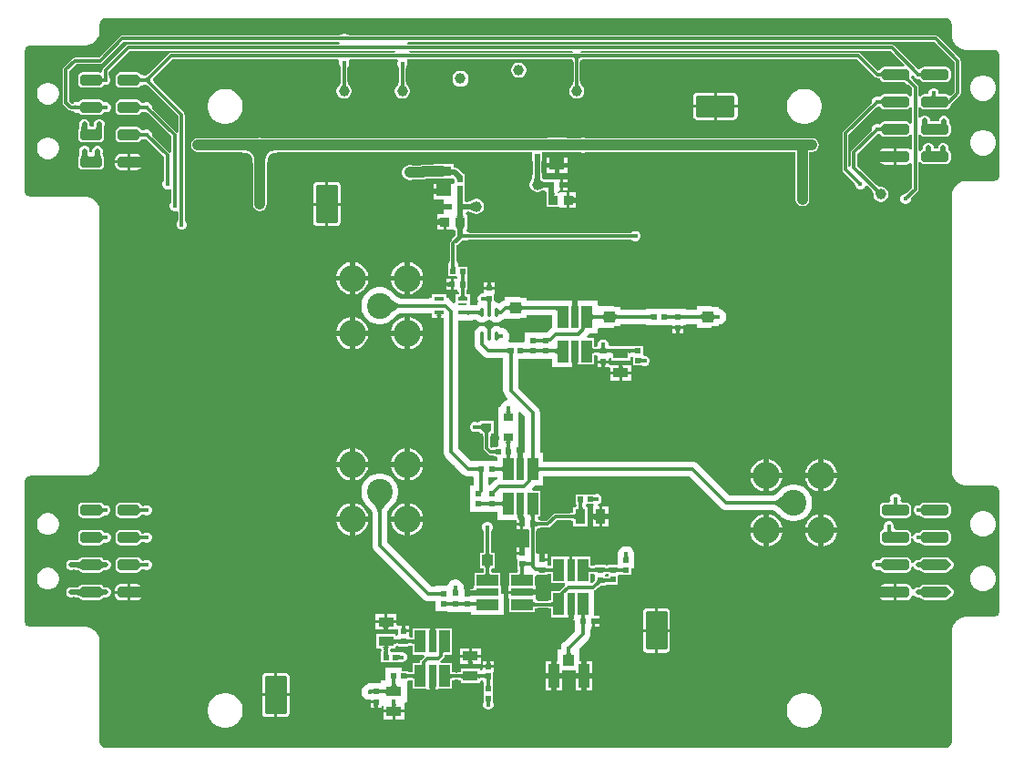
<source format=gtl>
G04*
G04 #@! TF.GenerationSoftware,Altium Limited,Altium Designer,23.0.1 (38)*
G04*
G04 Layer_Physical_Order=1*
G04 Layer_Color=255*
%FSLAX43Y43*%
%MOMM*%
G71*
G04*
G04 #@! TF.SameCoordinates,C917657F-03F6-454C-AC05-0521F369B23B*
G04*
G04*
G04 #@! TF.FilePolarity,Positive*
G04*
G01*
G75*
%ADD11C,0.254*%
%ADD15R,0.900X0.800*%
%ADD16R,0.500X0.500*%
%ADD17R,1.000X2.000*%
%ADD18R,0.650X2.000*%
%ADD19R,2.000X1.000*%
%ADD20R,2.000X0.650*%
%ADD21R,0.500X0.500*%
%ADD22R,0.950X1.400*%
%ADD23R,1.400X0.950*%
%ADD24O,0.350X0.850*%
%ADD25R,0.900X0.400*%
G04:AMPARAMS|DCode=26|XSize=1mm|YSize=2mm|CornerRadius=0.25mm|HoleSize=0mm|Usage=FLASHONLY|Rotation=270.000|XOffset=0mm|YOffset=0mm|HoleType=Round|Shape=RoundedRectangle|*
%AMROUNDEDRECTD26*
21,1,1.000,1.500,0,0,270.0*
21,1,0.500,2.000,0,0,270.0*
1,1,0.500,-0.750,-0.250*
1,1,0.500,-0.750,0.250*
1,1,0.500,0.750,0.250*
1,1,0.500,0.750,-0.250*
%
%ADD26ROUNDEDRECTD26*%
G04:AMPARAMS|DCode=27|XSize=1mm|YSize=2.5mm|CornerRadius=0.25mm|HoleSize=0mm|Usage=FLASHONLY|Rotation=270.000|XOffset=0mm|YOffset=0mm|HoleType=Round|Shape=RoundedRectangle|*
%AMROUNDEDRECTD27*
21,1,1.000,2.000,0,0,270.0*
21,1,0.500,2.500,0,0,270.0*
1,1,0.500,-1.000,-0.250*
1,1,0.500,-1.000,0.250*
1,1,0.500,1.000,0.250*
1,1,0.500,1.000,-0.250*
%
%ADD27ROUNDEDRECTD27*%
%ADD28R,1.050X2.200*%
%ADD29R,1.000X1.000*%
%ADD30R,0.900X0.900*%
%ADD31R,2.200X1.050*%
%ADD32R,1.000X1.000*%
%ADD54C,2.500*%
%ADD56C,1.000*%
%ADD57C,0.500*%
G04:AMPARAMS|DCode=58|XSize=3.6mm|YSize=2mm|CornerRadius=0.1mm|HoleSize=0mm|Usage=FLASHONLY|Rotation=270.000|XOffset=0mm|YOffset=0mm|HoleType=Round|Shape=RoundedRectangle|*
%AMROUNDEDRECTD58*
21,1,3.600,1.800,0,0,270.0*
21,1,3.400,2.000,0,0,270.0*
1,1,0.200,-0.900,-1.700*
1,1,0.200,-0.900,1.700*
1,1,0.200,0.900,1.700*
1,1,0.200,0.900,-1.700*
%
%ADD58ROUNDEDRECTD58*%
G04:AMPARAMS|DCode=59|XSize=3.6mm|YSize=2mm|CornerRadius=0.1mm|HoleSize=0mm|Usage=FLASHONLY|Rotation=0.000|XOffset=0mm|YOffset=0mm|HoleType=Round|Shape=RoundedRectangle|*
%AMROUNDEDRECTD59*
21,1,3.600,1.800,0,0,0.0*
21,1,3.400,2.000,0,0,0.0*
1,1,0.200,1.700,-0.900*
1,1,0.200,-1.700,-0.900*
1,1,0.200,-1.700,0.900*
1,1,0.200,1.700,0.900*
%
%ADD59ROUNDEDRECTD59*%
%ADD60C,0.345*%
%ADD61C,0.345*%
%ADD62C,0.300*%
%ADD63C,1.000*%
%ADD64C,2.400*%
%ADD65C,0.450*%
%ADD66C,0.450*%
G36*
X114250Y79586D02*
X114308D01*
X114423Y79563D01*
X114530Y79519D01*
X114627Y79454D01*
X114710Y79371D01*
X114775Y79274D01*
X114819Y79167D01*
X114842Y79052D01*
X114842Y78020D01*
X114844Y78010D01*
X114843Y78000D01*
X114847Y77902D01*
X114855Y77873D01*
Y77842D01*
X114893Y77650D01*
X114908Y77613D01*
X114916Y77574D01*
X114991Y77393D01*
X115014Y77359D01*
X115029Y77322D01*
X115138Y77159D01*
X115166Y77131D01*
X115189Y77097D01*
X115327Y76959D01*
X115361Y76936D01*
X115389Y76908D01*
X115552Y76799D01*
X115589Y76784D01*
X115623Y76761D01*
X115804Y76686D01*
X115843Y76678D01*
X115880Y76663D01*
X116072Y76625D01*
X116103D01*
X116132Y76617D01*
X116230Y76613D01*
X116240Y76614D01*
X116250Y76612D01*
X118701Y76612D01*
X118759Y76612D01*
X118874Y76589D01*
X118981Y76545D01*
X119078Y76480D01*
X119161Y76397D01*
X119226Y76300D01*
X119270Y76193D01*
X119293Y76078D01*
X119293Y76020D01*
X119293Y65020D01*
Y64962D01*
X119270Y64847D01*
X119226Y64740D01*
X119161Y64643D01*
X119078Y64560D01*
X118981Y64495D01*
X118874Y64451D01*
X118759Y64428D01*
X118701Y64428D01*
X116250Y64428D01*
X116240Y64426D01*
X116230Y64427D01*
X116132Y64423D01*
X116103Y64415D01*
X116072D01*
X115880Y64377D01*
X115843Y64362D01*
X115804Y64354D01*
X115623Y64279D01*
X115589Y64256D01*
X115552Y64241D01*
X115389Y64132D01*
X115361Y64104D01*
X115327Y64081D01*
X115189Y63943D01*
X115166Y63909D01*
X115138Y63881D01*
X115029Y63718D01*
X115014Y63681D01*
X114991Y63647D01*
X114916Y63466D01*
X114908Y63427D01*
X114893Y63390D01*
X114855Y63198D01*
Y63167D01*
X114847Y63138D01*
X114843Y63040D01*
X114844Y63030D01*
X114842Y63020D01*
X114842Y37500D01*
X114844Y37490D01*
X114843Y37480D01*
X114847Y37382D01*
X114855Y37353D01*
Y37322D01*
X114893Y37130D01*
X114908Y37093D01*
X114916Y37054D01*
X114991Y36873D01*
X115014Y36839D01*
X115029Y36802D01*
X115138Y36639D01*
X115166Y36611D01*
X115189Y36577D01*
X115327Y36439D01*
X115361Y36416D01*
X115389Y36388D01*
X115552Y36279D01*
X115589Y36264D01*
X115623Y36241D01*
X115804Y36166D01*
X115843Y36158D01*
X115880Y36143D01*
X116072Y36105D01*
X116103D01*
X116132Y36097D01*
X116230Y36093D01*
X116240Y36094D01*
X116250Y36092D01*
X118701Y36092D01*
X118759Y36092D01*
X118874Y36069D01*
X118981Y36025D01*
X119078Y35960D01*
X119161Y35877D01*
X119226Y35780D01*
X119270Y35673D01*
X119293Y35558D01*
X119293Y35500D01*
X119293Y24500D01*
Y24442D01*
X119270Y24327D01*
X119226Y24220D01*
X119161Y24123D01*
X119078Y24040D01*
X118981Y23975D01*
X118874Y23931D01*
X118759Y23908D01*
X118701Y23908D01*
X116250Y23908D01*
X116240Y23906D01*
X116230Y23907D01*
X116132Y23903D01*
X116103Y23895D01*
X116072D01*
X115880Y23857D01*
X115843Y23842D01*
X115804Y23834D01*
X115623Y23759D01*
X115589Y23736D01*
X115552Y23721D01*
X115389Y23612D01*
X115361Y23584D01*
X115327Y23561D01*
X115189Y23423D01*
X115166Y23389D01*
X115138Y23361D01*
X115029Y23198D01*
X115014Y23161D01*
X114991Y23127D01*
X114916Y22946D01*
X114908Y22907D01*
X114893Y22870D01*
X114855Y22678D01*
Y22647D01*
X114847Y22618D01*
X114843Y22520D01*
X114844Y22510D01*
X114842Y22500D01*
X114842Y12327D01*
Y12268D01*
X114819Y12154D01*
X114775Y12046D01*
X114710Y11949D01*
X114627Y11867D01*
X114531Y11802D01*
X114423Y11757D01*
X114308Y11735D01*
X114250Y11735D01*
X36250Y11735D01*
X36192Y11735D01*
X36077Y11757D01*
X35970Y11802D01*
X35873Y11867D01*
X35790Y11949D01*
X35725Y12046D01*
X35681Y12154D01*
X35658Y12268D01*
Y12327D01*
X35658Y21570D01*
X35656Y21580D01*
X35657Y21590D01*
X35653Y21688D01*
X35645Y21718D01*
Y21748D01*
X35607Y21940D01*
X35592Y21977D01*
X35584Y22017D01*
X35509Y22198D01*
X35486Y22231D01*
X35471Y22268D01*
X35362Y22431D01*
X35334Y22460D01*
X35311Y22493D01*
X35173Y22632D01*
X35139Y22654D01*
X35111Y22682D01*
X34948Y22791D01*
X34911Y22807D01*
X34877Y22829D01*
X34696Y22904D01*
X34657Y22912D01*
X34620Y22927D01*
X34428Y22965D01*
X34397D01*
X34368Y22973D01*
X34270Y22978D01*
X34260Y22976D01*
X34250Y22978D01*
X29250D01*
X29192Y22978D01*
X29077Y23001D01*
X28969Y23046D01*
X28873Y23110D01*
X28790Y23193D01*
X28725Y23290D01*
X28681Y23398D01*
X28658Y23512D01*
Y23570D01*
X28658Y36430D01*
Y36488D01*
X28681Y36602D01*
X28725Y36710D01*
X28790Y36807D01*
X28872Y36890D01*
X28969Y36954D01*
X29077Y36999D01*
X29192Y37022D01*
X29250Y37022D01*
X34250Y37022D01*
X34260Y37024D01*
X34270Y37022D01*
X34368Y37027D01*
X34397Y37035D01*
X34428D01*
X34620Y37073D01*
X34657Y37088D01*
X34696Y37096D01*
X34877Y37171D01*
X34911Y37193D01*
X34948Y37209D01*
X35111Y37318D01*
X35139Y37346D01*
X35173Y37368D01*
X35311Y37507D01*
X35334Y37540D01*
X35362Y37569D01*
X35471Y37732D01*
X35486Y37769D01*
X35509Y37802D01*
X35584Y37983D01*
X35592Y38023D01*
X35607Y38060D01*
X35645Y38252D01*
Y38282D01*
X35653Y38312D01*
X35657Y38410D01*
X35656Y38420D01*
X35658Y38430D01*
X35658Y61570D01*
X35656Y61580D01*
X35657Y61590D01*
X35653Y61688D01*
X35645Y61718D01*
Y61748D01*
X35607Y61940D01*
X35592Y61977D01*
X35584Y62017D01*
X35509Y62198D01*
X35486Y62231D01*
X35471Y62268D01*
X35362Y62431D01*
X35334Y62460D01*
X35311Y62493D01*
X35173Y62632D01*
X35139Y62654D01*
X35111Y62682D01*
X34948Y62791D01*
X34911Y62807D01*
X34877Y62829D01*
X34696Y62904D01*
X34657Y62912D01*
X34620Y62927D01*
X34428Y62965D01*
X34397D01*
X34368Y62973D01*
X34270Y62978D01*
X34260Y62976D01*
X34250Y62978D01*
X29192Y62978D01*
X29077Y63001D01*
X28969Y63046D01*
X28872Y63110D01*
X28790Y63193D01*
X28725Y63290D01*
X28681Y63398D01*
X28658Y63512D01*
X28658Y63570D01*
X28658Y76430D01*
Y76488D01*
X28681Y76602D01*
X28725Y76710D01*
X28790Y76807D01*
X28872Y76890D01*
X28969Y76954D01*
X29077Y76999D01*
X29192Y77022D01*
X34250Y77022D01*
X34260Y77024D01*
X34270Y77022D01*
X34368Y77027D01*
X34397Y77035D01*
X34428D01*
X34620Y77073D01*
X34657Y77088D01*
X34696Y77096D01*
X34877Y77171D01*
X34911Y77193D01*
X34948Y77209D01*
X35111Y77318D01*
X35139Y77346D01*
X35173Y77368D01*
X35311Y77507D01*
X35334Y77540D01*
X35362Y77569D01*
X35471Y77732D01*
X35486Y77769D01*
X35509Y77802D01*
X35584Y77983D01*
X35592Y78023D01*
X35607Y78060D01*
X35645Y78252D01*
Y78282D01*
X35653Y78312D01*
X35657Y78410D01*
X35656Y78420D01*
X35658Y78430D01*
X35658Y78994D01*
X35658Y78994D01*
X35658Y78994D01*
X35658Y79052D01*
X35681Y79167D01*
X35725Y79274D01*
X35790Y79371D01*
X35873Y79454D01*
X35970Y79519D01*
X36077Y79563D01*
X36192Y79586D01*
X36250Y79586D01*
X114231Y79586D01*
X114250Y79586D01*
X114250Y79586D01*
X114250Y79586D01*
D02*
G37*
%LPC*%
G36*
X58493Y78134D02*
X58302D01*
X58126Y78061D01*
X58070Y78005D01*
X58051Y78000D01*
X58017Y77994D01*
X58012Y77991D01*
X58007Y77989D01*
X57979Y77969D01*
X57951Y77949D01*
X57948Y77945D01*
X57943Y77942D01*
X57941Y77938D01*
X37755D01*
X37755Y77938D01*
X37647Y77916D01*
X37556Y77855D01*
X35583Y75882D01*
X33350D01*
X33350Y75882D01*
X33242Y75861D01*
X33150Y75800D01*
X33150Y75800D01*
X32325Y74975D01*
X32264Y74883D01*
X32243Y74775D01*
X32243Y74775D01*
Y71700D01*
X32243Y71700D01*
X32264Y71592D01*
X32264Y71592D01*
X32264Y71592D01*
X32325Y71500D01*
X32325Y71500D01*
X32325Y71500D01*
X32755Y71070D01*
X32755Y71070D01*
X32809Y71035D01*
X32847Y71009D01*
X32847Y71009D01*
X32847Y71009D01*
X32905Y70998D01*
X32945Y70990D01*
X32951Y70979D01*
X32953Y70978D01*
X32955Y70976D01*
X32986Y70955D01*
X33016Y70934D01*
X33019Y70933D01*
X33021Y70932D01*
X33058Y70924D01*
X33094Y70916D01*
X33147Y70915D01*
X33187Y70911D01*
X33217Y70907D01*
X33221Y70906D01*
X33224Y70893D01*
X33230Y70883D01*
X33233Y70872D01*
X33252Y70850D01*
X33268Y70826D01*
X33277Y70820D01*
X33284Y70811D01*
X33310Y70798D01*
X33334Y70782D01*
X33345Y70780D01*
X33355Y70775D01*
X33384Y70772D01*
X33412Y70767D01*
X33423Y70769D01*
X33434Y70768D01*
X33462Y70777D01*
X33490Y70782D01*
X33499Y70788D01*
X33510Y70792D01*
X33678Y70779D01*
X33696Y70772D01*
X33743Y70746D01*
X33776Y70696D01*
X33925Y70596D01*
X34101Y70561D01*
X35601D01*
X35776Y70596D01*
X35925Y70696D01*
X36017Y70832D01*
X36117Y70791D01*
X36307D01*
X36484Y70864D01*
X36618Y70999D01*
X36691Y71175D01*
Y71365D01*
X36618Y71541D01*
X36484Y71676D01*
X36307Y71749D01*
X36117D01*
X36017Y71708D01*
X35925Y71844D01*
X35776Y71944D01*
X35601Y71979D01*
X34101D01*
X33925Y71944D01*
X33776Y71844D01*
X33743Y71794D01*
X33696Y71768D01*
X33678Y71761D01*
X33510Y71748D01*
X33499Y71752D01*
X33490Y71758D01*
X33462Y71763D01*
X33434Y71772D01*
X33423Y71771D01*
X33412Y71773D01*
X33384Y71768D01*
X33355Y71765D01*
X33345Y71760D01*
X33334Y71758D01*
X33310Y71742D01*
X33284Y71729D01*
X33277Y71720D01*
X33268Y71714D01*
X33252Y71690D01*
X33233Y71668D01*
X33230Y71657D01*
X33224Y71647D01*
X33221Y71634D01*
X33217Y71633D01*
X33187Y71629D01*
X33147Y71625D01*
X33094Y71624D01*
X33058Y71616D01*
X33021Y71608D01*
X33019Y71607D01*
X33018Y71607D01*
X32807Y71817D01*
Y74658D01*
X33467Y75318D01*
X35700D01*
X35700Y75318D01*
X35808Y75339D01*
X35900Y75400D01*
X37872Y77373D01*
X57873D01*
X57936Y77302D01*
X57849Y77107D01*
X38300D01*
X38192Y77086D01*
X38100Y77025D01*
X35985Y74909D01*
X35923Y74817D01*
X35902Y74709D01*
X35902Y74709D01*
Y74622D01*
X35702Y74499D01*
X35601Y74519D01*
X34101D01*
X33925Y74484D01*
X33776Y74384D01*
X33677Y74236D01*
X33642Y74060D01*
Y73560D01*
X33677Y73384D01*
X33776Y73236D01*
X33925Y73136D01*
X34101Y73101D01*
X35601D01*
X35776Y73136D01*
X35925Y73236D01*
X36011Y73363D01*
X36089Y73331D01*
X36280D01*
X36456Y73404D01*
X36590Y73539D01*
X36663Y73715D01*
Y73905D01*
X36590Y74081D01*
X36534Y74137D01*
X36529Y74157D01*
X36523Y74191D01*
X36520Y74195D01*
X36518Y74201D01*
X36498Y74228D01*
X36479Y74257D01*
X36474Y74260D01*
X36471Y74264D01*
X36467Y74267D01*
Y74592D01*
X38417Y76543D01*
X63137D01*
X63171Y76525D01*
X63051Y76332D01*
X42284D01*
X42284Y76332D01*
X42176Y76311D01*
X42085Y76250D01*
X42085Y76250D01*
X40209Y74374D01*
X40209Y74374D01*
X40202Y74376D01*
X40169Y74371D01*
X40137Y74368D01*
X40130Y74364D01*
X40123Y74363D01*
X40095Y74346D01*
X40066Y74331D01*
X40062Y74325D01*
X40055Y74321D01*
X40018Y74286D01*
X39985Y74260D01*
X39961Y74244D01*
X39926Y74233D01*
X39767Y74208D01*
X39748Y74230D01*
X39732Y74254D01*
X39723Y74260D01*
X39716Y74269D01*
X39690Y74282D01*
X39666Y74298D01*
X39655Y74300D01*
X39645Y74305D01*
X39616Y74308D01*
X39588Y74313D01*
X39577Y74311D01*
X39566Y74312D01*
X39538Y74303D01*
X39510Y74298D01*
X39501Y74292D01*
X39490Y74288D01*
X39488Y74288D01*
X39424Y74384D01*
X39275Y74484D01*
X39099Y74519D01*
X37599D01*
X37424Y74484D01*
X37275Y74384D01*
X37175Y74236D01*
X37140Y74060D01*
Y73560D01*
X37175Y73384D01*
X37275Y73236D01*
X37424Y73136D01*
X37599Y73101D01*
X39099D01*
X39275Y73136D01*
X39424Y73236D01*
X39488Y73332D01*
X39490Y73332D01*
X39501Y73328D01*
X39510Y73322D01*
X39538Y73317D01*
X39566Y73308D01*
X39577Y73309D01*
X39588Y73307D01*
X39616Y73312D01*
X39645Y73315D01*
X39655Y73320D01*
X39666Y73322D01*
X39690Y73338D01*
X39716Y73351D01*
X39723Y73360D01*
X39732Y73366D01*
X39748Y73390D01*
X39767Y73412D01*
X39926Y73387D01*
X39961Y73376D01*
X39985Y73360D01*
X40018Y73334D01*
X40055Y73299D01*
X40062Y73295D01*
X40066Y73289D01*
X40095Y73274D01*
X40123Y73257D01*
X40130Y73256D01*
X40137Y73252D01*
X40169Y73249D01*
X40202Y73244D01*
X40209Y73246D01*
X40209Y73246D01*
X42993Y70462D01*
Y68988D01*
X42917Y68939D01*
X42793Y68911D01*
X40556Y71148D01*
X40559Y71161D01*
X40559Y71162D01*
X40559Y71162D01*
X40551Y71201D01*
X40544Y71240D01*
X40543Y71240D01*
X40543Y71240D01*
X40521Y71273D01*
X40514Y71284D01*
Y71365D01*
X40441Y71541D01*
X40306Y71676D01*
X40130Y71749D01*
X39939D01*
X39763Y71676D01*
X39725Y71638D01*
X39624Y71654D01*
X39523Y71696D01*
X39424Y71844D01*
X39275Y71944D01*
X39099Y71979D01*
X37599D01*
X37424Y71944D01*
X37275Y71844D01*
X37175Y71696D01*
X37140Y71520D01*
Y71020D01*
X37175Y70844D01*
X37275Y70696D01*
X37424Y70596D01*
X37599Y70561D01*
X39099D01*
X39275Y70596D01*
X39424Y70696D01*
X39523Y70844D01*
X39618Y70884D01*
X39725Y70902D01*
X39763Y70864D01*
X39939Y70791D01*
X40019D01*
X40036Y70781D01*
X40065Y70761D01*
X40070Y70760D01*
X40075Y70758D01*
X40109Y70753D01*
X40143Y70746D01*
X40148Y70747D01*
X40154Y70746D01*
X40158Y70747D01*
X42343Y68563D01*
Y67065D01*
X42143Y67004D01*
X42138Y67010D01*
X42138Y67010D01*
X40541Y68608D01*
X40544Y68621D01*
X40544Y68622D01*
X40544Y68622D01*
X40536Y68661D01*
X40528Y68699D01*
X40528Y68700D01*
X40528Y68700D01*
X40506Y68733D01*
X40499Y68744D01*
Y68825D01*
X40426Y69001D01*
X40291Y69136D01*
X40115Y69209D01*
X39924D01*
X39748Y69136D01*
X39729Y69117D01*
X39526Y69155D01*
X39523Y69156D01*
X39424Y69304D01*
X39275Y69404D01*
X39099Y69439D01*
X37599D01*
X37424Y69404D01*
X37275Y69304D01*
X37175Y69156D01*
X37140Y68980D01*
Y68480D01*
X37175Y68304D01*
X37275Y68156D01*
X37424Y68056D01*
X37599Y68021D01*
X39099D01*
X39275Y68056D01*
X39424Y68156D01*
X39523Y68304D01*
X39524Y68305D01*
X39729Y68343D01*
X39748Y68324D01*
X39924Y68251D01*
X40003D01*
X40021Y68241D01*
X40049Y68221D01*
X40055Y68220D01*
X40060Y68218D01*
X40094Y68213D01*
X40128Y68206D01*
X40133Y68207D01*
X40138Y68206D01*
X40143Y68207D01*
X41656Y66694D01*
Y64602D01*
X41645Y64595D01*
X41645Y64594D01*
X41645Y64594D01*
X41622Y64561D01*
X41601Y64529D01*
X41601Y64528D01*
X41600Y64528D01*
X41593Y64489D01*
X41590Y64476D01*
X41533Y64419D01*
X41460Y64243D01*
Y64052D01*
X41533Y63876D01*
X41667Y63741D01*
X41843Y63668D01*
X42034D01*
X42143Y63713D01*
X42343Y63612D01*
Y62564D01*
X42331Y62556D01*
X42331Y62556D01*
X42331Y62556D01*
X42309Y62523D01*
X42287Y62490D01*
X42287Y62490D01*
X42287Y62490D01*
X42279Y62451D01*
X42276Y62438D01*
X42219Y62380D01*
X42146Y62204D01*
Y62014D01*
X42219Y61838D01*
X42354Y61703D01*
X42530Y61630D01*
X42720D01*
X42793Y61660D01*
X42993Y61538D01*
Y60816D01*
X42982Y60808D01*
X42982Y60808D01*
X42981Y60808D01*
X42959Y60774D01*
X42937Y60742D01*
X42937Y60742D01*
X42937Y60741D01*
X42929Y60703D01*
X42927Y60689D01*
X42869Y60632D01*
X42796Y60456D01*
Y60265D01*
X42869Y60089D01*
X43004Y59955D01*
X43180Y59882D01*
X43371D01*
X43547Y59955D01*
X43682Y60089D01*
X43754Y60265D01*
Y60456D01*
X43682Y60632D01*
X43626Y60688D01*
X43621Y60708D01*
X43614Y60741D01*
X43611Y60746D01*
X43609Y60751D01*
X43589Y60779D01*
X43570Y60808D01*
X43565Y60811D01*
X43562Y60815D01*
X43558Y60817D01*
Y70579D01*
X43536Y70687D01*
X43475Y70779D01*
X43475Y70779D01*
X40671Y73583D01*
X40672Y73587D01*
X40670Y73603D01*
X40671Y73620D01*
X40664Y73642D01*
X40661Y73666D01*
X40652Y73680D01*
X40647Y73696D01*
X40632Y73714D01*
X40620Y73734D01*
X40590Y73767D01*
X40576Y73787D01*
X40570Y73801D01*
X40568Y73807D01*
X40567Y73810D01*
X40568Y73813D01*
X40570Y73819D01*
X40576Y73833D01*
X40590Y73853D01*
X40620Y73886D01*
X40632Y73906D01*
X40647Y73924D01*
X40652Y73940D01*
X40661Y73954D01*
X40664Y73978D01*
X40671Y74000D01*
X40670Y74017D01*
X40672Y74033D01*
X40671Y74037D01*
X42401Y75768D01*
X57812D01*
X57929Y75568D01*
X57896Y75487D01*
Y75297D01*
X57969Y75121D01*
X58025Y75065D01*
X58030Y75045D01*
X58037Y75011D01*
X58040Y75007D01*
X58041Y75001D01*
X58062Y74974D01*
X58081Y74945D01*
X58085Y74942D01*
X58089Y74938D01*
X58093Y74935D01*
Y73705D01*
X58085Y73700D01*
X58083Y73698D01*
X58081Y73696D01*
X58060Y73666D01*
X58039Y73635D01*
X58038Y73633D01*
X58037Y73630D01*
X58029Y73594D01*
X58021Y73558D01*
X58020Y73513D01*
X58017Y73478D01*
X58012Y73448D01*
X58005Y73423D01*
X57998Y73401D01*
X57990Y73384D01*
X57981Y73369D01*
X57973Y73357D01*
X57963Y73347D01*
X57956Y73341D01*
X57945Y73335D01*
X57815Y73205D01*
X57723Y73045D01*
X57675Y72867D01*
Y72683D01*
X57723Y72505D01*
X57815Y72345D01*
X57945Y72215D01*
X58105Y72123D01*
X58283Y72075D01*
X58467D01*
X58645Y72123D01*
X58805Y72215D01*
X58935Y72345D01*
X59027Y72505D01*
X59075Y72683D01*
Y72867D01*
X59027Y73045D01*
X58935Y73205D01*
X58805Y73335D01*
X58794Y73341D01*
X58787Y73347D01*
X58777Y73357D01*
X58769Y73369D01*
X58760Y73384D01*
X58752Y73401D01*
X58745Y73423D01*
X58738Y73448D01*
X58733Y73478D01*
X58730Y73513D01*
X58729Y73558D01*
X58721Y73594D01*
X58713Y73630D01*
X58712Y73633D01*
X58711Y73635D01*
X58690Y73666D01*
X58669Y73696D01*
X58667Y73698D01*
X58665Y73700D01*
X58657Y73705D01*
Y74937D01*
X58669Y74945D01*
X58669Y74945D01*
X58669Y74945D01*
X58691Y74978D01*
X58713Y75011D01*
X58713Y75011D01*
X58713Y75011D01*
X58721Y75050D01*
X58724Y75063D01*
X58781Y75121D01*
X58854Y75297D01*
Y75487D01*
X58821Y75568D01*
X58938Y75768D01*
X63256D01*
X63304Y75703D01*
X63361Y75568D01*
X63305Y75430D01*
Y75240D01*
X63378Y75064D01*
X63432Y75009D01*
X63437Y74990D01*
X63443Y74957D01*
X63447Y74952D01*
X63448Y74946D01*
X63468Y74919D01*
X63487Y74890D01*
X63492Y74887D01*
X63496Y74882D01*
X63500Y74880D01*
Y73705D01*
X63492Y73701D01*
X63491Y73698D01*
X63489Y73697D01*
X63468Y73666D01*
X63446Y73636D01*
X63446Y73633D01*
X63444Y73631D01*
X63437Y73594D01*
X63429Y73558D01*
X63427Y73513D01*
X63424Y73479D01*
X63419Y73449D01*
X63413Y73423D01*
X63405Y73402D01*
X63397Y73384D01*
X63389Y73370D01*
X63380Y73358D01*
X63371Y73348D01*
X63363Y73342D01*
X63351Y73335D01*
X63221Y73205D01*
X63129Y73045D01*
X63081Y72867D01*
Y72683D01*
X63129Y72505D01*
X63221Y72345D01*
X63351Y72215D01*
X63511Y72123D01*
X63689Y72075D01*
X63873D01*
X64051Y72123D01*
X64211Y72215D01*
X64341Y72345D01*
X64434Y72505D01*
X64481Y72683D01*
Y72867D01*
X64434Y73045D01*
X64341Y73205D01*
X64211Y73335D01*
X64201Y73341D01*
X64194Y73346D01*
X64185Y73357D01*
X64176Y73369D01*
X64168Y73383D01*
X64160Y73401D01*
X64152Y73422D01*
X64146Y73448D01*
X64141Y73478D01*
X64138Y73513D01*
X64136Y73558D01*
X64128Y73593D01*
X64121Y73629D01*
X64119Y73632D01*
X64118Y73635D01*
X64097Y73665D01*
X64077Y73695D01*
X64074Y73697D01*
X64072Y73700D01*
X64065Y73705D01*
Y74879D01*
X64076Y74886D01*
X64076Y74886D01*
X64076Y74887D01*
X64098Y74919D01*
X64120Y74952D01*
X64120Y74952D01*
X64121Y74953D01*
X64128Y74991D01*
X64131Y75005D01*
X64190Y75064D01*
X64263Y75240D01*
Y75430D01*
X64206Y75568D01*
X64263Y75703D01*
X64311Y75768D01*
X79393D01*
X79396Y75764D01*
X79416Y75748D01*
X79434Y75731D01*
X79448Y75725D01*
X79460Y75716D01*
X79484Y75710D01*
X79507Y75700D01*
X79522Y75700D01*
X79537Y75696D01*
X79581Y75694D01*
X79605Y75690D01*
X79619Y75685D01*
X79625Y75682D01*
X79627Y75680D01*
X79629Y75678D01*
X79633Y75672D01*
X79637Y75658D01*
X79641Y75634D01*
X79644Y75589D01*
X79652Y75556D01*
X79659Y75522D01*
X79662Y75517D01*
X79663Y75512D01*
X79684Y75485D01*
X79703Y75456D01*
X79708Y75453D01*
X79711Y75448D01*
X79715Y75446D01*
Y73704D01*
X79707Y73699D01*
X79705Y73697D01*
X79702Y73695D01*
X79682Y73664D01*
X79661Y73635D01*
X79661Y73631D01*
X79659Y73628D01*
X79652Y73592D01*
X79644Y73557D01*
X79642Y73512D01*
X79639Y73477D01*
X79634Y73447D01*
X79628Y73421D01*
X79620Y73400D01*
X79612Y73382D01*
X79604Y73368D01*
X79595Y73356D01*
X79585Y73345D01*
X79580Y73341D01*
X79570Y73335D01*
X79440Y73205D01*
X79348Y73045D01*
X79300Y72867D01*
Y72683D01*
X79348Y72505D01*
X79440Y72345D01*
X79570Y72215D01*
X79730Y72123D01*
X79908Y72075D01*
X80092D01*
X80270Y72123D01*
X80430Y72215D01*
X80560Y72345D01*
X80652Y72505D01*
X80700Y72683D01*
Y72867D01*
X80652Y73045D01*
X80560Y73205D01*
X80430Y73335D01*
X80418Y73342D01*
X80409Y73349D01*
X80400Y73359D01*
X80391Y73371D01*
X80382Y73385D01*
X80374Y73402D01*
X80367Y73424D01*
X80361Y73449D01*
X80356Y73479D01*
X80353Y73514D01*
X80351Y73559D01*
X80343Y73595D01*
X80335Y73632D01*
X80334Y73634D01*
X80333Y73636D01*
X80312Y73667D01*
X80291Y73698D01*
X80289Y73699D01*
X80287Y73701D01*
X80280Y73706D01*
Y75446D01*
X80284Y75448D01*
X80287Y75453D01*
X80292Y75456D01*
X80311Y75485D01*
X80331Y75512D01*
X80333Y75517D01*
X80336Y75522D01*
X80343Y75556D01*
X80351Y75589D01*
X80353Y75634D01*
X80358Y75658D01*
X80362Y75672D01*
X80366Y75678D01*
X80367Y75680D01*
X80369Y75682D01*
X80376Y75685D01*
X80390Y75690D01*
X80414Y75694D01*
X80458Y75696D01*
X80473Y75700D01*
X80487Y75700D01*
X80511Y75710D01*
X80535Y75716D01*
X80547Y75725D01*
X80561Y75731D01*
X80579Y75748D01*
X80599Y75764D01*
X80601Y75768D01*
X106070D01*
X107707Y74130D01*
X107707Y74130D01*
X107798Y74069D01*
X107896Y74050D01*
X107902Y74039D01*
X107904Y74038D01*
X107906Y74036D01*
X107937Y74015D01*
X107967Y73994D01*
X107970Y73993D01*
X107972Y73992D01*
X108008Y73984D01*
X108045Y73976D01*
X108098Y73975D01*
X108138Y73971D01*
X108165Y73967D01*
X108178Y73904D01*
X108277Y73756D01*
X108426Y73656D01*
X108602Y73621D01*
X110439D01*
X110468Y73603D01*
X110512Y73570D01*
X110628Y73469D01*
X110695Y73405D01*
X110695Y73404D01*
X110696Y73404D01*
X110729Y73383D01*
X110762Y73362D01*
X110762Y73361D01*
X110763Y73361D01*
X110801Y73354D01*
X110840Y73347D01*
X110841Y73347D01*
X110841Y73347D01*
X110851Y73349D01*
X111168Y73033D01*
Y72363D01*
X110968Y72302D01*
X110926Y72364D01*
X110777Y72464D01*
X110602Y72499D01*
X108602D01*
X108426Y72464D01*
X108277Y72364D01*
X108178Y72216D01*
X108161Y72207D01*
X108011Y72269D01*
X107821D01*
X107645Y72196D01*
X107510Y72061D01*
X107437Y71885D01*
Y71806D01*
X107427Y71789D01*
X107408Y71760D01*
X107406Y71755D01*
X107404Y71750D01*
X107399Y71716D01*
X107392Y71682D01*
X107393Y71677D01*
X107392Y71671D01*
X107393Y71667D01*
X104775Y69049D01*
X104775Y69049D01*
X104714Y68957D01*
X104693Y68849D01*
X104693Y68849D01*
Y65475D01*
X104693Y65475D01*
X104714Y65367D01*
X104775Y65275D01*
X105829Y64222D01*
X105826Y64209D01*
X105826Y64208D01*
X105826Y64208D01*
X105834Y64169D01*
X105841Y64131D01*
X105841Y64130D01*
X105841Y64130D01*
X105864Y64097D01*
X105871Y64086D01*
Y64005D01*
X105944Y63829D01*
X106079Y63694D01*
X106255Y63621D01*
X106445D01*
X106621Y63694D01*
X106756Y63829D01*
X106802Y63940D01*
X106980Y64000D01*
X107027Y63999D01*
X107393Y63633D01*
X107391Y63624D01*
X107391Y63621D01*
X107391Y63618D01*
X107398Y63582D01*
X107404Y63546D01*
X107406Y63543D01*
X107406Y63540D01*
X107427Y63510D01*
X107446Y63478D01*
X107477Y63446D01*
X107499Y63419D01*
X107517Y63394D01*
X107531Y63371D01*
X107541Y63351D01*
X107547Y63333D01*
X107551Y63317D01*
X107554Y63302D01*
X107554Y63289D01*
X107553Y63279D01*
X107550Y63267D01*
Y63083D01*
X107598Y62905D01*
X107690Y62745D01*
X107820Y62615D01*
X107980Y62523D01*
X108158Y62475D01*
X108342D01*
X108520Y62523D01*
X108680Y62615D01*
X108810Y62745D01*
X108902Y62905D01*
X108950Y63083D01*
Y63267D01*
X108902Y63445D01*
X108810Y63605D01*
X108680Y63735D01*
X108520Y63827D01*
X108342Y63875D01*
X108158D01*
X108146Y63872D01*
X108137Y63871D01*
X108123Y63871D01*
X108108Y63873D01*
X108092Y63878D01*
X108074Y63884D01*
X108054Y63894D01*
X108031Y63908D01*
X108006Y63926D01*
X107979Y63948D01*
X107947Y63979D01*
X107915Y63998D01*
X107885Y64019D01*
X107882Y64019D01*
X107879Y64021D01*
X107843Y64027D01*
X107807Y64034D01*
X107804Y64034D01*
X107801Y64034D01*
X107792Y64032D01*
X106032Y65792D01*
Y66952D01*
X107809Y68729D01*
X107823Y68726D01*
X107823Y68726D01*
X107823Y68726D01*
X107862Y68734D01*
X107901Y68741D01*
X107901Y68741D01*
X107901Y68741D01*
X107934Y68763D01*
X107946Y68771D01*
X108027D01*
X108168Y68830D01*
X108178Y68824D01*
X108277Y68676D01*
X108426Y68576D01*
X108602Y68541D01*
X110602D01*
X110777Y68576D01*
X110926Y68676D01*
X110968Y68738D01*
X111168Y68677D01*
Y67380D01*
X110968Y67319D01*
X110965Y67323D01*
X110798Y67435D01*
X110602Y67474D01*
X109729D01*
Y66710D01*
Y65946D01*
X110602D01*
X110798Y65985D01*
X110965Y66097D01*
X110968Y66101D01*
X111168Y66040D01*
Y63772D01*
X110668Y63272D01*
X110657Y63274D01*
X110653Y63274D01*
X110650Y63274D01*
X110614Y63266D01*
X110579Y63260D01*
X110575Y63258D01*
X110572Y63257D01*
X110542Y63236D01*
X110531Y63229D01*
X110455D01*
X110279Y63156D01*
X110144Y63021D01*
X110071Y62845D01*
Y62655D01*
X110144Y62479D01*
X110279Y62344D01*
X110455Y62271D01*
X110645D01*
X110821Y62344D01*
X110956Y62479D01*
X111029Y62655D01*
Y62740D01*
X111037Y62753D01*
X111058Y62785D01*
X111059Y62787D01*
X111060Y62788D01*
X111066Y62826D01*
X111074Y62863D01*
X111073Y62865D01*
X111074Y62866D01*
X111071Y62877D01*
X111650Y63455D01*
X111650Y63455D01*
X111711Y63547D01*
X111732Y63655D01*
X111732Y63655D01*
Y66139D01*
X111932Y66200D01*
X111976Y66136D01*
X112124Y66036D01*
X112300Y66001D01*
X114300D01*
X114476Y66036D01*
X114624Y66136D01*
X114724Y66284D01*
X114759Y66460D01*
Y66960D01*
X114724Y67136D01*
X114624Y67284D01*
X114511Y67360D01*
X114529Y67405D01*
Y67595D01*
X114456Y67771D01*
X114321Y67906D01*
X114145Y67979D01*
X113955D01*
X113779Y67906D01*
X113644Y67771D01*
X113571Y67595D01*
Y67419D01*
X113154D01*
Y67595D01*
X113081Y67771D01*
X112946Y67906D01*
X112770Y67979D01*
X112580D01*
X112404Y67906D01*
X112269Y67771D01*
X112196Y67595D01*
Y67405D01*
X112192Y67397D01*
X112124Y67384D01*
X111976Y67284D01*
X111932Y67220D01*
X111732Y67281D01*
Y68679D01*
X111932Y68740D01*
X111976Y68676D01*
X112124Y68576D01*
X112300Y68541D01*
X114300D01*
X114476Y68576D01*
X114624Y68676D01*
X114724Y68824D01*
X114759Y69000D01*
Y69500D01*
X114724Y69676D01*
X114624Y69824D01*
X114582Y69853D01*
X114604Y69905D01*
Y70095D01*
X114531Y70271D01*
X114396Y70406D01*
X114220Y70479D01*
X114030D01*
X113854Y70406D01*
X113719Y70271D01*
X113646Y70095D01*
Y69959D01*
X112829D01*
Y70120D01*
X112756Y70296D01*
X112621Y70431D01*
X112445Y70504D01*
X112255D01*
X112079Y70431D01*
X111944Y70296D01*
X111932Y70269D01*
X111732Y70308D01*
Y71219D01*
X111932Y71280D01*
X111976Y71216D01*
X112124Y71116D01*
X112300Y71081D01*
X114300D01*
X114476Y71116D01*
X114624Y71216D01*
X114724Y71364D01*
X114759Y71540D01*
Y71570D01*
X114790Y71590D01*
X115600Y72400D01*
X115600Y72400D01*
X115661Y72492D01*
X115682Y72600D01*
X115682Y72600D01*
Y75584D01*
X115682Y75584D01*
X115661Y75692D01*
X115600Y75784D01*
X115600Y75784D01*
X113528Y77855D01*
X113437Y77916D01*
X113329Y77938D01*
X113329Y77938D01*
X58853D01*
X58845Y77949D01*
X58845Y77949D01*
X58845Y77949D01*
X58812Y77972D01*
X58779Y77993D01*
X58779Y77993D01*
X58778Y77994D01*
X58740Y78001D01*
X58726Y78004D01*
X58669Y78061D01*
X58493Y78134D01*
D02*
G37*
G36*
X74686Y75415D02*
X74502D01*
X74324Y75367D01*
X74164Y75275D01*
X74034Y75145D01*
X73941Y74985D01*
X73894Y74807D01*
Y74623D01*
X73941Y74445D01*
X74034Y74285D01*
X74164Y74155D01*
X74324Y74063D01*
X74502Y74015D01*
X74686D01*
X74864Y74063D01*
X75024Y74155D01*
X75154Y74285D01*
X75246Y74445D01*
X75294Y74623D01*
Y74807D01*
X75246Y74985D01*
X75154Y75145D01*
X75024Y75275D01*
X74864Y75367D01*
X74686Y75415D01*
D02*
G37*
G36*
X69287Y74679D02*
X69088D01*
X68896Y74628D01*
X68725Y74528D01*
X68584Y74388D01*
X68485Y74216D01*
X68434Y74024D01*
Y73826D01*
X68485Y73634D01*
X68584Y73462D01*
X68725Y73322D01*
X68896Y73222D01*
X69088Y73171D01*
X69287D01*
X69479Y73222D01*
X69650Y73322D01*
X69791Y73462D01*
X69890Y73634D01*
X69942Y73826D01*
Y74024D01*
X69890Y74216D01*
X69791Y74388D01*
X69650Y74528D01*
X69479Y74628D01*
X69287Y74679D01*
D02*
G37*
G36*
X117906Y74245D02*
X117594D01*
X117293Y74164D01*
X117022Y74008D01*
X116802Y73788D01*
X116646Y73517D01*
X116565Y73216D01*
Y72904D01*
X116646Y72603D01*
X116802Y72332D01*
X117022Y72112D01*
X117293Y71956D01*
X117594Y71875D01*
X117906D01*
X118207Y71956D01*
X118478Y72112D01*
X118698Y72332D01*
X118854Y72603D01*
X118935Y72904D01*
Y73216D01*
X118854Y73517D01*
X118698Y73788D01*
X118478Y74008D01*
X118207Y74164D01*
X117906Y74245D01*
D02*
G37*
G36*
X30975Y73560D02*
X30707D01*
X30447Y73490D01*
X30215Y73356D01*
X30025Y73166D01*
X29891Y72934D01*
X29821Y72674D01*
Y72406D01*
X29891Y72146D01*
X30025Y71914D01*
X30215Y71724D01*
X30447Y71590D01*
X30707Y71520D01*
X30975D01*
X31235Y71590D01*
X31467Y71724D01*
X31657Y71914D01*
X31791Y72146D01*
X31861Y72406D01*
Y72674D01*
X31791Y72934D01*
X31657Y73166D01*
X31467Y73356D01*
X31235Y73490D01*
X30975Y73560D01*
D02*
G37*
G36*
X94575Y72611D02*
X93002D01*
Y71477D01*
X94936D01*
Y72250D01*
X94908Y72388D01*
X94830Y72505D01*
X94713Y72583D01*
X94575Y72611D01*
D02*
G37*
G36*
X92748D02*
X91175D01*
X91037Y72583D01*
X90920Y72505D01*
X90842Y72388D01*
X90814Y72250D01*
Y71477D01*
X92748D01*
Y72611D01*
D02*
G37*
G36*
X94936Y71223D02*
X93002D01*
Y70089D01*
X94575D01*
X94713Y70117D01*
X94830Y70195D01*
X94908Y70312D01*
X94936Y70450D01*
Y71223D01*
D02*
G37*
G36*
X92748D02*
X90814D01*
Y70450D01*
X90842Y70312D01*
X90920Y70195D01*
X91037Y70117D01*
X91175Y70089D01*
X92748D01*
Y71223D01*
D02*
G37*
G36*
X101285Y72970D02*
X100965D01*
X100653Y72908D01*
X100358Y72786D01*
X100092Y72608D01*
X99867Y72383D01*
X99689Y72117D01*
X99567Y71823D01*
X99505Y71510D01*
Y71190D01*
X99567Y70877D01*
X99689Y70583D01*
X99867Y70317D01*
X100092Y70092D01*
X100358Y69914D01*
X100653Y69792D01*
X100965Y69730D01*
X101285D01*
X101598Y69792D01*
X101892Y69914D01*
X102158Y70092D01*
X102383Y70317D01*
X102561Y70583D01*
X102683Y70877D01*
X102745Y71190D01*
Y71510D01*
X102683Y71823D01*
X102561Y72117D01*
X102383Y72383D01*
X102158Y72608D01*
X101892Y72786D01*
X101598Y72908D01*
X101285Y72970D01*
D02*
G37*
G36*
X47485Y72970D02*
X47165D01*
X46852Y72908D01*
X46558Y72786D01*
X46292Y72608D01*
X46067Y72383D01*
X45889Y72117D01*
X45767Y71823D01*
X45705Y71510D01*
Y71190D01*
X45767Y70877D01*
X45889Y70583D01*
X46067Y70317D01*
X46292Y70092D01*
X46558Y69914D01*
X46852Y69792D01*
X47165Y69730D01*
X47485D01*
X47798Y69792D01*
X48092Y69914D01*
X48358Y70092D01*
X48583Y70317D01*
X48761Y70583D01*
X48883Y70877D01*
X48945Y71190D01*
Y71510D01*
X48883Y71823D01*
X48761Y72117D01*
X48583Y72383D01*
X48358Y72608D01*
X48092Y72786D01*
X47798Y72908D01*
X47485Y72970D01*
D02*
G37*
G36*
X35720Y70179D02*
X35530D01*
X35354Y70106D01*
X35219Y69971D01*
X35146Y69795D01*
Y69635D01*
X35145Y69592D01*
X35140Y69522D01*
X35132Y69465D01*
X35126Y69439D01*
X34826D01*
X34704Y69605D01*
Y69795D01*
X34631Y69971D01*
X34496Y70106D01*
X34320Y70179D01*
X34130D01*
X33954Y70106D01*
X33819Y69971D01*
X33746Y69795D01*
Y69605D01*
X33768Y69553D01*
X33767Y69532D01*
X33762Y69466D01*
X33747Y69343D01*
X33738Y69298D01*
X33727Y69258D01*
X33717Y69227D01*
X33707Y69204D01*
X33692Y69179D01*
X33691Y69177D01*
X33677Y69156D01*
X33670Y69123D01*
X33669Y69119D01*
X33669Y69114D01*
X33667Y69107D01*
X33666Y69104D01*
X33666Y69102D01*
X33642Y68980D01*
Y68480D01*
X33677Y68304D01*
X33776Y68156D01*
X33925Y68056D01*
X34101Y68021D01*
X35601D01*
X35776Y68056D01*
X35925Y68156D01*
X36025Y68304D01*
X36060Y68480D01*
Y68980D01*
X36038Y69089D01*
X36055Y69480D01*
X36054Y69484D01*
X36104Y69605D01*
Y69795D01*
X36031Y69971D01*
X35896Y70106D01*
X35720Y70179D01*
D02*
G37*
G36*
X50590Y68442D02*
X50550Y68442D01*
X50510Y68442D01*
X50510Y68442D01*
X50510D01*
X50473Y68426D01*
X50437Y68411D01*
X50391Y68381D01*
X44781D01*
X44537Y68332D01*
X44329Y68194D01*
X44191Y67986D01*
X44142Y67742D01*
X44191Y67497D01*
X44329Y67290D01*
X44537Y67151D01*
X44781Y67102D01*
X48902D01*
X48919Y67090D01*
X48937Y67072D01*
X48950Y67067D01*
X48962Y67058D01*
X48987Y67051D01*
X49010Y67042D01*
X49025Y67042D01*
X49039Y67038D01*
X49217Y67029D01*
X49360Y67004D01*
X49479Y66964D01*
X49576Y66911D01*
X49655Y66847D01*
X49720Y66768D01*
X49772Y66671D01*
X49812Y66551D01*
X49837Y66409D01*
X49846Y66231D01*
X49855Y66198D01*
X49862Y66164D01*
X49865Y66159D01*
X49866Y66154D01*
X49887Y66126D01*
X49906Y66098D01*
X49910Y66095D01*
X49911Y66094D01*
Y63050D01*
Y62256D01*
X49959Y62011D01*
X50098Y61804D01*
X50305Y61665D01*
X50550Y61616D01*
X50795Y61665D01*
X51002Y61804D01*
X51141Y62011D01*
X51189Y62256D01*
Y63050D01*
Y66094D01*
X51190Y66095D01*
X51194Y66098D01*
X51213Y66126D01*
X51234Y66154D01*
X51235Y66159D01*
X51238Y66164D01*
X51245Y66198D01*
X51254Y66231D01*
X51263Y66409D01*
X51288Y66551D01*
X51328Y66671D01*
X51380Y66768D01*
X51445Y66847D01*
X51524Y66911D01*
X51621Y66964D01*
X51740Y67004D01*
X51883Y67029D01*
X52061Y67038D01*
X52075Y67042D01*
X52090Y67042D01*
X52113Y67051D01*
X52138Y67058D01*
X52150Y67067D01*
X52163Y67072D01*
X52181Y67090D01*
X52198Y67102D01*
X75875D01*
Y66225D01*
X75948D01*
Y65164D01*
X75941Y65159D01*
X75941Y65159D01*
X75896Y65094D01*
X75879Y65016D01*
X75878Y64938D01*
X75866Y64796D01*
X75858Y64739D01*
X75847Y64685D01*
X75834Y64638D01*
X75819Y64597D01*
X75803Y64562D01*
X75787Y64533D01*
X75774Y64514D01*
X75765Y64505D01*
X75673Y64345D01*
X75625Y64167D01*
Y63983D01*
X75673Y63805D01*
X75765Y63645D01*
X75895Y63515D01*
X76055Y63423D01*
X76233Y63375D01*
X76417D01*
X76595Y63423D01*
X76755Y63515D01*
X76762Y63522D01*
X76777Y63533D01*
X76806Y63548D01*
X76840Y63563D01*
X76881Y63577D01*
X76928Y63590D01*
X76957Y63596D01*
X77124Y63473D01*
X77150Y63300D01*
X77150Y63300D01*
X77150Y63300D01*
Y63101D01*
X77149Y63097D01*
X77150Y63093D01*
Y63079D01*
X77150Y63079D01*
X77150Y63078D01*
Y62000D01*
X78318D01*
X78496Y61946D01*
X78628Y61946D01*
X79073D01*
Y62650D01*
Y63354D01*
X78628D01*
X78496Y63354D01*
X78318Y63300D01*
X78281D01*
X78241Y63376D01*
X78248Y63409D01*
X78365Y63571D01*
X78498D01*
Y64075D01*
Y64579D01*
X78121D01*
X77943Y64525D01*
X77279D01*
X77262Y64529D01*
X77182Y64530D01*
X77040Y64541D01*
X76982Y64549D01*
X76928Y64560D01*
X76881Y64573D01*
X76842Y64586D01*
X76829Y64624D01*
X76817Y64671D01*
X76807Y64725D01*
X76798Y64783D01*
X76788Y64927D01*
X76787Y65007D01*
X76779Y65042D01*
X76773Y65078D01*
X76771Y65081D01*
X76770Y65085D01*
X76749Y65114D01*
X76730Y65145D01*
X76727Y65147D01*
X76725Y65150D01*
X76717Y65155D01*
Y66225D01*
X76775D01*
Y67102D01*
X77254D01*
Y67067D01*
X79054D01*
Y67102D01*
X80272D01*
X80295Y67089D01*
X80473Y67042D01*
X80657D01*
X80835Y67089D01*
X80858Y67102D01*
X100336D01*
Y63600D01*
Y62726D01*
X100384Y62481D01*
X100523Y62274D01*
X100730Y62135D01*
X100975Y62086D01*
X101220Y62135D01*
X101427Y62274D01*
X101566Y62481D01*
X101614Y62726D01*
Y63600D01*
Y67102D01*
X101850D01*
X102095Y67151D01*
X102302Y67290D01*
X102441Y67497D01*
X102489Y67742D01*
X102441Y67986D01*
X102302Y68194D01*
X102095Y68332D01*
X101850Y68381D01*
X80858D01*
X80835Y68394D01*
X80657Y68442D01*
X80473D01*
X80295Y68394D01*
X80272Y68381D01*
X79054D01*
Y68417D01*
X77254D01*
Y68381D01*
X50709D01*
X50663Y68411D01*
X50626Y68427D01*
X50590Y68442D01*
X50590D01*
X50590Y68442D01*
D02*
G37*
G36*
X109475Y67474D02*
X108602D01*
X108405Y67435D01*
X108238Y67323D01*
X108127Y67157D01*
X108088Y66960D01*
Y66837D01*
X109475D01*
Y67474D01*
D02*
G37*
G36*
X117906Y69165D02*
X117594D01*
X117293Y69084D01*
X117022Y68928D01*
X116802Y68708D01*
X116646Y68437D01*
X116565Y68136D01*
Y67824D01*
X116646Y67523D01*
X116802Y67252D01*
X117022Y67032D01*
X117293Y66876D01*
X117594Y66795D01*
X117906D01*
X118207Y66876D01*
X118478Y67032D01*
X118698Y67252D01*
X118854Y67523D01*
X118935Y67824D01*
Y68136D01*
X118854Y68437D01*
X118698Y68708D01*
X118478Y68928D01*
X118207Y69084D01*
X117906Y69165D01*
D02*
G37*
G36*
X30975Y68480D02*
X30707D01*
X30447Y68410D01*
X30215Y68276D01*
X30025Y68086D01*
X29891Y67854D01*
X29821Y67594D01*
Y67326D01*
X29891Y67066D01*
X30025Y66834D01*
X30215Y66644D01*
X30447Y66510D01*
X30707Y66440D01*
X30975D01*
X31235Y66510D01*
X31467Y66644D01*
X31657Y66834D01*
X31791Y67066D01*
X31861Y67326D01*
Y67594D01*
X31791Y67854D01*
X31657Y68086D01*
X31467Y68276D01*
X31235Y68410D01*
X30975Y68480D01*
D02*
G37*
G36*
X39099Y66954D02*
X38476D01*
Y66317D01*
X39613D01*
Y66440D01*
X39574Y66637D01*
X39463Y66803D01*
X39296Y66915D01*
X39099Y66954D01*
D02*
G37*
G36*
X38222D02*
X37599D01*
X37403Y66915D01*
X37236Y66803D01*
X37124Y66637D01*
X37085Y66440D01*
Y66317D01*
X38222D01*
Y66954D01*
D02*
G37*
G36*
X79108Y66621D02*
X78825D01*
X78825Y66596D01*
X78838Y66389D01*
X78842Y66375D01*
X78846Y66367D01*
X78851Y66364D01*
X78354Y66361D01*
Y66092D01*
X79108D01*
Y66621D01*
D02*
G37*
G36*
X77475D02*
X77200D01*
Y66092D01*
X77954D01*
Y66361D01*
X77457Y66364D01*
X77461Y66367D01*
X77464Y66375D01*
X77466Y66389D01*
X77469Y66410D01*
X77473Y66504D01*
X77475Y66621D01*
D02*
G37*
G36*
X109475Y66583D02*
X108088D01*
Y66460D01*
X108127Y66263D01*
X108238Y66097D01*
X108405Y65985D01*
X108602Y65946D01*
X109475D01*
Y66583D01*
D02*
G37*
G36*
X68516Y65975D02*
X66716D01*
Y65936D01*
X65780D01*
X65780Y65936D01*
X65780Y65936D01*
X65659Y65912D01*
X65535Y65887D01*
X65535Y65887D01*
X65535Y65887D01*
X65463Y65839D01*
X64764D01*
X64741Y65852D01*
X64563Y65900D01*
X64379D01*
X64201Y65852D01*
X64041Y65760D01*
X63911Y65630D01*
X63819Y65470D01*
X63771Y65292D01*
Y65108D01*
X63819Y64930D01*
X63911Y64770D01*
X64041Y64640D01*
X64201Y64548D01*
X64379Y64500D01*
X64563D01*
X64741Y64548D01*
X64764Y64561D01*
X65683D01*
X65683Y64561D01*
X65683Y64561D01*
X65804Y64585D01*
X65928Y64609D01*
X65928Y64609D01*
X65928Y64609D01*
X66000Y64657D01*
X66716D01*
Y64625D01*
X68516D01*
X68655Y64508D01*
X68681Y64333D01*
X68547Y64179D01*
X68315D01*
X68313Y63922D01*
X67866Y63919D01*
Y63450D01*
X67616D01*
Y63200D01*
X66662D01*
Y62721D01*
X67627D01*
X67646Y62529D01*
X67646Y62521D01*
Y62152D01*
X68150D01*
Y61898D01*
X67646D01*
Y61529D01*
X67646Y61521D01*
X67627Y61329D01*
X67046D01*
Y60875D01*
X67055Y60876D01*
X67229Y60889D01*
X67256Y60896D01*
X67278Y60903D01*
X67294Y60911D01*
X67303Y60921D01*
X67306Y60932D01*
Y60752D01*
X67750D01*
Y60625D01*
X67877D01*
Y59921D01*
X68322D01*
X68454Y59921D01*
X68480Y59929D01*
X68509Y59925D01*
X68692Y59785D01*
X68694Y59761D01*
X68696Y59674D01*
X68704Y59637D01*
X68712Y59600D01*
X68713Y59598D01*
X68713Y59596D01*
X68721Y59585D01*
X68742Y59476D01*
X68731Y59432D01*
X68707Y59349D01*
X68401Y59038D01*
X68380Y59005D01*
X68358Y58973D01*
X68358Y58972D01*
X68357Y58971D01*
X68350Y58933D01*
X68343Y58895D01*
X68343Y58894D01*
X68343Y58893D01*
X68345Y58881D01*
X68284Y58820D01*
X68218Y58721D01*
X68194Y58604D01*
Y56997D01*
X68094Y56896D01*
X68021Y56720D01*
Y56530D01*
X68050Y56460D01*
Y56276D01*
X68049Y56272D01*
X68050Y56268D01*
Y55575D01*
X68777D01*
X68883Y55411D01*
X68847Y55330D01*
X68832Y55304D01*
X68772Y55304D01*
X68527D01*
Y54800D01*
Y54296D01*
X68836Y54296D01*
X68860Y54292D01*
X68929Y54255D01*
X68985Y54178D01*
X69039Y54095D01*
X69032Y54059D01*
X69023Y54023D01*
X69022Y53963D01*
X69018Y53917D01*
X69012Y53883D01*
X69010Y53875D01*
X68750D01*
Y53132D01*
X68568Y53031D01*
X68312Y53287D01*
X68170Y53396D01*
X68158Y53401D01*
Y53533D01*
X67850D01*
Y53875D01*
X66550D01*
Y53533D01*
X66242D01*
Y53512D01*
X63633D01*
X63625Y53514D01*
X63580Y53517D01*
X63560Y53522D01*
X63522Y53536D01*
X63468Y53562D01*
X63399Y53602D01*
X63318Y53657D01*
X63231Y53724D01*
X63014Y53917D01*
X62896Y54033D01*
X62855Y54060D01*
X62764Y54152D01*
X62484Y54339D01*
X62173Y54467D01*
X61843Y54533D01*
X61507D01*
X61177Y54467D01*
X60866Y54339D01*
X60586Y54152D01*
X60348Y53914D01*
X60161Y53634D01*
X60033Y53323D01*
X59967Y52993D01*
Y52657D01*
X60033Y52327D01*
X60161Y52016D01*
X60348Y51736D01*
X60586Y51498D01*
X60866Y51311D01*
X61177Y51183D01*
X61507Y51117D01*
X61843D01*
X62173Y51183D01*
X62484Y51311D01*
X62764Y51498D01*
X62855Y51590D01*
X62896Y51617D01*
X63014Y51734D01*
X63231Y51926D01*
X63318Y51993D01*
X63399Y52048D01*
X63468Y52088D01*
X63522Y52114D01*
X63560Y52128D01*
X63580Y52133D01*
X63625Y52136D01*
X63633Y52139D01*
X66242D01*
Y52117D01*
X66496D01*
Y51721D01*
X67018D01*
X67015Y51758D01*
X67006Y51810D01*
X66994Y51856D01*
X66979Y51894D01*
X66960Y51925D01*
X66937Y51950D01*
X66911Y51967D01*
X66882Y51978D01*
X66849Y51981D01*
X67540D01*
X67507Y51978D01*
X67478Y51967D01*
X67452Y51950D01*
X67429Y51925D01*
X67410Y51894D01*
X67395Y51856D01*
X67383Y51810D01*
X67374Y51758D01*
X67371Y51721D01*
X67613D01*
Y39253D01*
X67613Y39253D01*
X67637Y39075D01*
X67705Y38909D01*
X67815Y38767D01*
X69428Y37153D01*
X69428Y37153D01*
X69571Y37044D01*
X69736Y36976D01*
X69914Y36952D01*
X69914Y36952D01*
X70343D01*
Y36881D01*
X70415D01*
Y36097D01*
X70083D01*
Y34581D01*
Y33681D01*
X72629D01*
Y32931D01*
X74388D01*
Y32651D01*
X74892D01*
Y32524D01*
X75019D01*
Y32020D01*
X75396D01*
Y32020D01*
X75558Y31930D01*
X75564Y31922D01*
X75585Y31890D01*
X75587Y31889D01*
X75588Y31888D01*
X75597Y31882D01*
Y30371D01*
X75404Y30354D01*
X75397Y30354D01*
X75027D01*
Y29850D01*
X74900D01*
Y29723D01*
X74396D01*
Y29346D01*
X74450Y29168D01*
Y28607D01*
X74449Y28603D01*
X74450Y28599D01*
Y28400D01*
X74517D01*
X74523Y28315D01*
X74524Y28256D01*
X74532Y28218D01*
X74534Y28205D01*
X74532Y28194D01*
X74524Y28157D01*
X74522Y28097D01*
X74518Y28052D01*
X74512Y28018D01*
X74510Y28010D01*
X73691D01*
Y26764D01*
X73637D01*
Y26312D01*
X74891D01*
X75888D01*
Y26487D01*
X75890Y26485D01*
X75898Y26483D01*
X75911Y26481D01*
X75930Y26479D01*
X76056Y26475D01*
X76145Y26475D01*
Y26764D01*
X76091D01*
Y27664D01*
X76270Y27820D01*
X76350Y27800D01*
X76350Y27800D01*
X76549D01*
X76553Y27799D01*
X76557Y27800D01*
X77043D01*
X77047Y27799D01*
X77051Y27800D01*
X77250D01*
Y27867D01*
X77335Y27873D01*
X77394Y27874D01*
X77432Y27882D01*
X77438Y27883D01*
X77441Y27882D01*
X77478Y27874D01*
X77538Y27872D01*
X77583Y27868D01*
X77618Y27862D01*
X77625Y27860D01*
Y27075D01*
X78687D01*
X78871Y27021D01*
X78901Y26821D01*
X78436Y26356D01*
X78382Y26275D01*
X77625D01*
Y25450D01*
X77618Y25448D01*
X77583Y25442D01*
X77538Y25438D01*
X77478Y25436D01*
X77441Y25428D01*
X77405Y25421D01*
X77403Y25419D01*
X77400Y25419D01*
X77370Y25397D01*
X77339Y25377D01*
X77337Y25375D01*
X77335Y25373D01*
X77330Y25365D01*
X76385D01*
X76381Y25373D01*
X76378Y25375D01*
X76377Y25377D01*
X76346Y25397D01*
X76316Y25419D01*
X76313Y25419D01*
X76311Y25421D01*
X76274Y25428D01*
X76238Y25436D01*
X76219Y25437D01*
X76145Y25606D01*
Y25975D01*
X75888Y25963D01*
Y26058D01*
X74891D01*
X73637D01*
Y25606D01*
X73691D01*
Y24360D01*
X76091D01*
Y24670D01*
X76100Y24672D01*
X76134Y24678D01*
X76179Y24682D01*
X76238Y24684D01*
X76274Y24692D01*
X76311Y24699D01*
X76313Y24701D01*
X76316Y24701D01*
X76346Y24723D01*
X76377Y24743D01*
X76378Y24746D01*
X76381Y24747D01*
X76385Y24755D01*
X77330D01*
X77335Y24747D01*
X77337Y24746D01*
X77339Y24743D01*
X77370Y24723D01*
X77400Y24701D01*
X77403Y24701D01*
X77405Y24699D01*
X77441Y24692D01*
X77478Y24684D01*
X77538Y24682D01*
X77583Y24678D01*
X77618Y24672D01*
X77625Y24670D01*
Y23875D01*
X78871D01*
Y23821D01*
X79567D01*
Y23567D01*
X79817D01*
Y22748D01*
X79817D01*
X79827Y22548D01*
X78956Y21676D01*
X78800Y21587D01*
X78663Y21450D01*
X78567Y21283D01*
X78517Y21097D01*
Y20908D01*
X78242D01*
Y19754D01*
X78100D01*
Y18650D01*
X78629D01*
Y18892D01*
X79871D01*
Y18650D01*
X80400D01*
Y19754D01*
X80258D01*
Y20908D01*
X80258D01*
X80220Y20999D01*
X81060Y21840D01*
X81060Y21840D01*
X81170Y21982D01*
X81238Y22147D01*
X81261Y22325D01*
X81261Y22325D01*
Y22748D01*
X81333D01*
Y23002D01*
X81448D01*
Y23506D01*
X81575D01*
Y23567D01*
X81583D01*
Y23633D01*
X82079D01*
Y24010D01*
X81583D01*
Y26376D01*
X81667Y26393D01*
X81766Y26459D01*
X81889Y26582D01*
X81896Y26580D01*
X81899Y26581D01*
X81903Y26580D01*
X81938Y26587D01*
X81974Y26593D01*
X81977Y26595D01*
X81981Y26596D01*
X82011Y26616D01*
X82042Y26635D01*
X82174Y26757D01*
X82224Y26797D01*
X82263Y26825D01*
X82393D01*
X82397Y26824D01*
X82401Y26825D01*
X82600D01*
Y26825D01*
X82782Y26898D01*
X82787Y26899D01*
X83008Y26903D01*
X83013Y26904D01*
X83019Y26903D01*
X83088Y26908D01*
X83094Y26910D01*
X83101Y26910D01*
X83125Y26913D01*
X83133Y26916D01*
X83141Y26916D01*
X83159Y26920D01*
X83170Y26925D01*
X83825D01*
Y27739D01*
X84025Y27862D01*
X84125Y27825D01*
Y27825D01*
X85025D01*
Y28417D01*
X85333D01*
Y29387D01*
X85340Y29422D01*
X85333Y29457D01*
Y29933D01*
X85285D01*
X85258Y30033D01*
X85162Y30200D01*
X85025Y30337D01*
X84858Y30433D01*
X84672Y30483D01*
X84479D01*
X84292Y30433D01*
X84125Y30337D01*
X83989Y30200D01*
X83892Y30033D01*
X83865Y29933D01*
X83817D01*
Y29457D01*
X83810Y29422D01*
X83817Y29387D01*
Y28725D01*
X83626D01*
X83622Y28726D01*
X83617Y28725D01*
X83132D01*
X83128Y28726D01*
X83124Y28725D01*
X82925D01*
Y28725D01*
X82779Y28666D01*
X82600Y28725D01*
X82600Y28725D01*
X82600Y28725D01*
X82401D01*
X82397Y28726D01*
X82393Y28725D01*
X81907D01*
X81903Y28726D01*
X81899Y28725D01*
X81700D01*
Y28658D01*
X81615Y28652D01*
X81556Y28652D01*
X81518Y28644D01*
X81488Y28638D01*
X81459Y28643D01*
X81422Y28651D01*
X81362Y28653D01*
X81317Y28657D01*
X81283Y28663D01*
X81275Y28665D01*
Y29475D01*
X80029D01*
Y29529D01*
X79577D01*
Y28275D01*
X79323D01*
Y29529D01*
X78871D01*
Y29475D01*
X77625D01*
Y28688D01*
X77425Y28644D01*
X77353Y28706D01*
X77352Y28706D01*
X77308Y28790D01*
X77304Y28815D01*
X77304Y28878D01*
Y29123D01*
X76800D01*
Y29250D01*
X76673D01*
Y29754D01*
X76296D01*
X76208Y29917D01*
Y31882D01*
X76215Y31886D01*
X76216Y31888D01*
X76219Y31890D01*
X76239Y31921D01*
X76261Y31951D01*
X76261Y31954D01*
X76263Y31956D01*
X76270Y31992D01*
X76279Y32028D01*
X76280Y32074D01*
X76342D01*
Y32142D01*
X76427Y32149D01*
X76486Y32149D01*
X76524Y32157D01*
X76562Y32165D01*
X76563Y32165D01*
X76564Y32166D01*
X76596Y32188D01*
X76628Y32209D01*
X76628Y32210D01*
X76629Y32211D01*
X76636Y32220D01*
X77301D01*
X77301Y32220D01*
X77418Y32244D01*
X77517Y32310D01*
X78127Y32920D01*
X79380D01*
X79385Y32912D01*
X79387Y32911D01*
X79389Y32908D01*
X79420Y32888D01*
X79450Y32866D01*
X79453Y32866D01*
X79455Y32864D01*
X79491Y32857D01*
X79528Y32849D01*
X79588Y32847D01*
X79633Y32843D01*
X79668Y32837D01*
X79675Y32835D01*
Y32325D01*
X81025D01*
Y34125D01*
X80934D01*
X80850Y34265D01*
X80932Y34400D01*
X81493D01*
X81497Y34399D01*
X81501Y34400D01*
X81536D01*
X81557Y34379D01*
X81475Y34179D01*
X81471D01*
Y33485D01*
X81522Y33491D01*
X81577Y33503D01*
X81624Y33518D01*
X81663Y33538D01*
X81693Y33560D01*
X81714Y33586D01*
X81727Y33616D01*
X81731Y33649D01*
Y33352D01*
X82073D01*
Y34179D01*
X82067D01*
X81926Y34319D01*
X81920Y34371D01*
X82096Y34444D01*
X82231Y34579D01*
X82304Y34755D01*
Y34945D01*
X82231Y35121D01*
X82096Y35256D01*
X81920Y35329D01*
X81730D01*
X81660Y35300D01*
X81501D01*
X81497Y35301D01*
X81493Y35300D01*
X79900D01*
Y34607D01*
X79899Y34603D01*
X79900Y34599D01*
Y34400D01*
X79900D01*
X79947Y34279D01*
X79833Y34125D01*
X79675D01*
Y33615D01*
X79668Y33613D01*
X79633Y33607D01*
X79588Y33603D01*
X79528Y33601D01*
X79491Y33593D01*
X79455Y33586D01*
X79453Y33584D01*
X79450Y33584D01*
X79420Y33562D01*
X79389Y33542D01*
X79387Y33540D01*
X79385Y33538D01*
X79380Y33530D01*
X78000D01*
X77883Y33507D01*
X77784Y33441D01*
X77784Y33441D01*
X77174Y32831D01*
X76636D01*
X76629Y32841D01*
X76628Y32841D01*
X76628Y32842D01*
X76596Y32864D01*
X76564Y32886D01*
X76563Y32886D01*
X76562Y32887D01*
X76524Y32894D01*
X76510Y32897D01*
X76407Y32944D01*
X76345Y33158D01*
X76408Y33239D01*
X76587D01*
Y35639D01*
X75923D01*
X75846Y35824D01*
X76045Y36023D01*
X76045Y36023D01*
X76128Y36131D01*
X76895D01*
Y36952D01*
X90477D01*
X93415Y34015D01*
X93415Y34015D01*
X93557Y33905D01*
X93722Y33837D01*
X93900Y33813D01*
X98192D01*
X98200Y33811D01*
X98245Y33808D01*
X98265Y33803D01*
X98303Y33789D01*
X98357Y33763D01*
X98426Y33723D01*
X98507Y33668D01*
X98594Y33601D01*
X98811Y33409D01*
X98929Y33292D01*
X98970Y33265D01*
X99061Y33173D01*
X99341Y32986D01*
X99652Y32858D01*
X99982Y32792D01*
X100318D01*
X100648Y32858D01*
X100959Y32986D01*
X101239Y33173D01*
X101477Y33411D01*
X101664Y33691D01*
X101792Y34002D01*
X101858Y34332D01*
Y34668D01*
X101792Y34998D01*
X101664Y35309D01*
X101477Y35589D01*
X101239Y35827D01*
X100959Y36014D01*
X100648Y36142D01*
X100318Y36208D01*
X99982D01*
X99652Y36142D01*
X99341Y36014D01*
X99061Y35827D01*
X98970Y35735D01*
X98929Y35708D01*
X98811Y35591D01*
X98594Y35399D01*
X98507Y35332D01*
X98426Y35277D01*
X98357Y35237D01*
X98303Y35211D01*
X98265Y35197D01*
X98245Y35192D01*
X98200Y35189D01*
X98192Y35186D01*
X94184D01*
X91247Y38124D01*
X91104Y38233D01*
X90939Y38302D01*
X90761Y38325D01*
X90761Y38325D01*
X76895D01*
Y39147D01*
X76574D01*
Y42863D01*
X76574Y42863D01*
X76550Y43040D01*
X76482Y43206D01*
X76373Y43348D01*
X74536Y45184D01*
Y47892D01*
X74962D01*
X74997Y47885D01*
X75032Y47892D01*
X75508D01*
Y47909D01*
X76359D01*
Y47859D01*
X77667D01*
Y47092D01*
X79683D01*
Y47346D01*
X80379D01*
Y47400D01*
X81625D01*
Y48187D01*
X81825Y48231D01*
X81898Y48169D01*
X81942Y48085D01*
X81946Y48060D01*
X81946Y47997D01*
Y47752D01*
X82450D01*
X82954D01*
Y47913D01*
X83071Y47994D01*
X83175Y47946D01*
Y47750D01*
X84975D01*
Y48031D01*
X85133Y48124D01*
X85250Y48052D01*
Y47300D01*
X85943D01*
X85947Y47299D01*
X85951Y47300D01*
X86011D01*
X86028Y47283D01*
X86205Y47210D01*
X86395D01*
X86571Y47283D01*
X86706Y47417D01*
X86779Y47593D01*
Y47784D01*
X86706Y47960D01*
X86571Y48095D01*
X86395Y48168D01*
X86337D01*
X86197Y48192D01*
X86150Y48353D01*
Y49100D01*
X85457D01*
X85453Y49101D01*
X85449Y49100D01*
X85250D01*
Y49100D01*
X85108Y49030D01*
X84975Y49100D01*
Y49100D01*
X84776D01*
X84772Y49101D01*
X84768Y49100D01*
X83381D01*
X83377Y49101D01*
X83373Y49100D01*
X83175D01*
X83175Y49100D01*
X83089Y49056D01*
X82929Y49179D01*
Y49320D01*
X82856Y49496D01*
X82721Y49631D01*
X82545Y49704D01*
X82355D01*
X82179Y49631D01*
X82044Y49496D01*
X81971Y49320D01*
Y49130D01*
X81818Y48994D01*
X81812Y48993D01*
X81809Y48993D01*
X81772Y49001D01*
X81713Y49003D01*
X81667Y49007D01*
X81633Y49013D01*
X81625Y49015D01*
Y49800D01*
X80960D01*
X80884Y49985D01*
X81083Y50184D01*
X81083Y50184D01*
X81166Y50292D01*
X81933D01*
Y50637D01*
X82042Y50792D01*
X84058D01*
Y51113D01*
X86417D01*
Y51042D01*
X86847D01*
X86849Y51041D01*
X86869Y51042D01*
X86893D01*
X86928Y51035D01*
X86963Y51042D01*
X88287D01*
X88322Y51035D01*
X88357Y51042D01*
X88381D01*
X88401Y51041D01*
X88403Y51042D01*
X88896D01*
Y50927D01*
X89400D01*
X89904D01*
Y51042D01*
X90158D01*
Y51113D01*
X91142D01*
Y50792D01*
X93158D01*
Y51067D01*
X93246D01*
X93433Y51117D01*
X93600Y51213D01*
X93736Y51350D01*
X93833Y51517D01*
X93883Y51703D01*
Y51896D01*
X93833Y52083D01*
X93736Y52250D01*
X93600Y52387D01*
X93433Y52483D01*
X93246Y52533D01*
X93158D01*
Y52808D01*
X91142D01*
Y52486D01*
X90158D01*
Y52558D01*
X88403D01*
X88401Y52559D01*
X88381Y52558D01*
X88357D01*
X88322Y52565D01*
X88287Y52558D01*
X86963D01*
X86928Y52565D01*
X86893Y52558D01*
X86869D01*
X86849Y52559D01*
X86847Y52558D01*
X86417D01*
Y52486D01*
X84058D01*
Y52808D01*
X82042D01*
X81933Y52963D01*
Y53308D01*
X79917D01*
Y53054D01*
X79683D01*
Y53308D01*
X78374D01*
X78348Y53312D01*
X78348Y53312D01*
X78196D01*
X78179Y53315D01*
X77834Y53316D01*
X77833Y53315D01*
X77833Y53316D01*
X77812Y53312D01*
X75308D01*
Y53633D01*
X73292D01*
Y53299D01*
X73212Y53288D01*
X73047Y53220D01*
X72904Y53110D01*
X72904Y53110D01*
X72824Y53030D01*
X72678Y53090D01*
X72500Y53114D01*
X72500D01*
X72300Y53289D01*
Y53793D01*
X72354Y53971D01*
X72354Y54103D01*
Y54348D01*
X71850D01*
X71346D01*
Y54155D01*
X71345Y53971D01*
X71155Y53955D01*
X70979Y53882D01*
X70844Y53748D01*
X70771Y53572D01*
Y53381D01*
X70844Y53205D01*
X70793Y52973D01*
X70713Y52912D01*
X70677Y52866D01*
X70667Y52865D01*
X70649Y52861D01*
X70358D01*
Y52883D01*
X70069D01*
X70050Y53075D01*
X70050Y53083D01*
Y53875D01*
X69790D01*
X69788Y53883D01*
X69782Y53917D01*
X69778Y53963D01*
X69776Y54023D01*
X69768Y54059D01*
X69761Y54095D01*
X69759Y54097D01*
X69759Y54100D01*
X69750Y54113D01*
X69760Y54128D01*
X69760Y54129D01*
X69761Y54130D01*
X69768Y54168D01*
X69776Y54205D01*
X69777Y54267D01*
X69782Y54350D01*
X69850D01*
Y54549D01*
X69851Y54553D01*
X69850Y54557D01*
Y55043D01*
X69851Y55047D01*
X69850Y55051D01*
Y55250D01*
X69850D01*
X69791Y55396D01*
X69850Y55575D01*
X69850Y55575D01*
X69850Y55575D01*
Y55774D01*
X69851Y55778D01*
X69850Y55782D01*
Y56475D01*
X69016D01*
X68979Y56530D01*
Y56720D01*
X68906Y56896D01*
X68805Y56997D01*
Y58450D01*
X68829Y58454D01*
X68868Y58462D01*
X68868Y58462D01*
X68869Y58462D01*
X68901Y58484D01*
X68934Y58506D01*
X69274Y58842D01*
X69283Y58850D01*
X69286Y58855D01*
X69294Y58860D01*
X69309Y58881D01*
X69326Y58901D01*
X69331Y58914D01*
X69334Y58919D01*
X69833Y58923D01*
X69871Y58931D01*
X69909Y58939D01*
X69910Y58939D01*
X69910Y58940D01*
X69943Y58962D01*
X69975Y58983D01*
X69976Y58984D01*
X69976Y58984D01*
X69983Y58995D01*
X85078D01*
X85179Y58894D01*
X85355Y58821D01*
X85545D01*
X85721Y58894D01*
X85856Y59029D01*
X85929Y59205D01*
Y59395D01*
X85856Y59571D01*
X85721Y59706D01*
X85545Y59779D01*
X85355D01*
X85179Y59706D01*
X85078Y59605D01*
X69983D01*
X69976Y59616D01*
X69975Y59616D01*
X69975Y59617D01*
X69942Y59639D01*
X69910Y59661D01*
X69909Y59661D01*
X69909Y59661D01*
X69870Y59669D01*
X69832Y59677D01*
X69720Y59856D01*
X69790Y59975D01*
X69800D01*
Y60174D01*
X69801Y60178D01*
X69800Y60182D01*
Y61068D01*
X69801Y61072D01*
X69800Y61076D01*
Y61275D01*
X69744D01*
X69701Y61330D01*
X69688Y61360D01*
X69757Y61513D01*
X69821Y61570D01*
X69838Y61570D01*
X69910Y61566D01*
X70043Y61552D01*
X70095Y61543D01*
X70142Y61532D01*
X70182Y61519D01*
X70215Y61506D01*
X70241Y61494D01*
X70243Y61492D01*
X70245Y61490D01*
X70256Y61484D01*
X70270Y61475D01*
X70275Y61473D01*
X70405Y61398D01*
X70583Y61350D01*
X70767D01*
X70945Y61398D01*
X71105Y61490D01*
X71235Y61620D01*
X71327Y61780D01*
X71375Y61958D01*
Y62142D01*
X71327Y62320D01*
X71235Y62480D01*
X71105Y62610D01*
X70945Y62702D01*
X70767Y62750D01*
X70583D01*
X70405Y62702D01*
X70245Y62610D01*
X70234Y62598D01*
X70206Y62578D01*
X70175Y62560D01*
X70139Y62543D01*
X70097Y62527D01*
X70050Y62513D01*
X69997Y62501D01*
X69941Y62492D01*
X69802Y62480D01*
X69734Y62479D01*
X69712Y62481D01*
X69591Y62555D01*
X69568Y62577D01*
X69534Y62626D01*
Y63244D01*
X69600D01*
Y64144D01*
Y64835D01*
X69601Y64839D01*
X69601Y64840D01*
X69601Y64840D01*
X69600Y64845D01*
Y65044D01*
X69483D01*
X69019Y65514D01*
X69011Y65519D01*
X69005Y65527D01*
X68978Y65541D01*
X68953Y65559D01*
X68944Y65561D01*
X68936Y65565D01*
X68905Y65568D01*
X68875Y65575D01*
X68866Y65573D01*
X68856Y65574D01*
X68829Y65578D01*
X68808Y65610D01*
X68787Y65642D01*
X68786Y65643D01*
X68785Y65644D01*
X68753Y65666D01*
X68721Y65687D01*
X68720Y65688D01*
X68719Y65688D01*
X68681Y65696D01*
X68643Y65704D01*
X68586Y65705D01*
X68516Y65709D01*
Y65975D01*
D02*
G37*
G36*
X34345Y67704D02*
X34155D01*
X33979Y67631D01*
X33844Y67496D01*
X33771Y67320D01*
Y67130D01*
X33794Y67074D01*
X33791Y67021D01*
X33777Y66888D01*
X33767Y66835D01*
X33756Y66786D01*
X33742Y66743D01*
X33728Y66706D01*
X33713Y66675D01*
X33693Y66641D01*
X33692Y66639D01*
X33677Y66616D01*
X33671Y66585D01*
X33669Y66581D01*
X33669Y66576D01*
X33668Y66570D01*
X33666Y66566D01*
X33667Y66564D01*
X33642Y66440D01*
Y65940D01*
X33677Y65764D01*
X33776Y65616D01*
X33925Y65516D01*
X34101Y65481D01*
X35601D01*
X35776Y65516D01*
X35925Y65616D01*
X36025Y65764D01*
X36060Y65940D01*
Y66440D01*
X36035Y66564D01*
X36035Y66566D01*
X36034Y66570D01*
X36032Y66576D01*
X36032Y66581D01*
X36031Y66585D01*
X36025Y66616D01*
X36009Y66639D01*
X36008Y66641D01*
X35988Y66676D01*
X35973Y66707D01*
X35958Y66744D01*
X35946Y66785D01*
X35922Y66895D01*
X35915Y66951D01*
X35908Y67054D01*
X35929Y67105D01*
Y67295D01*
X35856Y67471D01*
X35721Y67606D01*
X35545Y67679D01*
X35355D01*
X35179Y67606D01*
X35044Y67471D01*
X34971Y67295D01*
Y67226D01*
X34833Y67074D01*
X34729Y67130D01*
Y67320D01*
X34656Y67496D01*
X34521Y67631D01*
X34345Y67704D01*
D02*
G37*
G36*
X39613Y66063D02*
X38476D01*
Y65426D01*
X39099D01*
X39296Y65465D01*
X39463Y65577D01*
X39574Y65743D01*
X39613Y65940D01*
Y66063D01*
D02*
G37*
G36*
X38222D02*
X37085D01*
Y65940D01*
X37124Y65743D01*
X37236Y65577D01*
X37403Y65465D01*
X37599Y65426D01*
X38222D01*
Y66063D01*
D02*
G37*
G36*
X79108Y65692D02*
X78354D01*
Y65163D01*
X79108D01*
Y65692D01*
D02*
G37*
G36*
X77954D02*
X77200D01*
Y65163D01*
X77954D01*
Y65692D01*
D02*
G37*
G36*
X78752Y64579D02*
Y64202D01*
X79129D01*
Y64579D01*
X78752D01*
D02*
G37*
G36*
X66921Y64179D02*
X66662D01*
Y63700D01*
X67366D01*
Y63919D01*
X66919Y63922D01*
X66919Y63925D01*
X66920Y63934D01*
X66921Y64179D01*
D02*
G37*
G36*
X79129Y63948D02*
X78752D01*
Y63571D01*
X79129D01*
Y63948D01*
D02*
G37*
G36*
X79327Y63354D02*
Y62777D01*
X79644D01*
Y62978D01*
X79647Y62963D01*
X79657Y62950D01*
X79674Y62938D01*
X79697Y62928D01*
X79727Y62920D01*
X79763Y62912D01*
X79806Y62907D01*
X79904Y62901D01*
Y63354D01*
X79327D01*
D02*
G37*
G36*
X57675Y64336D02*
X56902D01*
Y62402D01*
X58036D01*
Y63975D01*
X58008Y64113D01*
X57930Y64230D01*
X57813Y64308D01*
X57675Y64336D01*
D02*
G37*
G36*
X56648D02*
X55875D01*
X55737Y64308D01*
X55620Y64230D01*
X55542Y64113D01*
X55514Y63975D01*
Y62402D01*
X56648D01*
Y64336D01*
D02*
G37*
G36*
X79644Y62523D02*
X79327D01*
Y61946D01*
X79904D01*
Y62399D01*
X79763Y62388D01*
X79727Y62380D01*
X79697Y62372D01*
X79674Y62362D01*
X79657Y62350D01*
X79647Y62337D01*
X79644Y62322D01*
Y62523D01*
D02*
G37*
G36*
X67623Y60498D02*
X67306D01*
Y60318D01*
X67303Y60329D01*
X67294Y60339D01*
X67278Y60347D01*
X67256Y60354D01*
X67229Y60361D01*
X67194Y60366D01*
X67108Y60373D01*
X67046Y60374D01*
Y59921D01*
X67623D01*
Y60498D01*
D02*
G37*
G36*
X58036Y62148D02*
X56902D01*
Y60214D01*
X57675D01*
X57813Y60242D01*
X57930Y60320D01*
X58008Y60437D01*
X58036Y60575D01*
Y62148D01*
D02*
G37*
G36*
X56648D02*
X55514D01*
Y60575D01*
X55542Y60437D01*
X55620Y60320D01*
X55737Y60242D01*
X55875Y60214D01*
X56648D01*
Y62148D01*
D02*
G37*
G36*
X64475Y56859D02*
Y55625D01*
X65709D01*
X65671Y55814D01*
X65558Y56087D01*
X65393Y56334D01*
X65184Y56543D01*
X64937Y56708D01*
X64664Y56821D01*
X64475Y56859D01*
D02*
G37*
G36*
X63975D02*
X63786Y56821D01*
X63513Y56708D01*
X63266Y56543D01*
X63057Y56334D01*
X62892Y56087D01*
X62779Y55814D01*
X62741Y55625D01*
X63975D01*
Y56859D01*
D02*
G37*
G36*
X59375D02*
Y55625D01*
X60609D01*
X60571Y55814D01*
X60458Y56087D01*
X60293Y56334D01*
X60084Y56543D01*
X59837Y56708D01*
X59564Y56821D01*
X59375Y56859D01*
D02*
G37*
G36*
X58875D02*
X58686Y56821D01*
X58413Y56708D01*
X58166Y56543D01*
X57957Y56334D01*
X57792Y56087D01*
X57679Y55814D01*
X57641Y55625D01*
X58875D01*
Y56859D01*
D02*
G37*
G36*
X68273Y55304D02*
X67896D01*
Y54975D01*
X68029Y54985D01*
X68067Y54991D01*
X68098Y54999D01*
X68122Y55009D01*
X68139Y55020D01*
X68150Y55033D01*
X68153Y55047D01*
Y54927D01*
X68273D01*
Y55304D01*
D02*
G37*
G36*
X72354Y54979D02*
X72025D01*
X72034Y54846D01*
X72041Y54808D01*
X72049Y54777D01*
X72059Y54753D01*
X72070Y54736D01*
X72083Y54725D01*
X72097Y54722D01*
X71977D01*
Y54602D01*
X72354D01*
Y54979D01*
D02*
G37*
G36*
X71675D02*
X71346D01*
Y54602D01*
X71723D01*
Y54722D01*
X71603D01*
X71617Y54725D01*
X71630Y54736D01*
X71641Y54753D01*
X71651Y54777D01*
X71659Y54808D01*
X71665Y54846D01*
X71671Y54891D01*
X71675Y54979D01*
D02*
G37*
G36*
X68273Y54673D02*
X68153D01*
Y54553D01*
X68150Y54567D01*
X68139Y54580D01*
X68122Y54591D01*
X68098Y54601D01*
X68067Y54609D01*
X68029Y54615D01*
X67984Y54621D01*
X67896Y54625D01*
Y54296D01*
X68273D01*
Y54673D01*
D02*
G37*
G36*
X65709Y55125D02*
X64475D01*
Y53891D01*
X64664Y53929D01*
X64937Y54042D01*
X65184Y54207D01*
X65393Y54416D01*
X65558Y54663D01*
X65671Y54936D01*
X65709Y55125D01*
D02*
G37*
G36*
X63975D02*
X62741D01*
X62779Y54936D01*
X62892Y54663D01*
X63057Y54416D01*
X63266Y54207D01*
X63513Y54042D01*
X63786Y53929D01*
X63975Y53891D01*
Y55125D01*
D02*
G37*
G36*
X60609D02*
X59375D01*
Y53891D01*
X59564Y53929D01*
X59837Y54042D01*
X60084Y54207D01*
X60293Y54416D01*
X60458Y54663D01*
X60571Y54936D01*
X60609Y55125D01*
D02*
G37*
G36*
X58875D02*
X57641D01*
X57679Y54936D01*
X57792Y54663D01*
X57957Y54416D01*
X58166Y54207D01*
X58413Y54042D01*
X58686Y53929D01*
X58875Y53891D01*
Y55125D01*
D02*
G37*
G36*
X64475Y51759D02*
Y50525D01*
X65709D01*
X65671Y50714D01*
X65558Y50987D01*
X65393Y51234D01*
X65184Y51443D01*
X64937Y51608D01*
X64664Y51721D01*
X64475Y51759D01*
D02*
G37*
G36*
X63975D02*
X63786Y51721D01*
X63513Y51608D01*
X63266Y51443D01*
X63057Y51234D01*
X62892Y50987D01*
X62779Y50714D01*
X62741Y50525D01*
X63975D01*
Y51759D01*
D02*
G37*
G36*
X59375D02*
Y50525D01*
X60609D01*
X60571Y50714D01*
X60458Y50987D01*
X60293Y51234D01*
X60084Y51443D01*
X59837Y51608D01*
X59564Y51721D01*
X59375Y51759D01*
D02*
G37*
G36*
X58875D02*
X58686Y51721D01*
X58413Y51608D01*
X58166Y51443D01*
X57957Y51234D01*
X57792Y50987D01*
X57679Y50714D01*
X57641Y50525D01*
X58875D01*
Y51759D01*
D02*
G37*
G36*
X89904Y50673D02*
X89527D01*
Y50553D01*
X89647D01*
X89633Y50550D01*
X89620Y50539D01*
X89609Y50522D01*
X89599Y50498D01*
X89591Y50467D01*
X89584Y50429D01*
X89579Y50384D01*
X89575Y50296D01*
X89904D01*
Y50673D01*
D02*
G37*
G36*
X89273D02*
X88896D01*
Y50296D01*
X89225D01*
X89215Y50429D01*
X89209Y50467D01*
X89201Y50498D01*
X89191Y50522D01*
X89180Y50539D01*
X89167Y50550D01*
X89153Y50553D01*
X89273D01*
Y50673D01*
D02*
G37*
G36*
X65709Y50025D02*
X64475D01*
Y48791D01*
X64664Y48829D01*
X64937Y48942D01*
X65184Y49107D01*
X65393Y49316D01*
X65558Y49563D01*
X65671Y49836D01*
X65709Y50025D01*
D02*
G37*
G36*
X63975D02*
X62741D01*
X62779Y49836D01*
X62892Y49563D01*
X63057Y49316D01*
X63266Y49107D01*
X63513Y48942D01*
X63786Y48829D01*
X63975Y48791D01*
Y50025D01*
D02*
G37*
G36*
X60609D02*
X59375D01*
Y48791D01*
X59564Y48829D01*
X59837Y48942D01*
X60084Y49107D01*
X60293Y49316D01*
X60458Y49563D01*
X60571Y49836D01*
X60609Y50025D01*
D02*
G37*
G36*
X58875D02*
X57641D01*
X57679Y49836D01*
X57792Y49563D01*
X57957Y49316D01*
X58166Y49107D01*
X58413Y48942D01*
X58686Y48829D01*
X58875Y48791D01*
Y50025D01*
D02*
G37*
G36*
X82323Y47498D02*
X81946D01*
Y47121D01*
X82275D01*
X82265Y47254D01*
X82259Y47292D01*
X82251Y47323D01*
X82241Y47347D01*
X82230Y47364D01*
X82217Y47375D01*
X82203Y47378D01*
X82323D01*
Y47498D01*
D02*
G37*
G36*
X84251Y47304D02*
X84254Y47267D01*
X84263Y47215D01*
X84275Y47169D01*
X84291Y47131D01*
X84310Y47100D01*
X84332Y47075D01*
X84358Y47058D01*
X84387Y47047D01*
X84420Y47044D01*
X84202D01*
Y46702D01*
X85029D01*
Y47304D01*
X84251D01*
D02*
G37*
G36*
X82954Y47498D02*
X82577D01*
Y47378D01*
X82697D01*
X82683Y47375D01*
X82670Y47364D01*
X82659Y47347D01*
X82649Y47323D01*
X82641Y47292D01*
X82634Y47254D01*
X82629Y47209D01*
X82625Y47121D01*
X82921D01*
X82954Y47121D01*
X83121Y47041D01*
Y46702D01*
X83948D01*
Y47044D01*
X83730D01*
X83762Y47047D01*
X83792Y47058D01*
X83818Y47075D01*
X83840Y47100D01*
X83859Y47131D01*
X83875Y47169D01*
X83887Y47215D01*
X83895Y47267D01*
X83899Y47304D01*
X83154D01*
X83121Y47304D01*
X82954Y47384D01*
Y47498D01*
D02*
G37*
G36*
X85029Y46448D02*
X84202D01*
Y45846D01*
X85029D01*
Y46448D01*
D02*
G37*
G36*
X83948D02*
X83121D01*
Y45846D01*
X83948D01*
Y46448D01*
D02*
G37*
G36*
X64475Y39559D02*
Y38325D01*
X65709D01*
X65671Y38514D01*
X65558Y38787D01*
X65393Y39034D01*
X65184Y39243D01*
X64937Y39408D01*
X64664Y39521D01*
X64475Y39559D01*
D02*
G37*
G36*
X63975D02*
X63786Y39521D01*
X63513Y39408D01*
X63266Y39243D01*
X63057Y39034D01*
X62892Y38787D01*
X62779Y38514D01*
X62741Y38325D01*
X63975D01*
Y39559D01*
D02*
G37*
G36*
X59375D02*
Y38325D01*
X60609D01*
X60571Y38514D01*
X60458Y38787D01*
X60293Y39034D01*
X60084Y39243D01*
X59837Y39408D01*
X59564Y39521D01*
X59375Y39559D01*
D02*
G37*
G36*
X58875D02*
X58686Y39521D01*
X58413Y39408D01*
X58166Y39243D01*
X57957Y39034D01*
X57792Y38787D01*
X57679Y38514D01*
X57641Y38325D01*
X58875D01*
Y39559D01*
D02*
G37*
G36*
X102950Y38534D02*
Y37300D01*
X104184D01*
X104146Y37489D01*
X104033Y37762D01*
X103868Y38009D01*
X103659Y38218D01*
X103412Y38383D01*
X103139Y38496D01*
X102950Y38534D01*
D02*
G37*
G36*
X102450Y38534D02*
X102261Y38496D01*
X101988Y38383D01*
X101741Y38218D01*
X101532Y38009D01*
X101367Y37762D01*
X101254Y37489D01*
X101216Y37300D01*
X102450D01*
Y38534D01*
D02*
G37*
G36*
X97850D02*
Y37300D01*
X99084D01*
X99046Y37489D01*
X98933Y37762D01*
X98768Y38009D01*
X98559Y38218D01*
X98312Y38383D01*
X98039Y38496D01*
X97850Y38534D01*
D02*
G37*
G36*
X97350Y38534D02*
X97161Y38496D01*
X96888Y38383D01*
X96641Y38218D01*
X96432Y38009D01*
X96267Y37762D01*
X96154Y37489D01*
X96116Y37300D01*
X97350D01*
Y38534D01*
D02*
G37*
G36*
X65709Y37825D02*
X64475D01*
Y36591D01*
X64664Y36629D01*
X64937Y36742D01*
X65184Y36907D01*
X65393Y37116D01*
X65558Y37363D01*
X65671Y37636D01*
X65709Y37825D01*
D02*
G37*
G36*
X63975D02*
X62741D01*
X62779Y37636D01*
X62892Y37363D01*
X63057Y37116D01*
X63266Y36907D01*
X63513Y36742D01*
X63786Y36629D01*
X63975Y36591D01*
Y37825D01*
D02*
G37*
G36*
X60609D02*
X59375D01*
Y36591D01*
X59564Y36629D01*
X59837Y36742D01*
X60084Y36907D01*
X60293Y37116D01*
X60458Y37363D01*
X60571Y37636D01*
X60609Y37825D01*
D02*
G37*
G36*
X58875D02*
X57641D01*
X57679Y37636D01*
X57792Y37363D01*
X57957Y37116D01*
X58166Y36907D01*
X58413Y36742D01*
X58686Y36629D01*
X58875Y36591D01*
Y37825D01*
D02*
G37*
G36*
X99084Y36800D02*
X97850D01*
Y35566D01*
X98039Y35604D01*
X98312Y35717D01*
X98559Y35882D01*
X98768Y36091D01*
X98933Y36338D01*
X99046Y36611D01*
X99084Y36800D01*
D02*
G37*
G36*
X102450Y36800D02*
X101216D01*
X101254Y36611D01*
X101367Y36338D01*
X101532Y36091D01*
X101741Y35882D01*
X101988Y35717D01*
X102261Y35604D01*
X102450Y35566D01*
Y36800D01*
D02*
G37*
G36*
X104184D02*
X102950D01*
Y35566D01*
X103139Y35604D01*
X103412Y35717D01*
X103659Y35882D01*
X103868Y36091D01*
X104033Y36338D01*
X104146Y36611D01*
X104184Y36800D01*
D02*
G37*
G36*
X97350Y36800D02*
X96116D01*
X96154Y36611D01*
X96267Y36338D01*
X96432Y36091D01*
X96641Y35882D01*
X96888Y35717D01*
X97161Y35604D01*
X97350Y35566D01*
Y36800D01*
D02*
G37*
G36*
X114300Y34519D02*
X112300D01*
X112124Y34484D01*
X111976Y34384D01*
X111901Y34273D01*
X111862Y34289D01*
X111671D01*
X111495Y34216D01*
X111360Y34081D01*
X111287Y33905D01*
Y33715D01*
X111360Y33539D01*
X111495Y33404D01*
X111671Y33331D01*
X111862D01*
X111901Y33347D01*
X111976Y33236D01*
X112124Y33136D01*
X112300Y33101D01*
X114300D01*
X114476Y33136D01*
X114624Y33236D01*
X114724Y33384D01*
X114759Y33560D01*
Y34060D01*
X114724Y34236D01*
X114624Y34384D01*
X114476Y34484D01*
X114300Y34519D01*
D02*
G37*
G36*
X82929Y34179D02*
X82327D01*
Y33352D01*
X82669D01*
Y33553D01*
X82672Y33538D01*
X82682Y33525D01*
X82699Y33513D01*
X82722Y33503D01*
X82752Y33495D01*
X82788Y33487D01*
X82831Y33482D01*
X82929Y33476D01*
Y34179D01*
D02*
G37*
G36*
X39099Y34519D02*
X37599D01*
X37424Y34484D01*
X37275Y34384D01*
X37175Y34236D01*
X37140Y34060D01*
Y33560D01*
X37175Y33384D01*
X37275Y33236D01*
X37424Y33136D01*
X37599Y33101D01*
X39099D01*
X39275Y33136D01*
X39424Y33236D01*
X39523Y33384D01*
X39526Y33401D01*
X39667Y33446D01*
X39723Y33454D01*
X39773Y33404D01*
X39949Y33331D01*
X40140D01*
X40316Y33404D01*
X40450Y33539D01*
X40523Y33715D01*
Y33905D01*
X40450Y34081D01*
X40316Y34216D01*
X40140Y34289D01*
X39949D01*
X39773Y34216D01*
X39722Y34166D01*
X39691Y34170D01*
X39523Y34236D01*
X39424Y34384D01*
X39275Y34484D01*
X39099Y34519D01*
D02*
G37*
G36*
X35601D02*
X34101D01*
X33925Y34484D01*
X33776Y34384D01*
X33677Y34236D01*
X33642Y34060D01*
Y33560D01*
X33677Y33384D01*
X33776Y33236D01*
X33925Y33136D01*
X34101Y33101D01*
X35601D01*
X35776Y33136D01*
X35925Y33236D01*
X36011Y33363D01*
X36089Y33331D01*
X36280D01*
X36456Y33404D01*
X36590Y33539D01*
X36663Y33715D01*
Y33905D01*
X36590Y34081D01*
X36456Y34216D01*
X36280Y34289D01*
X36089D01*
X36011Y34257D01*
X35925Y34384D01*
X35776Y34484D01*
X35601Y34519D01*
D02*
G37*
G36*
X64475Y34459D02*
Y33225D01*
X65709D01*
X65671Y33414D01*
X65558Y33687D01*
X65393Y33934D01*
X65184Y34143D01*
X64937Y34308D01*
X64664Y34421D01*
X64475Y34459D01*
D02*
G37*
G36*
X63975D02*
X63786Y34421D01*
X63513Y34308D01*
X63266Y34143D01*
X63057Y33934D01*
X62892Y33687D01*
X62779Y33414D01*
X62741Y33225D01*
X63975D01*
Y34459D01*
D02*
G37*
G36*
X59375D02*
Y33225D01*
X60609D01*
X60571Y33414D01*
X60458Y33687D01*
X60293Y33934D01*
X60084Y34143D01*
X59837Y34308D01*
X59564Y34421D01*
X59375Y34459D01*
D02*
G37*
G36*
X58875D02*
X58686Y34421D01*
X58413Y34308D01*
X58166Y34143D01*
X57957Y33934D01*
X57792Y33687D01*
X57679Y33414D01*
X57641Y33225D01*
X58875D01*
Y34459D01*
D02*
G37*
G36*
X109724Y35354D02*
X109534D01*
X109358Y35281D01*
X109223Y35146D01*
X109150Y34970D01*
Y34780D01*
X109175Y34719D01*
X109046Y34519D01*
X108602D01*
X108426Y34484D01*
X108277Y34384D01*
X108178Y34236D01*
X108143Y34060D01*
Y33560D01*
X108178Y33384D01*
X108277Y33236D01*
X108426Y33136D01*
X108602Y33101D01*
X110602D01*
X110777Y33136D01*
X110926Y33236D01*
X111025Y33384D01*
X111060Y33560D01*
Y34060D01*
X111025Y34236D01*
X110926Y34384D01*
X110777Y34484D01*
X110602Y34519D01*
X110212D01*
X110083Y34719D01*
X110108Y34780D01*
Y34970D01*
X110035Y35146D01*
X109900Y35281D01*
X109724Y35354D01*
D02*
G37*
G36*
X82073Y33098D02*
X81731D01*
Y32801D01*
X81727Y32834D01*
X81714Y32864D01*
X81693Y32890D01*
X81663Y32912D01*
X81624Y32931D01*
X81577Y32947D01*
X81522Y32959D01*
X81471Y32966D01*
Y32271D01*
X82073D01*
Y33098D01*
D02*
G37*
G36*
X82669D02*
X82327D01*
Y32271D01*
X82929D01*
Y32974D01*
X82788Y32963D01*
X82752Y32955D01*
X82722Y32947D01*
X82699Y32937D01*
X82682Y32925D01*
X82672Y32912D01*
X82669Y32897D01*
Y33098D01*
D02*
G37*
G36*
X102950Y33434D02*
Y32200D01*
X104184D01*
X104146Y32389D01*
X104033Y32662D01*
X103868Y32909D01*
X103659Y33118D01*
X103412Y33283D01*
X103139Y33396D01*
X102950Y33434D01*
D02*
G37*
G36*
X102450Y33434D02*
X102261Y33396D01*
X101988Y33283D01*
X101741Y33118D01*
X101532Y32909D01*
X101367Y32662D01*
X101254Y32389D01*
X101216Y32200D01*
X102450D01*
Y33434D01*
D02*
G37*
G36*
X97850D02*
Y32200D01*
X99084D01*
X99046Y32389D01*
X98933Y32662D01*
X98768Y32909D01*
X98559Y33118D01*
X98312Y33283D01*
X98039Y33396D01*
X97850Y33434D01*
D02*
G37*
G36*
X97350Y33434D02*
X97161Y33396D01*
X96888Y33283D01*
X96641Y33118D01*
X96432Y32909D01*
X96267Y32662D01*
X96154Y32389D01*
X96116Y32200D01*
X97350D01*
Y33434D01*
D02*
G37*
G36*
X74765Y32397D02*
X74388D01*
Y32020D01*
X74765D01*
Y32397D01*
D02*
G37*
G36*
X30975Y33560D02*
X30707D01*
X30447Y33490D01*
X30215Y33356D01*
X30025Y33166D01*
X29891Y32934D01*
X29821Y32674D01*
Y32406D01*
X29891Y32146D01*
X30025Y31914D01*
X30215Y31724D01*
X30447Y31590D01*
X30707Y31520D01*
X30975D01*
X31235Y31590D01*
X31467Y31724D01*
X31657Y31914D01*
X31791Y32146D01*
X31861Y32406D01*
Y32674D01*
X31791Y32934D01*
X31657Y33166D01*
X31467Y33356D01*
X31235Y33490D01*
X30975Y33560D01*
D02*
G37*
G36*
X65709Y32725D02*
X64475D01*
Y31491D01*
X64664Y31529D01*
X64937Y31642D01*
X65184Y31807D01*
X65393Y32016D01*
X65558Y32263D01*
X65671Y32536D01*
X65709Y32725D01*
D02*
G37*
G36*
X63975D02*
X62741D01*
X62779Y32536D01*
X62892Y32263D01*
X63057Y32016D01*
X63266Y31807D01*
X63513Y31642D01*
X63786Y31529D01*
X63975Y31491D01*
Y32725D01*
D02*
G37*
G36*
X60609D02*
X59375D01*
Y31491D01*
X59564Y31529D01*
X59837Y31642D01*
X60084Y31807D01*
X60293Y32016D01*
X60458Y32263D01*
X60571Y32536D01*
X60609Y32725D01*
D02*
G37*
G36*
X58875D02*
X57641D01*
X57679Y32536D01*
X57792Y32263D01*
X57957Y32016D01*
X58166Y31807D01*
X58413Y31642D01*
X58686Y31529D01*
X58875Y31491D01*
Y32725D01*
D02*
G37*
G36*
X117906Y33725D02*
X117594D01*
X117293Y33644D01*
X117022Y33488D01*
X116802Y33268D01*
X116646Y32997D01*
X116565Y32696D01*
Y32384D01*
X116646Y32083D01*
X116802Y31812D01*
X117022Y31592D01*
X117293Y31436D01*
X117594Y31355D01*
X117906D01*
X118207Y31436D01*
X118478Y31592D01*
X118698Y31812D01*
X118854Y32083D01*
X118935Y32384D01*
Y32696D01*
X118854Y32997D01*
X118698Y33268D01*
X118478Y33488D01*
X118207Y33644D01*
X117906Y33725D01*
D02*
G37*
G36*
X39099Y31979D02*
X37599D01*
X37424Y31944D01*
X37275Y31844D01*
X37175Y31696D01*
X37140Y31520D01*
Y31020D01*
X37175Y30844D01*
X37275Y30696D01*
X37424Y30596D01*
X37599Y30561D01*
X39099D01*
X39275Y30596D01*
X39424Y30696D01*
X39523Y30844D01*
X39618Y30884D01*
X39725Y30903D01*
X39763Y30864D01*
X39939Y30791D01*
X40130D01*
X40306Y30864D01*
X40441Y30999D01*
X40514Y31175D01*
Y31365D01*
X40441Y31541D01*
X40306Y31676D01*
X40130Y31749D01*
X39939D01*
X39763Y31676D01*
X39725Y31638D01*
X39624Y31654D01*
X39523Y31696D01*
X39424Y31844D01*
X39275Y31944D01*
X39099Y31979D01*
D02*
G37*
G36*
X35601D02*
X34101D01*
X33925Y31944D01*
X33776Y31844D01*
X33677Y31696D01*
X33642Y31520D01*
Y31020D01*
X33677Y30844D01*
X33776Y30696D01*
X33925Y30596D01*
X34101Y30561D01*
X35601D01*
X35776Y30596D01*
X35925Y30696D01*
X36017Y30833D01*
X36117Y30791D01*
X36307D01*
X36484Y30864D01*
X36618Y30999D01*
X36691Y31175D01*
Y31365D01*
X36618Y31541D01*
X36484Y31676D01*
X36307Y31749D01*
X36117D01*
X36017Y31708D01*
X35925Y31844D01*
X35776Y31944D01*
X35601Y31979D01*
D02*
G37*
G36*
X109095Y32804D02*
X108905D01*
X108729Y32731D01*
X108594Y32596D01*
X108521Y32420D01*
Y32230D01*
X108545Y32172D01*
X108440Y31948D01*
X108438Y31946D01*
X108426Y31944D01*
X108277Y31844D01*
X108178Y31696D01*
X108143Y31520D01*
Y31020D01*
X108178Y30844D01*
X108277Y30696D01*
X108426Y30596D01*
X108602Y30561D01*
X110602D01*
X110777Y30596D01*
X110926Y30696D01*
X111025Y30844D01*
X111060Y31020D01*
Y31173D01*
X111260Y31175D01*
X111333Y30999D01*
X111467Y30864D01*
X111643Y30791D01*
X111834D01*
X111895Y30816D01*
X111976Y30696D01*
X112124Y30596D01*
X112300Y30561D01*
X114300D01*
X114476Y30596D01*
X114624Y30696D01*
X114724Y30844D01*
X114759Y31020D01*
Y31520D01*
X114724Y31696D01*
X114624Y31844D01*
X114476Y31944D01*
X114300Y31979D01*
X112300D01*
X112124Y31944D01*
X111976Y31844D01*
X111895Y31724D01*
X111834Y31749D01*
X111643D01*
X111467Y31676D01*
X111333Y31541D01*
X111260Y31365D01*
X111060Y31367D01*
Y31520D01*
X111025Y31696D01*
X110926Y31844D01*
X110777Y31944D01*
X110602Y31979D01*
X109578D01*
X109458Y32179D01*
X109479Y32230D01*
Y32420D01*
X109406Y32596D01*
X109271Y32731D01*
X109095Y32804D01*
D02*
G37*
G36*
X99084Y31700D02*
X97850D01*
Y30466D01*
X98039Y30504D01*
X98312Y30617D01*
X98559Y30782D01*
X98768Y30991D01*
X98933Y31238D01*
X99046Y31511D01*
X99084Y31700D01*
D02*
G37*
G36*
X102450Y31700D02*
X101216D01*
X101254Y31511D01*
X101367Y31238D01*
X101532Y30991D01*
X101741Y30782D01*
X101988Y30617D01*
X102261Y30504D01*
X102450Y30466D01*
Y31700D01*
D02*
G37*
G36*
X104184D02*
X102950D01*
Y30466D01*
X103139Y30504D01*
X103412Y30617D01*
X103659Y30782D01*
X103868Y30991D01*
X104033Y31238D01*
X104146Y31511D01*
X104184Y31700D01*
D02*
G37*
G36*
X97350Y31700D02*
X96116D01*
X96154Y31511D01*
X96267Y31238D01*
X96432Y30991D01*
X96641Y30782D01*
X96888Y30617D01*
X97161Y30504D01*
X97350Y30466D01*
Y31700D01*
D02*
G37*
G36*
X74773Y30354D02*
X74396D01*
Y29977D01*
X74773D01*
Y30354D01*
D02*
G37*
G36*
X76927Y29754D02*
Y29377D01*
X77304D01*
Y29754D01*
X76927D01*
D02*
G37*
G36*
X114300Y29439D02*
X112300D01*
X112124Y29404D01*
X111976Y29304D01*
X111901Y29192D01*
X111871Y29190D01*
X111825Y29209D01*
X111635D01*
X111459Y29136D01*
X111324Y29001D01*
X111251Y28825D01*
X111205Y28831D01*
X111060Y28964D01*
Y28980D01*
X111025Y29156D01*
X110926Y29304D01*
X110777Y29404D01*
X110602Y29439D01*
X108602D01*
X108426Y29404D01*
X108277Y29304D01*
X108178Y29156D01*
X108168Y29150D01*
X108027Y29209D01*
X107836D01*
X107660Y29136D01*
X107525Y29001D01*
X107452Y28825D01*
Y28635D01*
X107525Y28459D01*
X107660Y28324D01*
X107836Y28251D01*
X108027D01*
X108168Y28310D01*
X108178Y28304D01*
X108277Y28156D01*
X108426Y28056D01*
X108602Y28021D01*
X110602D01*
X110777Y28056D01*
X110926Y28156D01*
X111025Y28304D01*
X111060Y28480D01*
Y28496D01*
X111205Y28629D01*
X111251Y28635D01*
X111324Y28459D01*
X111459Y28324D01*
X111635Y28251D01*
X111825D01*
X111874Y28271D01*
X111885Y28271D01*
X111900Y28269D01*
X111976Y28156D01*
X112124Y28056D01*
X112300Y28021D01*
X114300D01*
X114476Y28056D01*
X114624Y28156D01*
X114717Y28295D01*
X114788Y28324D01*
X114923Y28459D01*
X114996Y28635D01*
Y28825D01*
X114923Y29001D01*
X114788Y29136D01*
X114717Y29166D01*
X114624Y29304D01*
X114476Y29404D01*
X114300Y29439D01*
D02*
G37*
G36*
X35601D02*
X34101D01*
X33925Y29404D01*
X33825Y29337D01*
X33825Y29337D01*
X33824Y29336D01*
X33776Y29304D01*
X33764Y29286D01*
X33764Y29286D01*
X33747Y29265D01*
X33737Y29256D01*
X33720Y29245D01*
X33694Y29232D01*
X33659Y29219D01*
X33615Y29208D01*
X33564Y29198D01*
X33425Y29186D01*
X33345Y29184D01*
X33308Y29176D01*
X33271Y29168D01*
X33269Y29167D01*
X33267Y29167D01*
X33245Y29151D01*
X33105Y29209D01*
X32915D01*
X32739Y29136D01*
X32604Y29001D01*
X32531Y28825D01*
Y28635D01*
X32604Y28459D01*
X32739Y28324D01*
X32915Y28251D01*
X33105D01*
X33245Y28309D01*
X33267Y28293D01*
X33269Y28293D01*
X33271Y28292D01*
X33308Y28284D01*
X33345Y28276D01*
X33428Y28274D01*
X33499Y28270D01*
X33561Y28262D01*
X33615Y28252D01*
X33659Y28241D01*
X33694Y28228D01*
X33720Y28215D01*
X33737Y28204D01*
X33747Y28195D01*
X33764Y28174D01*
X33764Y28174D01*
X33776Y28156D01*
X33824Y28124D01*
X33825Y28123D01*
X33825Y28123D01*
X33925Y28056D01*
X34101Y28021D01*
X35601D01*
X35776Y28056D01*
X35925Y28156D01*
X35995Y28260D01*
X36001Y28261D01*
X36037Y28267D01*
X36080Y28270D01*
X36125Y28251D01*
X36316D01*
X36492Y28324D01*
X36627Y28459D01*
X36700Y28635D01*
Y28825D01*
X36627Y29001D01*
X36492Y29136D01*
X36316Y29209D01*
X36125D01*
X36078Y29189D01*
X36040Y29193D01*
X36001Y29199D01*
X35995Y29200D01*
X35925Y29304D01*
X35776Y29404D01*
X35601Y29439D01*
D02*
G37*
G36*
X39099D02*
X37599D01*
X37424Y29404D01*
X37275Y29304D01*
X37175Y29156D01*
X37140Y28980D01*
Y28480D01*
X37175Y28304D01*
X37275Y28156D01*
X37424Y28056D01*
X37599Y28021D01*
X39099D01*
X39275Y28056D01*
X39424Y28156D01*
X39523Y28304D01*
X39524Y28305D01*
X39729Y28343D01*
X39748Y28324D01*
X39924Y28251D01*
X40115D01*
X40291Y28324D01*
X40426Y28459D01*
X40499Y28635D01*
Y28825D01*
X40426Y29001D01*
X40291Y29136D01*
X40115Y29209D01*
X39924D01*
X39748Y29136D01*
X39729Y29117D01*
X39525Y29155D01*
X39523Y29156D01*
X39424Y29304D01*
X39275Y29404D01*
X39099Y29439D01*
D02*
G37*
G36*
X35601Y26899D02*
X34101D01*
X33925Y26864D01*
X33825Y26797D01*
X33825Y26797D01*
X33824Y26796D01*
X33776Y26764D01*
X33764Y26746D01*
X33764Y26746D01*
X33747Y26725D01*
X33737Y26716D01*
X33720Y26705D01*
X33694Y26692D01*
X33659Y26679D01*
X33615Y26668D01*
X33564Y26658D01*
X33425Y26646D01*
X33345Y26644D01*
X33308Y26636D01*
X33271Y26628D01*
X33269Y26627D01*
X33267Y26627D01*
X33245Y26611D01*
X33105Y26669D01*
X32915D01*
X32739Y26596D01*
X32604Y26461D01*
X32531Y26285D01*
Y26095D01*
X32604Y25919D01*
X32739Y25784D01*
X32915Y25711D01*
X33105D01*
X33245Y25769D01*
X33267Y25753D01*
X33269Y25753D01*
X33271Y25752D01*
X33308Y25744D01*
X33345Y25736D01*
X33428Y25734D01*
X33499Y25730D01*
X33561Y25722D01*
X33615Y25712D01*
X33659Y25701D01*
X33694Y25688D01*
X33720Y25675D01*
X33737Y25664D01*
X33747Y25655D01*
X33764Y25634D01*
X33764Y25634D01*
X33776Y25616D01*
X33824Y25584D01*
X33825Y25583D01*
X33825Y25583D01*
X33925Y25516D01*
X34101Y25481D01*
X35601D01*
X35776Y25516D01*
X35925Y25616D01*
X35993Y25717D01*
X36002Y25719D01*
X36041Y25726D01*
X36095Y25730D01*
X36140Y25711D01*
X36330D01*
X36506Y25784D01*
X36641Y25919D01*
X36714Y26095D01*
Y26285D01*
X36641Y26461D01*
X36506Y26596D01*
X36330Y26669D01*
X36140D01*
X36092Y26649D01*
X36043Y26654D01*
X36002Y26661D01*
X35993Y26663D01*
X35925Y26764D01*
X35776Y26864D01*
X35601Y26899D01*
D02*
G37*
G36*
X30975Y28480D02*
X30707D01*
X30447Y28410D01*
X30215Y28276D01*
X30025Y28086D01*
X29891Y27854D01*
X29821Y27594D01*
Y27326D01*
X29891Y27066D01*
X30025Y26834D01*
X30215Y26644D01*
X30447Y26510D01*
X30707Y26440D01*
X30975D01*
X31235Y26510D01*
X31467Y26644D01*
X31657Y26834D01*
X31791Y27066D01*
X31861Y27326D01*
Y27594D01*
X31791Y27854D01*
X31657Y28086D01*
X31467Y28276D01*
X31235Y28410D01*
X30975Y28480D01*
D02*
G37*
G36*
X39099Y26954D02*
X38476D01*
Y26317D01*
X39613D01*
Y26440D01*
X39574Y26637D01*
X39463Y26803D01*
X39296Y26915D01*
X39099Y26954D01*
D02*
G37*
G36*
X38222D02*
X37599D01*
X37403Y26915D01*
X37236Y26803D01*
X37124Y26637D01*
X37085Y26440D01*
Y26317D01*
X38222D01*
Y26954D01*
D02*
G37*
G36*
X109475D02*
X108602D01*
X108405Y26915D01*
X108238Y26803D01*
X108127Y26637D01*
X108088Y26440D01*
Y26317D01*
X109475D01*
Y26954D01*
D02*
G37*
G36*
X117906Y28645D02*
X117594D01*
X117293Y28564D01*
X117022Y28408D01*
X116802Y28188D01*
X116646Y27917D01*
X116565Y27616D01*
Y27304D01*
X116646Y27003D01*
X116802Y26732D01*
X117022Y26512D01*
X117293Y26356D01*
X117594Y26275D01*
X117906D01*
X118207Y26356D01*
X118478Y26512D01*
X118698Y26732D01*
X118854Y27003D01*
X118935Y27304D01*
Y27616D01*
X118854Y27917D01*
X118698Y28188D01*
X118478Y28408D01*
X118207Y28564D01*
X117906Y28645D01*
D02*
G37*
G36*
X110602Y26954D02*
X109729D01*
Y26190D01*
Y25426D01*
X110602D01*
X110798Y25465D01*
X110965Y25577D01*
X111076Y25743D01*
X111105Y25889D01*
X111293Y25924D01*
X111308Y25922D01*
X111310Y25919D01*
X111444Y25784D01*
X111621Y25711D01*
X111811D01*
X111858Y25731D01*
X111877Y25729D01*
X111902Y25726D01*
X111976Y25616D01*
X112124Y25516D01*
X112300Y25481D01*
X114300D01*
X114476Y25516D01*
X114624Y25616D01*
X114717Y25755D01*
X114788Y25784D01*
X114923Y25919D01*
X114996Y26095D01*
Y26285D01*
X114923Y26461D01*
X114788Y26596D01*
X114717Y26626D01*
X114624Y26764D01*
X114476Y26864D01*
X114300Y26899D01*
X112300D01*
X112124Y26864D01*
X111976Y26764D01*
X111902Y26655D01*
X111855Y26651D01*
X111811Y26669D01*
X111621D01*
X111444Y26596D01*
X111310Y26461D01*
X111308Y26458D01*
X111294Y26456D01*
X111105Y26491D01*
X111076Y26637D01*
X110965Y26803D01*
X110798Y26915D01*
X110602Y26954D01*
D02*
G37*
G36*
X109475Y26063D02*
X108088D01*
Y25940D01*
X108127Y25743D01*
X108238Y25577D01*
X108405Y25465D01*
X108602Y25426D01*
X109475D01*
Y26063D01*
D02*
G37*
G36*
X39613Y26063D02*
X38476D01*
Y25426D01*
X39099D01*
X39296Y25465D01*
X39463Y25577D01*
X39574Y25743D01*
X39613Y25940D01*
Y26063D01*
D02*
G37*
G36*
X38222D02*
X37085D01*
Y25940D01*
X37124Y25743D01*
X37236Y25577D01*
X37403Y25465D01*
X37599Y25426D01*
X38222D01*
Y26063D01*
D02*
G37*
G36*
X61843Y37233D02*
X61507D01*
X61177Y37167D01*
X60866Y37039D01*
X60586Y36852D01*
X60348Y36614D01*
X60161Y36334D01*
X60033Y36023D01*
X59967Y35693D01*
Y35357D01*
X60033Y35027D01*
X60161Y34716D01*
X60348Y34436D01*
X60439Y34345D01*
X60467Y34304D01*
X60583Y34186D01*
X60776Y33969D01*
X60842Y33882D01*
X60898Y33801D01*
X60938Y33732D01*
X60964Y33678D01*
X60978Y33640D01*
X60982Y33620D01*
X60986Y33575D01*
X60988Y33567D01*
Y30550D01*
X60988Y30550D01*
X61012Y30372D01*
X61080Y30207D01*
X61190Y30065D01*
X65692Y25562D01*
X65834Y25453D01*
X66000Y25385D01*
X66089Y25373D01*
X66177Y25361D01*
X66177Y25361D01*
X66884D01*
Y24390D01*
X67942D01*
Y24367D01*
X69067D01*
Y24342D01*
X70183D01*
Y24052D01*
X73199D01*
Y26068D01*
X72945D01*
Y26764D01*
X72891D01*
Y28010D01*
X72080D01*
X72078Y28018D01*
X72073Y28052D01*
X72069Y28098D01*
X72067Y28158D01*
X72059Y28194D01*
X72052Y28230D01*
X72059Y28266D01*
X72067Y28302D01*
X72069Y28362D01*
X72073Y28408D01*
X72078Y28442D01*
X72080Y28450D01*
X72391D01*
Y29850D01*
X72080D01*
X72078Y29858D01*
X72073Y29892D01*
X72069Y29938D01*
X72067Y29997D01*
X72059Y30034D01*
X72052Y30070D01*
X72050Y30072D01*
X72050Y30075D01*
X72028Y30105D01*
X72007Y30136D01*
X72005Y30138D01*
X72004Y30140D01*
X71996Y30145D01*
Y31878D01*
X72097Y31979D01*
X72170Y32155D01*
Y32345D01*
X72097Y32521D01*
X71962Y32656D01*
X71786Y32729D01*
X71595D01*
X71419Y32656D01*
X71285Y32521D01*
X71212Y32345D01*
Y32155D01*
X71285Y31979D01*
X71385Y31878D01*
Y30145D01*
X71378Y30140D01*
X71376Y30138D01*
X71374Y30136D01*
X71353Y30105D01*
X71332Y30075D01*
X71331Y30072D01*
X71330Y30070D01*
X71322Y30034D01*
X71314Y29997D01*
X71313Y29938D01*
X71309Y29892D01*
X71303Y29858D01*
X71301Y29850D01*
X70991D01*
Y28450D01*
X71301D01*
X71303Y28442D01*
X71309Y28408D01*
X71313Y28362D01*
X71314Y28302D01*
X71322Y28266D01*
X71330Y28230D01*
X71322Y28194D01*
X71314Y28158D01*
X71313Y28098D01*
X71309Y28052D01*
X71303Y28018D01*
X71301Y28010D01*
X70491D01*
Y26764D01*
X70437D01*
Y26659D01*
X70329Y26504D01*
X69952D01*
Y26000D01*
X69698D01*
Y26504D01*
X69458D01*
Y26883D01*
X69390D01*
X69383Y26908D01*
X69287Y27075D01*
X69150Y27212D01*
X68983Y27308D01*
X68797Y27358D01*
X68604D01*
X68417Y27308D01*
X68250Y27212D01*
X68113Y27075D01*
X68017Y26908D01*
X68010Y26883D01*
X67942D01*
Y26806D01*
X66884D01*
Y26734D01*
X66462D01*
X62361Y30834D01*
Y33567D01*
X62364Y33575D01*
X62367Y33620D01*
X62372Y33640D01*
X62386Y33678D01*
X62412Y33732D01*
X62452Y33801D01*
X62507Y33882D01*
X62574Y33969D01*
X62766Y34186D01*
X62883Y34304D01*
X62910Y34345D01*
X63002Y34436D01*
X63189Y34716D01*
X63317Y35027D01*
X63383Y35357D01*
Y35693D01*
X63317Y36023D01*
X63189Y36334D01*
X63002Y36614D01*
X62764Y36852D01*
X62484Y37039D01*
X62173Y37167D01*
X61843Y37233D01*
D02*
G37*
G36*
X63204Y24179D02*
X62377D01*
Y23577D01*
X63204D01*
Y24179D01*
D02*
G37*
G36*
X62123D02*
X61296D01*
Y23577D01*
X62123D01*
Y24179D01*
D02*
G37*
G36*
X82079Y23379D02*
X81702D01*
Y23002D01*
X82079D01*
Y23379D01*
D02*
G37*
G36*
X88300Y24686D02*
X87527D01*
Y22752D01*
X88661D01*
Y24325D01*
X88633Y24463D01*
X88555Y24580D01*
X88438Y24658D01*
X88300Y24686D01*
D02*
G37*
G36*
X87273D02*
X86500D01*
X86362Y24658D01*
X86245Y24580D01*
X86167Y24463D01*
X86139Y24325D01*
Y22752D01*
X87273D01*
Y24686D01*
D02*
G37*
G36*
X64075Y23104D02*
X64085Y22971D01*
X64091Y22933D01*
X64099Y22902D01*
X64109Y22878D01*
X64120Y22861D01*
X64133Y22850D01*
X64147Y22847D01*
X64027D01*
Y22727D01*
X64404D01*
Y23104D01*
X64075D01*
D02*
G37*
G36*
X62123Y23323D02*
X61296D01*
Y22721D01*
X62074D01*
X62071Y22758D01*
X62062Y22810D01*
X62050Y22856D01*
X62034Y22894D01*
X62015Y22925D01*
X61993Y22950D01*
X61967Y22967D01*
X61938Y22978D01*
X61905Y22981D01*
X62123D01*
Y23323D01*
D02*
G37*
G36*
X63204D02*
X62377D01*
Y22981D01*
X62595D01*
X62563Y22978D01*
X62533Y22967D01*
X62507Y22950D01*
X62485Y22925D01*
X62466Y22894D01*
X62450Y22856D01*
X62438Y22810D01*
X62430Y22758D01*
X62426Y22721D01*
X63196D01*
X63204Y22721D01*
X63396Y22702D01*
X63396Y22267D01*
X63230Y22160D01*
X63150Y22211D01*
Y22275D01*
X61350D01*
Y20925D01*
X61765D01*
X61850Y20783D01*
X61800Y20600D01*
X61800Y20600D01*
X61800Y20600D01*
Y20401D01*
X61799Y20397D01*
X61800Y20393D01*
Y19700D01*
X63393D01*
X63397Y19699D01*
X63401Y19700D01*
X63559D01*
X63630Y19671D01*
X63820D01*
X63996Y19744D01*
X64131Y19879D01*
X64204Y20055D01*
Y20245D01*
X64131Y20421D01*
X63996Y20556D01*
X63820Y20629D01*
X63630D01*
X63560Y20600D01*
X63401D01*
X63397Y20601D01*
X63393Y20600D01*
X62735D01*
X62637Y20761D01*
X62637Y20761D01*
X62735Y20925D01*
X63150D01*
Y21096D01*
X63310Y21201D01*
X63450Y21150D01*
Y21150D01*
X63649D01*
X63653Y21149D01*
X63657Y21150D01*
X64143D01*
X64147Y21149D01*
X64151Y21150D01*
X64350D01*
Y21217D01*
X64435Y21223D01*
X64494Y21223D01*
X64532Y21231D01*
X64550Y21235D01*
X64566Y21232D01*
X64602Y21224D01*
X64662Y21222D01*
X64708Y21218D01*
X64742Y21212D01*
X64750Y21210D01*
Y20400D01*
X65774D01*
X65835Y20267D01*
X65843Y20200D01*
X65559Y19916D01*
X65543Y19893D01*
X65529Y19890D01*
X65527Y19889D01*
X65524Y19888D01*
X65493Y19868D01*
X65461Y19847D01*
X65460Y19846D01*
X65458Y19844D01*
X65437Y19813D01*
X65416Y19782D01*
X65415Y19780D01*
X65414Y19778D01*
X65407Y19741D01*
X65398Y19705D01*
X65397Y19653D01*
X65394Y19613D01*
X65392Y19600D01*
X64750D01*
Y18790D01*
X64742Y18788D01*
X64708Y18782D01*
X64662Y18778D01*
X64602Y18777D01*
X64566Y18768D01*
X64550Y18765D01*
X64532Y18769D01*
X64494Y18777D01*
X64433Y18777D01*
X64350Y18782D01*
Y18850D01*
X64151D01*
X64147Y18851D01*
X64143Y18850D01*
X63758D01*
Y19158D01*
X62242D01*
Y17958D01*
X61792D01*
Y17733D01*
X60567D01*
Y17647D01*
X60442Y17613D01*
X60275Y17517D01*
X60138Y17380D01*
X60042Y17213D01*
X59992Y17027D01*
Y16834D01*
X60042Y16647D01*
X60138Y16480D01*
X60275Y16344D01*
X60442Y16247D01*
X60628Y16197D01*
X60821D01*
Y16102D01*
X61325D01*
Y15975D01*
X61452D01*
Y15728D01*
X61572D01*
X61558Y15725D01*
X61545Y15714D01*
X61534Y15697D01*
X61524Y15673D01*
X61516Y15642D01*
X61509Y15604D01*
X61504Y15559D01*
X61500Y15471D01*
X61829D01*
Y15786D01*
X61846Y15793D01*
X61847Y15793D01*
X62046Y15660D01*
Y15252D01*
X63000D01*
X63954D01*
Y15792D01*
X63954Y15854D01*
X64097Y15992D01*
X64208D01*
Y17950D01*
X64350D01*
Y18017D01*
X64435Y18023D01*
X64494Y18024D01*
X64532Y18031D01*
X64550Y18035D01*
X64566Y18032D01*
X64602Y18024D01*
X64662Y18022D01*
X64708Y18018D01*
X64742Y18012D01*
X64750Y18010D01*
Y17200D01*
X65996D01*
Y17146D01*
X66322D01*
X66313Y17276D01*
X66307Y17315D01*
X66299Y17347D01*
X66290Y17371D01*
X66279Y17389D01*
X66267Y17400D01*
X66253Y17403D01*
X66400D01*
X66402Y17731D01*
X66448D01*
Y18400D01*
X66702D01*
Y17731D01*
X66748D01*
X66750Y17403D01*
X66897D01*
X66883Y17400D01*
X66871Y17389D01*
X66860Y17371D01*
X66851Y17347D01*
X66843Y17315D01*
X66837Y17276D01*
X66831Y17230D01*
X66827Y17146D01*
X67154D01*
Y17200D01*
X68400D01*
Y18010D01*
X68408Y18012D01*
X68442Y18018D01*
X68488Y18022D01*
X68548Y18024D01*
X68584Y18032D01*
X68620Y18039D01*
X68622Y18041D01*
X68625Y18041D01*
X68655Y18063D01*
X68686Y18083D01*
X68688Y18085D01*
X68690Y18087D01*
X68695Y18095D01*
X68920D01*
X68925Y18087D01*
X68927Y18085D01*
X68929Y18083D01*
X68959Y18063D01*
X68990Y18041D01*
X68992Y18041D01*
X68995Y18039D01*
X69031Y18032D01*
X69067Y18024D01*
X69127Y18022D01*
X69171Y18018D01*
X69205Y18012D01*
X69215Y18010D01*
Y17725D01*
X71015D01*
Y17877D01*
X71179Y17990D01*
X71264Y17959D01*
X71355Y17748D01*
X71325Y17675D01*
X71325D01*
Y17476D01*
X71324Y17472D01*
X71325Y17468D01*
Y16775D01*
Y16082D01*
X71324Y16078D01*
X71325Y16074D01*
Y15915D01*
X71296Y15845D01*
Y15655D01*
X71369Y15479D01*
X71504Y15344D01*
X71680Y15271D01*
X71870D01*
X72046Y15344D01*
X72181Y15479D01*
X72254Y15655D01*
Y15845D01*
X72225Y15915D01*
Y16074D01*
X72226Y16078D01*
X72225Y16082D01*
Y16775D01*
Y17468D01*
X72226Y17472D01*
X72225Y17476D01*
Y17675D01*
X72225D01*
X72177Y17810D01*
X72234Y17950D01*
X72234D01*
Y18149D01*
X72235Y18153D01*
X72234Y18157D01*
Y18796D01*
X72288D01*
Y19173D01*
X71784D01*
X71280D01*
Y19050D01*
X71080Y18930D01*
X71015Y18965D01*
Y19075D01*
X69215D01*
Y18790D01*
X69205Y18788D01*
X69171Y18782D01*
X69127Y18778D01*
X69067Y18777D01*
X69031Y18768D01*
X68995Y18761D01*
X68992Y18760D01*
X68990Y18759D01*
X68959Y18737D01*
X68929Y18717D01*
X68927Y18715D01*
X68925Y18713D01*
X68920Y18706D01*
X68695D01*
X68690Y18713D01*
X68688Y18715D01*
X68686Y18717D01*
X68655Y18738D01*
X68625Y18759D01*
X68622Y18760D01*
X68620Y18761D01*
X68584Y18768D01*
X68548Y18777D01*
X68488Y18778D01*
X68442Y18782D01*
X68408Y18788D01*
X68400Y18790D01*
Y19600D01*
X67376D01*
X67315Y19733D01*
X67307Y19800D01*
X67589Y20082D01*
X67604Y20105D01*
X67619Y20108D01*
X67621Y20109D01*
X67623Y20109D01*
X67654Y20130D01*
X67686Y20150D01*
X67687Y20152D01*
X67689Y20154D01*
X67710Y20185D01*
X67732Y20215D01*
X67732Y20218D01*
X67734Y20220D01*
X67741Y20256D01*
X67749Y20293D01*
X67750Y20346D01*
X67753Y20386D01*
X67755Y20400D01*
X68400D01*
Y22800D01*
X67154D01*
Y22854D01*
X66825D01*
X66826Y22842D01*
X66838Y22673D01*
X66844Y22645D01*
X66851Y22624D01*
X66859Y22609D01*
X66868Y22600D01*
X66878Y22597D01*
X66750D01*
X66748Y22219D01*
X66702D01*
Y21600D01*
X66448D01*
Y22219D01*
X66402D01*
X66399Y22597D01*
X66272D01*
X66282Y22600D01*
X66291Y22609D01*
X66299Y22624D01*
X66306Y22645D01*
X66312Y22673D01*
X66316Y22706D01*
X66323Y22791D01*
X66324Y22854D01*
X65996D01*
Y22800D01*
X64750D01*
Y21990D01*
X64742Y21988D01*
X64708Y21982D01*
X64662Y21978D01*
X64602Y21976D01*
X64566Y21968D01*
X64550Y21965D01*
X64550Y21965D01*
X64470Y22036D01*
X64452Y22056D01*
X64408Y22140D01*
X64404Y22165D01*
X64404Y22228D01*
Y22473D01*
X63900D01*
Y22600D01*
X63773D01*
Y22847D01*
X63653D01*
X63667Y22850D01*
X63680Y22861D01*
X63691Y22878D01*
X63701Y22902D01*
X63709Y22933D01*
X63715Y22971D01*
X63721Y23016D01*
X63725Y23104D01*
X63404D01*
X63396Y23104D01*
X63204Y23123D01*
Y23323D01*
D02*
G37*
G36*
X88661Y22498D02*
X87527D01*
Y20564D01*
X88300D01*
X88438Y20592D01*
X88555Y20670D01*
X88633Y20787D01*
X88661Y20925D01*
Y22498D01*
D02*
G37*
G36*
X87273D02*
X86139D01*
Y20925D01*
X86167Y20787D01*
X86245Y20670D01*
X86362Y20592D01*
X86500Y20564D01*
X87273D01*
Y22498D01*
D02*
G37*
G36*
X71069Y20979D02*
X70242D01*
Y20377D01*
X71069D01*
Y20979D01*
D02*
G37*
G36*
X69988D02*
X69161D01*
Y20377D01*
X69988D01*
Y20979D01*
D02*
G37*
G36*
X71069Y20123D02*
X70242D01*
Y19781D01*
X70460D01*
X70428Y19778D01*
X70398Y19767D01*
X70372Y19750D01*
X70350Y19725D01*
X70331Y19694D01*
X70315Y19656D01*
X70303Y19610D01*
X70295Y19558D01*
X70291Y19521D01*
X71069D01*
Y20123D01*
D02*
G37*
G36*
X69988D02*
X69161D01*
Y19521D01*
X69939D01*
X69936Y19558D01*
X69927Y19610D01*
X69915Y19656D01*
X69899Y19694D01*
X69880Y19725D01*
X69858Y19750D01*
X69832Y19767D01*
X69803Y19778D01*
X69770Y19781D01*
X69988D01*
Y20123D01*
D02*
G37*
G36*
X72288Y19804D02*
X71958D01*
X71969Y19665D01*
X71975Y19629D01*
X71984Y19599D01*
X71993Y19576D01*
X72004Y19560D01*
X72017Y19550D01*
X72031Y19547D01*
X71911D01*
Y19427D01*
X72288D01*
Y19804D01*
D02*
G37*
G36*
X71610D02*
X71280D01*
Y19427D01*
X71657D01*
Y19547D01*
X71537D01*
X71551Y19550D01*
X71564Y19560D01*
X71575Y19576D01*
X71585Y19599D01*
X71593Y19629D01*
X71600Y19665D01*
X71605Y19708D01*
X71610Y19804D01*
D02*
G37*
G36*
X81429Y19754D02*
X80900D01*
Y18650D01*
X81429D01*
Y19754D01*
D02*
G37*
G36*
X77600D02*
X77071D01*
Y18650D01*
X77600D01*
Y19754D01*
D02*
G37*
G36*
X81429Y18150D02*
X80900D01*
Y17046D01*
X81429D01*
Y18150D01*
D02*
G37*
G36*
X80400D02*
X79871D01*
Y17046D01*
X80400D01*
Y18150D01*
D02*
G37*
G36*
X78629D02*
X78100D01*
Y17046D01*
X78629D01*
Y18150D01*
D02*
G37*
G36*
X77600D02*
X77071D01*
Y17046D01*
X77600D01*
Y18150D01*
D02*
G37*
G36*
X52925Y18711D02*
X52152D01*
Y16777D01*
X53286D01*
Y18350D01*
X53258Y18488D01*
X53180Y18605D01*
X53063Y18683D01*
X52925Y18711D01*
D02*
G37*
G36*
X51898D02*
X51125D01*
X50987Y18683D01*
X50870Y18605D01*
X50792Y18488D01*
X50764Y18350D01*
Y16777D01*
X51898D01*
Y18711D01*
D02*
G37*
G36*
X61198Y15848D02*
X60821D01*
Y15471D01*
X61150D01*
X61140Y15604D01*
X61134Y15642D01*
X61126Y15673D01*
X61116Y15697D01*
X61105Y15714D01*
X61092Y15725D01*
X61078Y15728D01*
X61198D01*
Y15848D01*
D02*
G37*
G36*
X53286Y16523D02*
X52152D01*
Y14589D01*
X52925D01*
X53063Y14617D01*
X53180Y14695D01*
X53258Y14812D01*
X53286Y14950D01*
Y16523D01*
D02*
G37*
G36*
X51898D02*
X50764D01*
Y14950D01*
X50792Y14812D01*
X50870Y14695D01*
X50987Y14617D01*
X51125Y14589D01*
X51898D01*
Y16523D01*
D02*
G37*
G36*
X63954Y14998D02*
X63127D01*
Y14396D01*
X63954D01*
Y14998D01*
D02*
G37*
G36*
X62873D02*
X62046D01*
Y14396D01*
X62873D01*
Y14998D01*
D02*
G37*
G36*
X101285Y16820D02*
X100965D01*
X100652Y16758D01*
X100358Y16636D01*
X100092Y16458D01*
X99867Y16233D01*
X99689Y15967D01*
X99567Y15673D01*
X99505Y15360D01*
Y15040D01*
X99567Y14727D01*
X99689Y14433D01*
X99867Y14167D01*
X100092Y13942D01*
X100358Y13764D01*
X100652Y13642D01*
X100965Y13580D01*
X101285D01*
X101598Y13642D01*
X101892Y13764D01*
X102158Y13942D01*
X102383Y14167D01*
X102561Y14433D01*
X102683Y14727D01*
X102745Y15040D01*
Y15360D01*
X102683Y15673D01*
X102561Y15967D01*
X102383Y16233D01*
X102158Y16458D01*
X101892Y16636D01*
X101598Y16758D01*
X101285Y16820D01*
D02*
G37*
G36*
X47485Y16820D02*
X47165D01*
X46853Y16758D01*
X46558Y16636D01*
X46292Y16458D01*
X46067Y16233D01*
X45889Y15967D01*
X45767Y15673D01*
X45705Y15360D01*
Y15040D01*
X45767Y14727D01*
X45889Y14433D01*
X46067Y14167D01*
X46292Y13942D01*
X46558Y13764D01*
X46853Y13642D01*
X47165Y13580D01*
X47485D01*
X47798Y13642D01*
X48092Y13764D01*
X48358Y13942D01*
X48583Y14167D01*
X48761Y14433D01*
X48883Y14727D01*
X48945Y15040D01*
Y15360D01*
X48883Y15673D01*
X48761Y15967D01*
X48583Y16233D01*
X48358Y16458D01*
X48092Y16636D01*
X47798Y16758D01*
X47485Y16820D01*
D02*
G37*
%LPD*%
G36*
X58561Y77811D02*
X58566Y77810D01*
X58574Y77809D01*
X58598Y77807D01*
X58675Y77805D01*
X58700Y77805D01*
Y77505D01*
X58558Y77498D01*
Y77813D01*
X58561Y77811D01*
D02*
G37*
G36*
X58237Y77498D02*
X58234Y77499D01*
X58229Y77500D01*
X58221Y77502D01*
X58198Y77503D01*
X58121Y77505D01*
X58095Y77505D01*
Y77805D01*
X58237Y77813D01*
Y77498D01*
D02*
G37*
G36*
X63947Y76981D02*
X63952Y76980D01*
X63960Y76979D01*
X63983Y76977D01*
X64061Y76975D01*
X64086Y76975D01*
Y76675D01*
X63944Y76668D01*
Y76983D01*
X63947Y76981D01*
D02*
G37*
G36*
X63623Y76668D02*
X63481Y76675D01*
Y76975D01*
X63507Y76975D01*
X63584Y76977D01*
X63607Y76979D01*
X63615Y76980D01*
X63620Y76981D01*
X63623Y76983D01*
Y76668D01*
D02*
G37*
G36*
X79652Y76343D02*
X79642Y76332D01*
X64516D01*
X64396Y76525D01*
X64430Y76543D01*
X79566D01*
X79652Y76343D01*
D02*
G37*
G36*
X80447Y75900D02*
X80390Y75897D01*
X80339Y75888D01*
X80294Y75873D01*
X80255Y75852D01*
X80222Y75825D01*
X80195Y75792D01*
X80174Y75753D01*
X80159Y75708D01*
X80150Y75657D01*
X80147Y75600D01*
X79847D01*
X79844Y75657D01*
X79835Y75708D01*
X79820Y75753D01*
X79799Y75792D01*
X79772Y75825D01*
X79739Y75852D01*
X79700Y75873D01*
X79655Y75888D01*
X79604Y75897D01*
X79547Y75900D01*
X79997Y76200D01*
X80447Y75900D01*
D02*
G37*
G36*
X58531Y75228D02*
X58530Y75223D01*
X58529Y75215D01*
X58527Y75192D01*
X58525Y75115D01*
X58525Y75089D01*
X58225D01*
X58217Y75231D01*
X58533D01*
X58531Y75228D01*
D02*
G37*
G36*
X63940Y75174D02*
X63939Y75171D01*
X63937Y75165D01*
X63936Y75158D01*
X63934Y75134D01*
X63932Y75057D01*
X63932Y75031D01*
X63632Y75034D01*
X63625Y75175D01*
X63940Y75174D01*
D02*
G37*
G36*
X110458Y75239D02*
X110375Y75039D01*
X108602D01*
X108426Y75004D01*
X108277Y74904D01*
X108178Y74756D01*
X108165Y74693D01*
X108138Y74689D01*
X108098Y74685D01*
X108045Y74684D01*
X108008Y74676D01*
X107972Y74668D01*
X107970Y74667D01*
X107969Y74667D01*
X106386Y76250D01*
X106386Y76250D01*
X106295Y76311D01*
X106187Y76332D01*
X106187Y76332D01*
X80353D01*
X80343Y76343D01*
X80427Y76543D01*
X109155D01*
X110458Y75239D01*
D02*
G37*
G36*
X111764Y74555D02*
X111542Y74332D01*
X111541Y74335D01*
X111538Y74340D01*
X111533Y74346D01*
X111518Y74364D01*
X111464Y74420D01*
X111446Y74438D01*
X111659Y74650D01*
X111764Y74555D01*
D02*
G37*
G36*
X112058Y74480D02*
X112069Y74480D01*
Y74180D01*
X112058Y74179D01*
X112058Y74049D01*
X112055Y74074D01*
X112046Y74096D01*
X112031Y74116D01*
X112011Y74133D01*
X111985Y74147D01*
X111953Y74159D01*
X111915Y74168D01*
X111871Y74175D01*
X111822Y74179D01*
X111767Y74180D01*
Y74480D01*
X111822Y74481D01*
X111871Y74485D01*
X111915Y74492D01*
X111953Y74501D01*
X111985Y74513D01*
X112011Y74527D01*
X112031Y74544D01*
X112046Y74564D01*
X112055Y74586D01*
X112058Y74611D01*
X112058Y74480D01*
D02*
G37*
G36*
X108363Y74031D02*
X108360Y74059D01*
X108350Y74084D01*
X108335Y74107D01*
X108313Y74126D01*
X108285Y74143D01*
X108250Y74156D01*
X108209Y74167D01*
X108162Y74174D01*
X108109Y74178D01*
X108050Y74180D01*
Y74480D01*
X108109Y74481D01*
X108162Y74486D01*
X108209Y74493D01*
X108250Y74504D01*
X108285Y74517D01*
X108313Y74534D01*
X108335Y74553D01*
X108350Y74576D01*
X108360Y74601D01*
X108363Y74629D01*
X108363Y74031D01*
D02*
G37*
G36*
X36342Y73971D02*
X36027D01*
X36028Y73973D01*
X36030Y73979D01*
X36031Y73987D01*
X36032Y74010D01*
X36034Y74087D01*
X36034Y74113D01*
X36334D01*
X36342Y73971D01*
D02*
G37*
G36*
X40469Y74022D02*
X40430Y73980D01*
X40401Y73937D01*
X40379Y73895D01*
X40367Y73852D01*
X40363Y73810D01*
X40367Y73768D01*
X40379Y73725D01*
X40401Y73683D01*
X40430Y73640D01*
X40469Y73598D01*
X40194Y73448D01*
X40151Y73488D01*
X40106Y73524D01*
X40059Y73556D01*
X40011Y73584D01*
X39960Y73607D01*
X39908Y73626D01*
X39854Y73641D01*
X39799Y73652D01*
X39783Y73653D01*
X39741Y73647D01*
X39701Y73636D01*
X39666Y73623D01*
X39638Y73606D01*
X39616Y73587D01*
X39601Y73564D01*
X39591Y73539D01*
X39588Y73511D01*
Y73658D01*
X39538Y73654D01*
X39491Y73647D01*
X39451Y73636D01*
X39416Y73623D01*
X39388Y73606D01*
X39366Y73587D01*
X39351Y73564D01*
X39341Y73539D01*
X39338Y73511D01*
X39338Y74109D01*
X39341Y74081D01*
X39351Y74056D01*
X39366Y74033D01*
X39388Y74014D01*
X39416Y73997D01*
X39451Y73984D01*
X39491Y73973D01*
X39538Y73966D01*
X39588Y73962D01*
Y74109D01*
X39591Y74081D01*
X39601Y74056D01*
X39616Y74033D01*
X39638Y74014D01*
X39666Y73997D01*
X39701Y73984D01*
X39741Y73973D01*
X39783Y73967D01*
X39799Y73968D01*
X39854Y73979D01*
X39908Y73994D01*
X39960Y74013D01*
X40011Y74036D01*
X40059Y74064D01*
X40106Y74096D01*
X40151Y74132D01*
X40194Y74172D01*
X40469Y74022D01*
D02*
G37*
G36*
X115118Y75467D02*
Y72717D01*
X114752Y72352D01*
X114624Y72364D01*
X114476Y72464D01*
X114300Y72499D01*
X113629D01*
Y72670D01*
X113556Y72846D01*
X113421Y72981D01*
X113245Y73054D01*
X113055D01*
X112879Y72981D01*
X112744Y72846D01*
X112671Y72670D01*
Y72499D01*
X112300D01*
X112124Y72464D01*
X111976Y72364D01*
X111932Y72300D01*
X111732Y72361D01*
Y73150D01*
X111732Y73150D01*
X111711Y73258D01*
X111650Y73350D01*
X111246Y73754D01*
X111248Y73765D01*
X111247Y73769D01*
X111248Y73773D01*
X111240Y73808D01*
X111234Y73843D01*
X111232Y73846D01*
X111231Y73850D01*
X111210Y73880D01*
X111191Y73910D01*
X111134Y73968D01*
X111090Y74018D01*
X111057Y74060D01*
X111056Y74060D01*
X111060Y74080D01*
Y74126D01*
X111260Y74249D01*
X111287Y74235D01*
X111360Y74059D01*
X111495Y73924D01*
X111671Y73851D01*
X111862D01*
X111901Y73867D01*
X111976Y73756D01*
X112124Y73656D01*
X112300Y73621D01*
X114300D01*
X114476Y73656D01*
X114624Y73756D01*
X114724Y73904D01*
X114759Y74080D01*
Y74580D01*
X114724Y74756D01*
X114624Y74904D01*
X114476Y75004D01*
X114300Y75039D01*
X112300D01*
X112124Y75004D01*
X111976Y74904D01*
X111953Y74871D01*
X111737Y74839D01*
X111731Y74840D01*
X111727Y74842D01*
X111692Y74847D01*
X111659Y74854D01*
X111653Y74853D01*
X111648Y74854D01*
X111643Y74853D01*
X109471Y77025D01*
X109471Y77025D01*
X109380Y77086D01*
X109272Y77107D01*
X109271Y77107D01*
X64308D01*
X64245Y77179D01*
X64332Y77373D01*
X113212D01*
X115118Y75467D01*
D02*
G37*
G36*
X110830Y74152D02*
X110818Y74128D01*
X110815Y74099D01*
X110821Y74066D01*
X110836Y74028D01*
X110860Y73985D01*
X110893Y73938D01*
X110934Y73886D01*
X110985Y73829D01*
X111044Y73768D01*
X110837Y73551D01*
X110766Y73619D01*
X110640Y73729D01*
X110584Y73771D01*
X110532Y73803D01*
X110486Y73827D01*
X110444Y73841D01*
X110407Y73847D01*
X110375Y73844D01*
X110348Y73831D01*
X110850Y74171D01*
X110830Y74152D01*
D02*
G37*
G36*
X35843Y74081D02*
X35852Y74056D01*
X35868Y74033D01*
X35890Y74014D01*
X35918Y73997D01*
X35952Y73984D01*
X35993Y73973D01*
X36040Y73966D01*
X36093Y73961D01*
X36153Y73960D01*
Y73660D01*
X36093Y73659D01*
X36040Y73654D01*
X35993Y73647D01*
X35952Y73636D01*
X35918Y73623D01*
X35890Y73606D01*
X35868Y73587D01*
X35852Y73564D01*
X35843Y73539D01*
X35840Y73511D01*
X35840Y74109D01*
X35843Y74081D01*
D02*
G37*
G36*
X58526Y73501D02*
X58531Y73452D01*
X58538Y73407D01*
X58549Y73365D01*
X58562Y73325D01*
X58579Y73289D01*
X58598Y73256D01*
X58621Y73226D01*
X58646Y73199D01*
X58675Y73175D01*
X58075D01*
X58103Y73199D01*
X58129Y73226D01*
X58151Y73256D01*
X58171Y73289D01*
X58187Y73325D01*
X58201Y73365D01*
X58211Y73407D01*
X58219Y73452D01*
X58223Y73501D01*
X58225Y73552D01*
X58525D01*
X58526Y73501D01*
D02*
G37*
G36*
X63932Y73552D02*
X63934Y73500D01*
X63938Y73452D01*
X63946Y73407D01*
X63956Y73364D01*
X63970Y73325D01*
X63986Y73289D01*
X64006Y73256D01*
X64028Y73226D01*
X64054Y73198D01*
X64082Y73174D01*
X63482Y73176D01*
X63511Y73200D01*
X63536Y73227D01*
X63559Y73257D01*
X63578Y73290D01*
X63595Y73326D01*
X63608Y73365D01*
X63619Y73407D01*
X63626Y73453D01*
X63631Y73501D01*
X63632Y73552D01*
X63932Y73552D01*
D02*
G37*
G36*
X80149Y73501D02*
X80153Y73453D01*
X80161Y73408D01*
X80171Y73366D01*
X80185Y73326D01*
X80202Y73290D01*
X80221Y73257D01*
X80244Y73227D01*
X80269Y73200D01*
X80298Y73177D01*
X79698Y73173D01*
X79726Y73198D01*
X79752Y73225D01*
X79774Y73255D01*
X79794Y73288D01*
X79810Y73325D01*
X79823Y73364D01*
X79834Y73406D01*
X79841Y73451D01*
X79846Y73500D01*
X79847Y73551D01*
X80147Y73553D01*
X80149Y73501D01*
D02*
G37*
G36*
X80155Y72936D02*
X79840D01*
X79841Y72938D01*
X79843Y72944D01*
X79844Y72952D01*
X79846Y72975D01*
X79847Y73052D01*
X79847Y73078D01*
X80147D01*
X80155Y72936D01*
D02*
G37*
G36*
X58533D02*
X58217D01*
X58219Y72938D01*
X58220Y72944D01*
X58221Y72952D01*
X58223Y72975D01*
X58225Y73052D01*
X58225Y73078D01*
X58525D01*
X58533Y72936D01*
D02*
G37*
G36*
X63932Y73077D02*
X63940Y72935D01*
X63625Y72937D01*
X63626Y72939D01*
X63627Y72945D01*
X63629Y72952D01*
X63630Y72976D01*
X63632Y73053D01*
X63632Y73079D01*
X63932Y73077D01*
D02*
G37*
G36*
X113301Y72521D02*
X113305Y72472D01*
X113312Y72429D01*
X113321Y72392D01*
X113333Y72360D01*
X113348Y72335D01*
X113365Y72315D01*
X113385Y72300D01*
X113408Y72292D01*
X113433Y72289D01*
X113300D01*
X113300Y72272D01*
X113000D01*
X112999Y72289D01*
X112867D01*
X112892Y72292D01*
X112915Y72300D01*
X112935Y72315D01*
X112952Y72335D01*
X112967Y72360D01*
X112979Y72392D01*
X112988Y72429D01*
X112995Y72472D01*
X112999Y72521D01*
X113000Y72575D01*
X113300D01*
X113301Y72521D01*
D02*
G37*
G36*
X108363Y71491D02*
X108360Y71519D01*
X108350Y71544D01*
X108335Y71567D01*
X108313Y71586D01*
X108285Y71603D01*
X108250Y71616D01*
X108209Y71627D01*
X108162Y71634D01*
X108141Y71636D01*
X108077Y71632D01*
Y71639D01*
X108050Y71640D01*
Y71940D01*
X108077Y71941D01*
Y71947D01*
X108079Y71946D01*
X108085Y71945D01*
X108093Y71944D01*
X108115Y71942D01*
X108162Y71946D01*
X108209Y71953D01*
X108250Y71964D01*
X108285Y71977D01*
X108313Y71994D01*
X108335Y72013D01*
X108350Y72036D01*
X108360Y72061D01*
X108363Y72089D01*
X108363Y71491D01*
D02*
G37*
G36*
X107914Y71565D02*
X107911Y71564D01*
X107906Y71561D01*
X107900Y71556D01*
X107882Y71541D01*
X107826Y71488D01*
X107808Y71470D01*
X107596Y71682D01*
X107691Y71788D01*
X107914Y71565D01*
D02*
G37*
G36*
X108178Y71364D02*
X108277Y71216D01*
X108426Y71116D01*
X108602Y71081D01*
X110602D01*
X110777Y71116D01*
X110926Y71216D01*
X110968Y71278D01*
X111168Y71217D01*
Y69823D01*
X110968Y69762D01*
X110926Y69824D01*
X110777Y69924D01*
X110602Y69959D01*
X108602D01*
X108426Y69924D01*
X108277Y69824D01*
X108178Y69676D01*
X108168Y69670D01*
X108027Y69729D01*
X107836D01*
X107660Y69656D01*
X107525Y69521D01*
X107452Y69345D01*
Y69266D01*
X107442Y69249D01*
X107423Y69220D01*
X107422Y69215D01*
X107419Y69210D01*
X107414Y69176D01*
X107407Y69142D01*
X107408Y69137D01*
X107408Y69131D01*
X107409Y69127D01*
X105550Y67268D01*
X105489Y67177D01*
X105468Y67069D01*
X105468Y67069D01*
Y65882D01*
X105268Y65769D01*
X105257Y65775D01*
Y68732D01*
X107794Y71269D01*
X107807Y71266D01*
X107808Y71266D01*
X107808Y71266D01*
X107846Y71274D01*
X107886Y71281D01*
X107886Y71281D01*
X107886Y71281D01*
X107919Y71303D01*
X107930Y71311D01*
X108011D01*
X108161Y71373D01*
X108178Y71364D01*
D02*
G37*
G36*
X39874Y71112D02*
X39871Y71114D01*
X39866Y71115D01*
X39858Y71116D01*
X39835Y71118D01*
X39758Y71120D01*
X39732Y71120D01*
Y71420D01*
X39874Y71427D01*
Y71112D01*
D02*
G37*
G36*
X35843Y71541D02*
X35852Y71516D01*
X35868Y71493D01*
X35890Y71474D01*
X35918Y71457D01*
X35952Y71444D01*
X35993Y71433D01*
X36036Y71427D01*
X36051Y71427D01*
Y71425D01*
X36093Y71421D01*
X36153Y71420D01*
Y71120D01*
X36093Y71118D01*
X36051Y71115D01*
Y71112D01*
X36049Y71114D01*
X36046Y71115D01*
X36040Y71114D01*
X35993Y71107D01*
X35952Y71096D01*
X35918Y71083D01*
X35890Y71066D01*
X35868Y71047D01*
X35852Y71024D01*
X35843Y70999D01*
X35840Y70971D01*
X35840Y71569D01*
X35843Y71541D01*
D02*
G37*
G36*
X33412Y70971D02*
X33409Y70999D01*
X33399Y71024D01*
X33384Y71047D01*
X33362Y71066D01*
X33334Y71083D01*
X33299Y71096D01*
X33259Y71107D01*
X33212Y71114D01*
X33158Y71119D01*
X33099Y71120D01*
Y71420D01*
X33158Y71421D01*
X33212Y71426D01*
X33259Y71433D01*
X33299Y71444D01*
X33334Y71457D01*
X33362Y71474D01*
X33384Y71493D01*
X33399Y71516D01*
X33409Y71541D01*
X33412Y71569D01*
Y70971D01*
D02*
G37*
G36*
X39341Y71541D02*
X39351Y71516D01*
X39366Y71493D01*
X39388Y71474D01*
X39416Y71457D01*
X39451Y71444D01*
X39491Y71433D01*
X39538Y71426D01*
X39592Y71421D01*
X39651Y71420D01*
Y71120D01*
X39592Y71118D01*
X39538Y71114D01*
X39491Y71107D01*
X39451Y71096D01*
X39416Y71083D01*
X39388Y71066D01*
X39366Y71047D01*
X39351Y71024D01*
X39341Y70999D01*
X39338Y70971D01*
X39338Y71569D01*
X39341Y71541D01*
D02*
G37*
G36*
X33862Y70971D02*
X33859Y70999D01*
X33849Y71024D01*
X33834Y71047D01*
X33812Y71066D01*
X33784Y71083D01*
X33749Y71096D01*
X33709Y71107D01*
X33662Y71114D01*
X33608Y71118D01*
X33549Y71120D01*
Y71420D01*
X33608Y71421D01*
X33662Y71426D01*
X33709Y71433D01*
X33749Y71444D01*
X33784Y71457D01*
X33812Y71474D01*
X33834Y71493D01*
X33849Y71516D01*
X33859Y71541D01*
X33862Y71569D01*
X33862Y70971D01*
D02*
G37*
G36*
X40261Y71265D02*
X40264Y71260D01*
X40268Y71254D01*
X40283Y71236D01*
X40337Y71180D01*
X40355Y71162D01*
X40143Y70950D01*
X40037Y71045D01*
X40260Y71268D01*
X40261Y71265D01*
D02*
G37*
G36*
X112600Y69971D02*
X112615Y69758D01*
X112619Y69750D01*
X112623Y69749D01*
X112079Y69609D01*
X112083Y69614D01*
X112087Y69627D01*
X112090Y69648D01*
X112093Y69678D01*
X112099Y69877D01*
X112100Y70025D01*
X112600D01*
X112600Y69971D01*
D02*
G37*
G36*
X108363Y68951D02*
X108360Y68979D01*
X108350Y69004D01*
X108335Y69027D01*
X108313Y69046D01*
X108285Y69063D01*
X108250Y69076D01*
X108209Y69087D01*
X108162Y69094D01*
X108146Y69095D01*
X108092Y69092D01*
Y69099D01*
X108050Y69100D01*
Y69400D01*
X108092Y69401D01*
Y69407D01*
X108095Y69406D01*
X108100Y69405D01*
X108108Y69404D01*
X108122Y69403D01*
X108162Y69406D01*
X108209Y69413D01*
X108250Y69424D01*
X108285Y69437D01*
X108313Y69454D01*
X108335Y69473D01*
X108350Y69496D01*
X108360Y69521D01*
X108363Y69549D01*
X108363Y68951D01*
D02*
G37*
G36*
X107929Y69025D02*
X107926Y69024D01*
X107921Y69021D01*
X107915Y69016D01*
X107897Y69001D01*
X107842Y68948D01*
X107823Y68930D01*
X107611Y69142D01*
X107706Y69248D01*
X107929Y69025D01*
D02*
G37*
G36*
X39859Y68572D02*
X39856Y68574D01*
X39851Y68575D01*
X39843Y68576D01*
X39820Y68578D01*
X39742Y68580D01*
X39717Y68580D01*
Y68880D01*
X39859Y68887D01*
Y68572D01*
D02*
G37*
G36*
X39341Y69001D02*
X39351Y68976D01*
X39366Y68953D01*
X39388Y68934D01*
X39416Y68917D01*
X39451Y68904D01*
X39491Y68893D01*
X39538Y68886D01*
X39592Y68881D01*
X39651Y68880D01*
Y68580D01*
X39592Y68578D01*
X39538Y68574D01*
X39491Y68567D01*
X39451Y68556D01*
X39416Y68543D01*
X39388Y68526D01*
X39366Y68507D01*
X39351Y68484D01*
X39341Y68459D01*
X39338Y68431D01*
X39338Y69029D01*
X39341Y69001D01*
D02*
G37*
G36*
X40245Y68725D02*
X40248Y68720D01*
X40253Y68714D01*
X40268Y68696D01*
X40322Y68640D01*
X40340Y68622D01*
X40128Y68410D01*
X40022Y68505D01*
X40245Y68728D01*
X40245Y68725D01*
D02*
G37*
G36*
X112925Y67445D02*
X112939Y67255D01*
X112944Y67235D01*
X112949Y67220D01*
X112956Y67212D01*
X112963Y67209D01*
X112387D01*
X112394Y67212D01*
X112401Y67220D01*
X112406Y67235D01*
X112411Y67255D01*
X112415Y67282D01*
X112422Y67351D01*
X112425Y67445D01*
X112425Y67500D01*
X112925D01*
X112925Y67445D01*
D02*
G37*
G36*
X114300Y67443D02*
X114314Y67249D01*
X114318Y67228D01*
X114324Y67213D01*
X114330Y67204D01*
X114338Y67201D01*
X113762Y67209D01*
X113769Y67212D01*
X113776Y67220D01*
X113781Y67235D01*
X113786Y67255D01*
X113790Y67281D01*
X113797Y67351D01*
X113800Y67445D01*
X113800Y67500D01*
X114300D01*
X114300Y67443D01*
D02*
G37*
G36*
X42096Y64308D02*
X41781D01*
X41783Y64311D01*
X41784Y64316D01*
X41785Y64324D01*
X41787Y64347D01*
X41789Y64424D01*
X41789Y64450D01*
X42089D01*
X42096Y64308D01*
D02*
G37*
G36*
X106348Y64325D02*
X106125Y64102D01*
X106124Y64105D01*
X106121Y64110D01*
X106116Y64116D01*
X106101Y64134D01*
X106048Y64190D01*
X106030Y64208D01*
X106242Y64420D01*
X106348Y64325D01*
D02*
G37*
G36*
X107844Y63795D02*
X107881Y63764D01*
X107919Y63737D01*
X107956Y63715D01*
X107993Y63697D01*
X108031Y63683D01*
X108068Y63673D01*
X108105Y63668D01*
X108142Y63667D01*
X108179Y63670D01*
X107755Y63246D01*
X107758Y63283D01*
X107757Y63320D01*
X107752Y63357D01*
X107742Y63394D01*
X107728Y63432D01*
X107710Y63469D01*
X107688Y63506D01*
X107661Y63544D01*
X107630Y63581D01*
X107595Y63618D01*
X107807Y63830D01*
X107844Y63795D01*
D02*
G37*
G36*
X108248Y63400D02*
X108025Y63177D01*
X108024Y63180D01*
X108021Y63185D01*
X108016Y63191D01*
X108001Y63209D01*
X107948Y63265D01*
X107930Y63283D01*
X108142Y63495D01*
X108248Y63400D01*
D02*
G37*
G36*
X110870Y62862D02*
X110852Y62844D01*
X110776Y62759D01*
X110775Y62756D01*
X110549Y62975D01*
X110552Y62976D01*
X110556Y62979D01*
X110562Y62984D01*
X110580Y62999D01*
X110654Y63070D01*
X110870Y62862D01*
D02*
G37*
G36*
X42783Y62270D02*
X42467D01*
X42469Y62272D01*
X42470Y62278D01*
X42471Y62286D01*
X42473Y62309D01*
X42475Y62386D01*
X42475Y62412D01*
X42775D01*
X42783Y62270D01*
D02*
G37*
G36*
X43433Y60521D02*
X43118D01*
X43119Y60524D01*
X43121Y60529D01*
X43122Y60537D01*
X43124Y60561D01*
X43125Y60638D01*
X43125Y60663D01*
X43425D01*
X43433Y60521D01*
D02*
G37*
G36*
X35851Y69489D02*
X35833Y69076D01*
X35157Y69229D01*
X35194Y69225D01*
X35227Y69233D01*
X35256Y69251D01*
X35281Y69279D01*
X35302Y69319D01*
X35320Y69369D01*
X35333Y69429D01*
X35343Y69501D01*
X35349Y69583D01*
X35351Y69676D01*
X35851Y69489D01*
D02*
G37*
G36*
X34477Y69603D02*
X34484Y69517D01*
X34495Y69443D01*
X34510Y69379D01*
X34530Y69326D01*
X34554Y69285D01*
X34582Y69254D01*
X34615Y69235D01*
X34652Y69226D01*
X34693Y69229D01*
X33868Y69076D01*
X33888Y69111D01*
X33907Y69152D01*
X33923Y69199D01*
X33937Y69252D01*
X33948Y69310D01*
X33965Y69446D01*
X33971Y69522D01*
X33975Y69693D01*
X34475Y69700D01*
X34477Y69603D01*
D02*
G37*
G36*
X52050Y67242D02*
X51860Y67232D01*
X51690Y67202D01*
X51540Y67152D01*
X51410Y67082D01*
X51300Y66992D01*
X51210Y66882D01*
X51140Y66752D01*
X51090Y66602D01*
X51060Y66432D01*
X51050Y66242D01*
X50050D01*
X50040Y66432D01*
X50010Y66602D01*
X49960Y66752D01*
X49890Y66882D01*
X49800Y66992D01*
X49690Y67082D01*
X49560Y67152D01*
X49410Y67202D01*
X49240Y67232D01*
X49050Y67242D01*
X50550Y68242D01*
X52050Y67242D01*
D02*
G37*
G36*
X76583Y65003D02*
X76584Y64918D01*
X76595Y64762D01*
X76605Y64692D01*
X76618Y64626D01*
X76633Y64566D01*
X76652Y64511D01*
X76673Y64461D01*
X76687Y64434D01*
X76716Y64419D01*
X76766Y64397D01*
X76822Y64378D01*
X76882Y64362D01*
X76947Y64348D01*
X77018Y64338D01*
X77173Y64326D01*
X77258Y64325D01*
Y63825D01*
X77173Y63824D01*
X77018Y63812D01*
X76947Y63802D01*
X76882Y63788D01*
X76822Y63772D01*
X76766Y63753D01*
X76716Y63731D01*
X76670Y63707D01*
X76630Y63679D01*
Y64378D01*
X75931Y64383D01*
X75960Y64424D01*
X75986Y64470D01*
X76009Y64521D01*
X76028Y64577D01*
X76045Y64637D01*
X76059Y64703D01*
X76069Y64773D01*
X76081Y64928D01*
X76083Y65012D01*
X76583Y65003D01*
D02*
G37*
G36*
X77877Y63502D02*
X77885Y63417D01*
X77897Y63342D01*
X77915Y63277D01*
X77937Y63222D01*
X77965Y63177D01*
X77997Y63142D01*
X78035Y63117D01*
X78077Y63102D01*
X78125Y63097D01*
X77353D01*
X77357Y63102D01*
X77361Y63117D01*
X77364Y63142D01*
X77369Y63222D01*
X77375Y63597D01*
X77875D01*
X77877Y63502D01*
D02*
G37*
G36*
X68316Y65563D02*
X68326Y65550D01*
X68342Y65538D01*
X68365Y65528D01*
X68395Y65520D01*
X68431Y65512D01*
X68473Y65507D01*
X68578Y65501D01*
X68641Y65500D01*
Y65095D01*
X68873Y65371D01*
X69397Y64840D01*
X68903Y64347D01*
X68900Y64405D01*
X68889Y64464D01*
X68871Y64525D01*
X68847Y64587D01*
X68815Y64651D01*
X68776Y64715D01*
X68730Y64781D01*
X68677Y64849D01*
X68550Y64988D01*
X68558Y64998D01*
X68431Y64988D01*
X68395Y64980D01*
X68365Y64972D01*
X68342Y64962D01*
X68326Y64950D01*
X68316Y64937D01*
X68313Y64922D01*
Y65578D01*
X68316Y65563D01*
D02*
G37*
G36*
X70380Y61646D02*
X70342Y61671D01*
X70299Y61693D01*
X70250Y61712D01*
X70196Y61729D01*
X70136Y61743D01*
X70071Y61754D01*
X69925Y61770D01*
X69844Y61774D01*
X69757Y61775D01*
X69728Y62275D01*
X69812Y62277D01*
X69966Y62290D01*
X70036Y62301D01*
X70101Y62316D01*
X70162Y62334D01*
X70219Y62355D01*
X70270Y62380D01*
X70318Y62407D01*
X70360Y62438D01*
X70380Y61646D01*
D02*
G37*
G36*
X69402Y61477D02*
X69418Y61317D01*
X69432Y61252D01*
X69449Y61197D01*
X69471Y61152D01*
X69497Y61117D01*
X69526Y61092D01*
X69560Y61077D01*
X69597Y61072D01*
X68703D01*
X68741Y61077D01*
X68774Y61092D01*
X68804Y61117D01*
X68829Y61152D01*
X68851Y61197D01*
X68869Y61252D01*
X68882Y61317D01*
X68892Y61392D01*
X68898Y61477D01*
X68900Y61572D01*
X69400D01*
X69402Y61477D01*
D02*
G37*
G36*
X69560Y60173D02*
X69526Y60158D01*
X69497Y60133D01*
X69471Y60098D01*
X69449Y60053D01*
X69432Y59998D01*
X69418Y59933D01*
X69408Y59858D01*
X69402Y59773D01*
X69400Y59678D01*
X68900D01*
X68898Y59773D01*
X68882Y59933D01*
X68869Y59998D01*
X68851Y60053D01*
X68829Y60098D01*
X68804Y60133D01*
X68774Y60158D01*
X68741Y60173D01*
X68703Y60178D01*
X69597D01*
X69560Y60173D01*
D02*
G37*
G36*
X69332Y59476D02*
X69348Y59475D01*
X69831Y59473D01*
Y59127D01*
X69327Y59123D01*
Y59477D01*
X69332Y59476D01*
D02*
G37*
G36*
X69150Y59004D02*
X69146Y59001D01*
X69134Y58990D01*
X68791Y58651D01*
X68547Y58895D01*
X68900Y59254D01*
X69150Y59004D01*
D02*
G37*
G36*
X68673Y56552D02*
X68684Y56396D01*
X68691Y56358D01*
X68699Y56327D01*
X68709Y56303D01*
X68720Y56286D01*
X68733Y56275D01*
X68747Y56272D01*
X68253D01*
X68267Y56275D01*
X68280Y56286D01*
X68291Y56303D01*
X68301Y56327D01*
X68309Y56358D01*
X68315Y56396D01*
X68321Y56441D01*
X68327Y56552D01*
X68327Y56617D01*
X68673D01*
X68673Y56552D01*
D02*
G37*
G36*
X69633Y55775D02*
X69620Y55764D01*
X69609Y55747D01*
X69599Y55723D01*
X69591Y55692D01*
X69584Y55654D01*
X69579Y55609D01*
X69573Y55498D01*
X69573Y55433D01*
X69227D01*
X69227Y55498D01*
X69215Y55654D01*
X69209Y55692D01*
X69201Y55723D01*
X69191Y55747D01*
X69180Y55764D01*
X69167Y55775D01*
X69153Y55778D01*
X69647D01*
X69633Y55775D01*
D02*
G37*
G36*
X69573Y55327D02*
X69584Y55171D01*
X69591Y55133D01*
X69599Y55102D01*
X69609Y55078D01*
X69620Y55061D01*
X69633Y55050D01*
X69647Y55047D01*
X69153D01*
X69167Y55050D01*
X69180Y55061D01*
X69191Y55078D01*
X69201Y55102D01*
X69209Y55133D01*
X69215Y55171D01*
X69221Y55216D01*
X69227Y55327D01*
X69227Y55392D01*
X69573D01*
X69573Y55327D01*
D02*
G37*
G36*
X69633Y54550D02*
X69620Y54539D01*
X69609Y54522D01*
X69599Y54498D01*
X69591Y54467D01*
X69584Y54429D01*
X69579Y54384D01*
X69573Y54273D01*
X69573Y54208D01*
X69227D01*
X69227Y54273D01*
X69215Y54429D01*
X69209Y54467D01*
X69201Y54498D01*
X69191Y54522D01*
X69180Y54539D01*
X69167Y54550D01*
X69153Y54553D01*
X69647D01*
X69633Y54550D01*
D02*
G37*
G36*
X69574Y53951D02*
X69579Y53892D01*
X69588Y53840D01*
X69600Y53794D01*
X69616Y53756D01*
X69635Y53725D01*
X69657Y53700D01*
X69683Y53683D01*
X69712Y53672D01*
X69745Y53669D01*
X69055D01*
X69087Y53672D01*
X69117Y53683D01*
X69143Y53700D01*
X69165Y53725D01*
X69184Y53756D01*
X69200Y53794D01*
X69212Y53840D01*
X69220Y53892D01*
X69226Y53951D01*
X69227Y54017D01*
X69573D01*
X69574Y53951D01*
D02*
G37*
G36*
X71603Y53228D02*
X71600Y53242D01*
X71589Y53255D01*
X71572Y53266D01*
X71548Y53276D01*
X71517Y53284D01*
X71479Y53291D01*
X71434Y53296D01*
X71323Y53302D01*
X71258Y53303D01*
Y53648D01*
X71323Y53649D01*
X71479Y53660D01*
X71517Y53667D01*
X71548Y53675D01*
X71572Y53684D01*
X71589Y53695D01*
X71600Y53708D01*
X71603Y53722D01*
Y53228D01*
D02*
G37*
G36*
X69750Y53070D02*
X69773Y52995D01*
X69682Y52883D01*
X69016D01*
X68949Y53003D01*
X69005Y53075D01*
X69721D01*
X69750Y53070D01*
D02*
G37*
G36*
X78178Y52797D02*
X78181Y52280D01*
X78177Y52313D01*
X78167Y52342D01*
X78149Y52368D01*
X78125Y52390D01*
X78093Y52409D01*
X78055Y52425D01*
X78010Y52437D01*
X77958Y52445D01*
X77899Y52451D01*
X77833Y52452D01*
Y52798D01*
X78178Y52797D01*
D02*
G37*
G36*
X74797Y52937D02*
X74808Y52908D01*
X74825Y52882D01*
X74850Y52860D01*
X74881Y52841D01*
X74919Y52825D01*
X74965Y52813D01*
X75017Y52805D01*
X75076Y52799D01*
X75142Y52798D01*
Y52452D01*
X75076Y52451D01*
X75017Y52445D01*
X74965Y52437D01*
X74919Y52425D01*
X74881Y52409D01*
X74850Y52390D01*
X74825Y52368D01*
X74808Y52342D01*
X74797Y52313D01*
X74794Y52280D01*
Y52970D01*
X74797Y52937D01*
D02*
G37*
G36*
X73806Y52280D02*
X73803Y52313D01*
X73792Y52342D01*
X73775Y52368D01*
X73750Y52390D01*
X73719Y52409D01*
X73681Y52425D01*
X73635Y52437D01*
X73583Y52445D01*
X73524Y52451D01*
X73458Y52452D01*
Y52798D01*
X73524Y52799D01*
X73583Y52805D01*
X73635Y52813D01*
X73681Y52825D01*
X73719Y52841D01*
X73750Y52860D01*
X73775Y52882D01*
X73792Y52908D01*
X73803Y52937D01*
X73806Y52970D01*
Y52280D01*
D02*
G37*
G36*
X62660Y53538D02*
X62901Y53325D01*
X63014Y53238D01*
X63122Y53164D01*
X63224Y53104D01*
X63321Y53058D01*
X63414Y53024D01*
X63501Y53004D01*
X63582Y52998D01*
X63582Y52652D01*
X63501Y52646D01*
X63414Y52626D01*
X63321Y52592D01*
X63224Y52546D01*
X63122Y52486D01*
X63014Y52412D01*
X62901Y52325D01*
X62660Y52112D01*
X62532Y51985D01*
X62532Y53665D01*
X62660Y53538D01*
D02*
G37*
G36*
X69850Y52367D02*
X69861Y52363D01*
X69878Y52360D01*
X69902Y52356D01*
X69971Y52352D01*
X70192Y52348D01*
Y52002D01*
X70127Y52002D01*
X69861Y51987D01*
X69850Y51983D01*
X69847Y51978D01*
Y52372D01*
X69850Y52367D01*
D02*
G37*
G36*
X72633Y52511D02*
X72645Y52487D01*
X72664Y52466D01*
X72690Y52448D01*
X72723Y52432D01*
X72763Y52420D01*
X72809Y52410D01*
X72862Y52403D01*
X72923Y52399D01*
X72990Y52397D01*
Y52052D01*
X72927Y52051D01*
X72871Y52046D01*
X72822Y52039D01*
X72780Y52030D01*
X72745Y52017D01*
X72716Y52001D01*
X72694Y51983D01*
X72679Y51962D01*
X72671Y51938D01*
X72669Y51911D01*
X72628Y52537D01*
X72633Y52511D01*
D02*
G37*
G36*
X71059Y51831D02*
X71055Y51864D01*
X71044Y51893D01*
X71025Y51919D01*
X70998Y51941D01*
X70964Y51960D01*
X70923Y51975D01*
X70873Y51987D01*
X70816Y51996D01*
X70752Y52001D01*
X70679Y52002D01*
Y52348D01*
X70752Y52349D01*
X70816Y52354D01*
X70873Y52363D01*
X70923Y52375D01*
X70964Y52390D01*
X70998Y52409D01*
X71025Y52431D01*
X71044Y52457D01*
X71055Y52486D01*
X71059Y52519D01*
Y51831D01*
D02*
G37*
G36*
X88325Y52033D02*
X88336Y52020D01*
X88353Y52009D01*
X88377Y51999D01*
X88408Y51991D01*
X88446Y51985D01*
X88491Y51979D01*
X88602Y51973D01*
X88667Y51973D01*
Y51627D01*
X88602Y51627D01*
X88446Y51615D01*
X88408Y51609D01*
X88377Y51601D01*
X88353Y51591D01*
X88336Y51580D01*
X88325Y51567D01*
X88322Y51553D01*
Y52047D01*
X88325Y52033D01*
D02*
G37*
G36*
X86928Y51553D02*
X86925Y51567D01*
X86914Y51580D01*
X86897Y51591D01*
X86873Y51601D01*
X86842Y51609D01*
X86804Y51615D01*
X86759Y51621D01*
X86648Y51627D01*
X86583Y51627D01*
Y51973D01*
X86648Y51973D01*
X86804Y51985D01*
X86842Y51991D01*
X86873Y51999D01*
X86897Y52009D01*
X86914Y52020D01*
X86925Y52033D01*
X86928Y52047D01*
Y51553D01*
D02*
G37*
G36*
X92647Y52112D02*
X92658Y52083D01*
X92675Y52057D01*
X92700Y52035D01*
X92731Y52016D01*
X92769Y52000D01*
X92814Y51988D01*
X92867Y51980D01*
X92926Y51974D01*
X92992Y51973D01*
Y51627D01*
X92926Y51626D01*
X92867Y51620D01*
X92814Y51612D01*
X92769Y51600D01*
X92731Y51584D01*
X92700Y51565D01*
X92675Y51543D01*
X92658Y51517D01*
X92647Y51488D01*
X92644Y51455D01*
Y52145D01*
X92647Y52112D01*
D02*
G37*
G36*
X91656Y51455D02*
X91653Y51488D01*
X91642Y51517D01*
X91625Y51543D01*
X91600Y51565D01*
X91569Y51584D01*
X91531Y51600D01*
X91485Y51612D01*
X91433Y51620D01*
X91374Y51626D01*
X91308Y51627D01*
Y51973D01*
X91374Y51974D01*
X91433Y51980D01*
X91485Y51988D01*
X91531Y52000D01*
X91569Y52016D01*
X91600Y52035D01*
X91625Y52057D01*
X91642Y52083D01*
X91653Y52112D01*
X91656Y52145D01*
Y51455D01*
D02*
G37*
G36*
X83547Y52112D02*
X83558Y52083D01*
X83575Y52057D01*
X83600Y52035D01*
X83631Y52016D01*
X83669Y52000D01*
X83714Y51988D01*
X83767Y51980D01*
X83826Y51974D01*
X83892Y51973D01*
Y51627D01*
X83826Y51626D01*
X83767Y51620D01*
X83714Y51612D01*
X83669Y51600D01*
X83631Y51584D01*
X83600Y51565D01*
X83575Y51543D01*
X83558Y51517D01*
X83547Y51488D01*
X83544Y51455D01*
Y52145D01*
X83547Y52112D01*
D02*
G37*
G36*
X82556Y51455D02*
X82553Y51488D01*
X82542Y51517D01*
X82525Y51543D01*
X82500Y51565D01*
X82469Y51584D01*
X82431Y51600D01*
X82385Y51612D01*
X82333Y51620D01*
X82274Y51626D01*
X82208Y51627D01*
Y51973D01*
X82274Y51974D01*
X82333Y51980D01*
X82385Y51988D01*
X82431Y52000D01*
X82469Y52016D01*
X82500Y52035D01*
X82525Y52057D01*
X82542Y52083D01*
X82553Y52112D01*
X82556Y52145D01*
Y51455D01*
D02*
G37*
G36*
X81422Y52112D02*
X81433Y52083D01*
X81450Y52057D01*
X81475Y52035D01*
X81506Y52016D01*
X81544Y52000D01*
X81589Y51988D01*
X81642Y51980D01*
X81701Y51974D01*
X81767Y51973D01*
Y51627D01*
X81701Y51626D01*
X81642Y51620D01*
X81589Y51612D01*
X81544Y51600D01*
X81506Y51584D01*
X81475Y51565D01*
X81450Y51543D01*
X81433Y51517D01*
X81422Y51488D01*
X81419Y51455D01*
Y52145D01*
X81422Y52112D01*
D02*
G37*
G36*
X77667Y50792D02*
X77528Y50685D01*
X77528Y50685D01*
X77224Y50381D01*
X77194D01*
X77194Y50381D01*
X77149Y50375D01*
X76359D01*
Y50325D01*
X75167D01*
Y49568D01*
X75127Y49509D01*
X74997Y49415D01*
X74962Y49408D01*
X73727D01*
X73685Y49451D01*
X73621Y49584D01*
X73619Y49607D01*
X73683Y49717D01*
X73733Y49903D01*
Y50097D01*
X73683Y50283D01*
X73587Y50450D01*
X73450Y50587D01*
X73283Y50683D01*
X73096Y50733D01*
X72960D01*
X72844Y50822D01*
X72678Y50890D01*
X72500Y50914D01*
X72322Y50890D01*
X72155Y50822D01*
X72013Y50712D01*
X71970Y50657D01*
X71959Y50651D01*
X71741D01*
X71729Y50657D01*
X71687Y50712D01*
X71544Y50822D01*
X71378Y50890D01*
X71200Y50914D01*
X71022Y50890D01*
X70855Y50822D01*
X70713Y50712D01*
X70603Y50569D01*
X70535Y50403D01*
X70511Y50225D01*
Y49725D01*
X70514Y49700D01*
Y49249D01*
X70514Y49249D01*
X70538Y49071D01*
X70606Y48906D01*
X70715Y48764D01*
X71315Y48165D01*
X71457Y48055D01*
X71622Y47987D01*
X71800Y47964D01*
X71800Y47964D01*
X73092D01*
Y47892D01*
X73163D01*
Y44900D01*
X73163Y44900D01*
X73187Y44722D01*
X73255Y44557D01*
X73364Y44415D01*
X73548Y44232D01*
X73545Y44170D01*
X73481Y44016D01*
X73354Y43982D01*
X73187Y43885D01*
X73050Y43749D01*
X72954Y43582D01*
X72907Y43407D01*
X72676D01*
Y41591D01*
X72676D01*
Y41507D01*
X72676D01*
Y39763D01*
X72495Y39707D01*
X72490Y39707D01*
X72292D01*
Y39640D01*
X72207Y39634D01*
X72147Y39633D01*
X72109Y39625D01*
X72071Y39618D01*
X72070Y39617D01*
X72069Y39617D01*
X71922Y39741D01*
Y40654D01*
X71930Y40659D01*
X71931Y40661D01*
X71933Y40662D01*
X71954Y40693D01*
X71975Y40723D01*
X71976Y40726D01*
X71978Y40728D01*
X71985Y40765D01*
X71993Y40801D01*
X71995Y40861D01*
X71999Y40906D01*
X72004Y40941D01*
X72006Y40949D01*
X72284D01*
Y42149D01*
X70984D01*
Y42048D01*
X70913Y42011D01*
X70784Y41964D01*
X70629Y42028D01*
X70439D01*
X70263Y41955D01*
X70128Y41820D01*
X70055Y41644D01*
Y41453D01*
X70128Y41277D01*
X70263Y41143D01*
X70439Y41070D01*
X70629D01*
X70784Y41134D01*
X70913Y41086D01*
X70984Y41049D01*
Y40949D01*
X71227D01*
X71229Y40941D01*
X71235Y40906D01*
X71239Y40861D01*
X71240Y40801D01*
X71248Y40765D01*
X71256Y40728D01*
X71257Y40726D01*
X71258Y40723D01*
X71279Y40693D01*
X71300Y40662D01*
X71302Y40661D01*
X71304Y40659D01*
X71311Y40654D01*
Y39614D01*
X71334Y39497D01*
X71401Y39398D01*
X71758Y39041D01*
X71857Y38974D01*
X71974Y38951D01*
X71997D01*
X72004Y38941D01*
X72005Y38941D01*
X72005Y38940D01*
X72037Y38918D01*
X72069Y38896D01*
X72070Y38896D01*
X72071Y38896D01*
X72109Y38888D01*
X72147Y38880D01*
X72208Y38879D01*
X72292Y38875D01*
Y38807D01*
X72490D01*
X72495Y38806D01*
X72629Y38671D01*
Y38397D01*
X72429D01*
X72427Y38398D01*
X72407Y38397D01*
X72383D01*
X72348Y38404D01*
X72313Y38397D01*
X70889D01*
X70854Y38404D01*
X70819Y38397D01*
X70795D01*
X70775Y38398D01*
X70773Y38397D01*
X70343D01*
Y38397D01*
X70143Y38380D01*
X68986Y39537D01*
Y51467D01*
X69812D01*
X69847Y51460D01*
X69882Y51467D01*
X69892D01*
X69921Y51465D01*
X69926Y51467D01*
X70358D01*
Y51488D01*
X70649D01*
X70667Y51485D01*
X70677Y51484D01*
X70713Y51438D01*
X70855Y51328D01*
X71022Y51260D01*
X71200Y51236D01*
X71378Y51260D01*
X71544Y51328D01*
X71687Y51438D01*
X71743Y51510D01*
X71957Y51510D01*
X72013Y51438D01*
X72155Y51328D01*
X72322Y51260D01*
X72500Y51236D01*
X72678Y51260D01*
X72844Y51328D01*
X72987Y51438D01*
X73072Y51549D01*
X73167Y51562D01*
X73301Y51617D01*
X75308D01*
Y51939D01*
X77667D01*
Y50792D01*
D02*
G37*
G36*
X72658Y50272D02*
X72668Y50248D01*
X72685Y50228D01*
X72708Y50210D01*
X72738Y50195D01*
X72775Y50182D01*
X72818Y50173D01*
X72868Y50166D01*
X72925Y50161D01*
X72988Y50160D01*
Y49815D01*
X72925Y49813D01*
X72870Y49809D01*
X72821Y49802D01*
X72779Y49793D01*
X72743Y49780D01*
X72714Y49765D01*
X72691Y49747D01*
X72675Y49726D01*
X72665Y49702D01*
X72662Y49676D01*
X72654Y50298D01*
X72658Y50272D01*
D02*
G37*
G36*
X82623Y49152D02*
X82634Y48996D01*
X82641Y48958D01*
X82649Y48927D01*
X82659Y48903D01*
X82670Y48886D01*
X82683Y48875D01*
X82697Y48872D01*
X82203D01*
X82217Y48875D01*
X82230Y48886D01*
X82241Y48903D01*
X82251Y48927D01*
X82259Y48958D01*
X82265Y48996D01*
X82271Y49041D01*
X82277Y49152D01*
X82277Y49217D01*
X82623D01*
X82623Y49152D01*
D02*
G37*
G36*
X85453Y48403D02*
X85450Y48412D01*
X85439Y48420D01*
X85422Y48427D01*
X85398Y48434D01*
X85367Y48439D01*
X85329Y48443D01*
X85232Y48449D01*
X85114Y48451D01*
X85052Y48449D01*
X84993Y48444D01*
X84941Y48435D01*
X84896Y48423D01*
X84858Y48408D01*
X84827Y48389D01*
X84803Y48366D01*
X84786Y48340D01*
X84775Y48311D01*
X84772Y48278D01*
Y48897D01*
X84775Y48878D01*
X84786Y48861D01*
X84803Y48846D01*
X84827Y48832D01*
X84858Y48821D01*
X84896Y48812D01*
X84941Y48805D01*
X84993Y48800D01*
X85114Y48796D01*
X85173Y48797D01*
X85284Y48805D01*
X85329Y48812D01*
X85367Y48821D01*
X85398Y48832D01*
X85422Y48846D01*
X85439Y48861D01*
X85450Y48878D01*
X85453Y48897D01*
Y48403D01*
D02*
G37*
G36*
X75000Y48884D02*
X75011Y48873D01*
X75028Y48863D01*
X75052Y48855D01*
X75083Y48848D01*
X75121Y48842D01*
X75218Y48834D01*
X75342Y48831D01*
Y48486D01*
X75276Y48485D01*
X75121Y48473D01*
X75083Y48465D01*
X75052Y48456D01*
X75028Y48445D01*
X75011Y48433D01*
X75000Y48419D01*
X74997Y48403D01*
Y48897D01*
X75000Y48884D01*
D02*
G37*
G36*
X73603Y48403D02*
X73600Y48417D01*
X73589Y48430D01*
X73572Y48441D01*
X73548Y48451D01*
X73517Y48459D01*
X73479Y48465D01*
X73434Y48471D01*
X73323Y48477D01*
X73258Y48477D01*
Y48823D01*
X73323Y48823D01*
X73479Y48835D01*
X73517Y48841D01*
X73548Y48849D01*
X73572Y48859D01*
X73589Y48870D01*
X73600Y48883D01*
X73603Y48897D01*
Y48403D01*
D02*
G37*
G36*
X82700Y48858D02*
X82711Y48845D01*
X82728Y48833D01*
X82752Y48823D01*
X82783Y48815D01*
X82821Y48808D01*
X82866Y48803D01*
X82977Y48797D01*
X83042Y48796D01*
Y48451D01*
X82977Y48450D01*
X82821Y48439D01*
X82783Y48433D01*
X82752Y48425D01*
X82728Y48415D01*
X82711Y48404D01*
X82700Y48392D01*
X82697Y48378D01*
Y48872D01*
X82700Y48858D01*
D02*
G37*
G36*
X82203Y48378D02*
X82200Y48392D01*
X82189Y48405D01*
X82172Y48416D01*
X82148Y48426D01*
X82117Y48434D01*
X82079Y48441D01*
X82034Y48446D01*
X81923Y48452D01*
X81858Y48452D01*
Y48798D01*
X81923Y48798D01*
X82079Y48810D01*
X82117Y48816D01*
X82148Y48824D01*
X82172Y48834D01*
X82189Y48845D01*
X82200Y48858D01*
X82203Y48872D01*
Y48378D01*
D02*
G37*
G36*
X83381Y48294D02*
X83378Y48324D01*
X83367Y48350D01*
X83351Y48374D01*
X83327Y48394D01*
X83297Y48412D01*
X83261Y48426D01*
X83218Y48437D01*
X83168Y48445D01*
X83111Y48449D01*
X83048Y48451D01*
Y48796D01*
X83111Y48797D01*
X83216Y48805D01*
X83259Y48812D01*
X83296Y48821D01*
X83325Y48832D01*
X83348Y48846D01*
X83365Y48861D01*
X83375Y48878D01*
X83378Y48897D01*
X83381Y48294D01*
D02*
G37*
G36*
X81422Y48937D02*
X81433Y48908D01*
X81450Y48882D01*
X81475Y48860D01*
X81506Y48841D01*
X81544Y48825D01*
X81589Y48813D01*
X81642Y48805D01*
X81701Y48799D01*
X81767Y48798D01*
Y48452D01*
X81701Y48451D01*
X81642Y48445D01*
X81589Y48437D01*
X81544Y48425D01*
X81506Y48409D01*
X81475Y48390D01*
X81450Y48368D01*
X81433Y48342D01*
X81422Y48313D01*
X81419Y48280D01*
Y48970D01*
X81422Y48937D01*
D02*
G37*
G36*
X78181Y48272D02*
X78178Y48305D01*
X78167Y48334D01*
X78150Y48360D01*
X78125Y48383D01*
X78094Y48402D01*
X78056Y48417D01*
X78010Y48429D01*
X77958Y48438D01*
X77899Y48443D01*
X77833Y48445D01*
Y48790D01*
X77899Y48792D01*
X77958Y48797D01*
X78010Y48806D01*
X78056Y48818D01*
X78094Y48833D01*
X78125Y48852D01*
X78150Y48875D01*
X78167Y48901D01*
X78178Y48930D01*
X78181Y48963D01*
Y48272D01*
D02*
G37*
G36*
X85950Y47975D02*
X85960Y47955D01*
X85977Y47938D01*
X86000Y47923D01*
X86030Y47910D01*
X86067Y47900D01*
X86110Y47892D01*
X86160Y47886D01*
X86217Y47883D01*
X86280Y47881D01*
Y47536D01*
X86217Y47536D01*
X85977Y47520D01*
X85960Y47515D01*
X85950Y47509D01*
X85947Y47503D01*
Y47997D01*
X85950Y47975D01*
D02*
G37*
G36*
X73810Y43175D02*
X73815Y43115D01*
X73824Y43063D01*
X73836Y43018D01*
X73851Y42980D01*
X73870Y42948D01*
X73893Y42924D01*
X73919Y42906D01*
X73948Y42896D01*
X73981Y42893D01*
X73290D01*
X73323Y42896D01*
X73352Y42906D01*
X73378Y42924D01*
X73401Y42948D01*
X73420Y42980D01*
X73435Y43018D01*
X73447Y43063D01*
X73456Y43115D01*
X73461Y43175D01*
X73463Y43241D01*
X73808D01*
X73810Y43175D01*
D02*
G37*
G36*
X71187Y41203D02*
X71184Y41236D01*
X71173Y41266D01*
X71156Y41291D01*
X71132Y41314D01*
X71101Y41333D01*
X71063Y41348D01*
X71018Y41360D01*
X70966Y41369D01*
X70907Y41374D01*
X70842Y41376D01*
Y41721D01*
X70907Y41723D01*
X70966Y41728D01*
X71018Y41737D01*
X71063Y41749D01*
X71101Y41764D01*
X71132Y41783D01*
X71156Y41806D01*
X71173Y41832D01*
X71184Y41861D01*
X71187Y41894D01*
Y41203D01*
D02*
G37*
G36*
X71929Y41151D02*
X71900Y41141D01*
X71874Y41123D01*
X71851Y41099D01*
X71832Y41068D01*
X71817Y41029D01*
X71805Y40984D01*
X71796Y40932D01*
X71791Y40873D01*
X71789Y40806D01*
X71444D01*
X71442Y40873D01*
X71437Y40932D01*
X71428Y40984D01*
X71416Y41029D01*
X71401Y41068D01*
X71382Y41099D01*
X71359Y41123D01*
X71333Y41141D01*
X71304Y41151D01*
X71271Y41155D01*
X71962D01*
X71929Y41151D01*
D02*
G37*
G36*
X73929Y40201D02*
X73900Y40191D01*
X73874Y40173D01*
X73851Y40149D01*
X73832Y40118D01*
X73817Y40079D01*
X73805Y40034D01*
X73796Y39982D01*
X73791Y39923D01*
X73789Y39856D01*
X73444D01*
X73442Y39923D01*
X73437Y39982D01*
X73428Y40034D01*
X73416Y40079D01*
X73401Y40118D01*
X73382Y40149D01*
X73359Y40173D01*
X73333Y40191D01*
X73304Y40201D01*
X73271Y40205D01*
X73962D01*
X73929Y40201D01*
D02*
G37*
G36*
X72495Y39010D02*
X72491Y39024D01*
X72481Y39036D01*
X72464Y39048D01*
X72439Y39057D01*
X72408Y39065D01*
X72370Y39072D01*
X72325Y39077D01*
X72215Y39083D01*
X72149Y39084D01*
Y39429D01*
X72215Y39430D01*
X72370Y39441D01*
X72408Y39448D01*
X72439Y39456D01*
X72464Y39466D01*
X72481Y39477D01*
X72491Y39489D01*
X72495Y39504D01*
Y39010D01*
D02*
G37*
G36*
X75201Y42578D02*
Y39147D01*
X74879D01*
Y38893D01*
X74645D01*
Y39147D01*
X74400D01*
Y39691D01*
X74592D01*
Y41507D01*
X74592D01*
Y41591D01*
X74592D01*
Y42926D01*
X74777Y43002D01*
X75201Y42578D01*
D02*
G37*
G36*
X72352Y37872D02*
X72362Y37859D01*
X72379Y37848D01*
X72403Y37838D01*
X72434Y37830D01*
X72472Y37823D01*
X72517Y37818D01*
X72628Y37812D01*
X72693Y37811D01*
Y37466D01*
X72628Y37465D01*
X72472Y37454D01*
X72434Y37448D01*
X72403Y37439D01*
X72379Y37430D01*
X72362Y37419D01*
X72352Y37406D01*
X72348Y37392D01*
Y37886D01*
X72352Y37872D01*
D02*
G37*
G36*
X70854Y37392D02*
X70851Y37406D01*
X70840Y37419D01*
X70823Y37430D01*
X70799Y37439D01*
X70768Y37448D01*
X70730Y37454D01*
X70685Y37459D01*
X70574Y37465D01*
X70509Y37466D01*
Y37811D01*
X70574Y37812D01*
X70730Y37823D01*
X70768Y37830D01*
X70799Y37838D01*
X70823Y37848D01*
X70840Y37859D01*
X70851Y37872D01*
X70854Y37886D01*
Y37392D01*
D02*
G37*
G36*
X73143Y37294D02*
X73140Y37326D01*
X73130Y37356D01*
X73112Y37382D01*
X73088Y37404D01*
X73056Y37423D01*
X73018Y37439D01*
X72973Y37451D01*
X72921Y37459D01*
X72861Y37464D01*
X72795Y37466D01*
Y37811D01*
X72861Y37813D01*
X72921Y37818D01*
X72973Y37827D01*
X73018Y37839D01*
X73056Y37855D01*
X73088Y37874D01*
X73112Y37896D01*
X73130Y37922D01*
X73140Y37951D01*
X73143Y37984D01*
Y37294D01*
D02*
G37*
G36*
X76385Y37951D02*
X76395Y37922D01*
X76413Y37896D01*
X76437Y37874D01*
X76468Y37855D01*
X76507Y37839D01*
X76552Y37827D01*
X76604Y37818D01*
X76663Y37813D01*
X76730Y37811D01*
Y37466D01*
X76663Y37464D01*
X76604Y37459D01*
X76552Y37451D01*
X76507Y37439D01*
X76468Y37423D01*
X76437Y37404D01*
X76413Y37382D01*
X76395Y37356D01*
X76385Y37326D01*
X76381Y37294D01*
Y37984D01*
X76385Y37951D01*
D02*
G37*
G36*
X72629Y36706D02*
X72600Y36702D01*
X72434Y36633D01*
X72292Y36524D01*
X71915Y36147D01*
X71788Y36199D01*
Y36881D01*
X72313D01*
X72348Y36874D01*
X72383Y36881D01*
X72407D01*
X72427Y36880D01*
X72429Y36881D01*
X72629D01*
Y36706D01*
D02*
G37*
G36*
X81500Y35083D02*
X81510Y35070D01*
X81526Y35059D01*
X81549Y35049D01*
X81579Y35041D01*
X81615Y35034D01*
X81658Y35029D01*
X81763Y35023D01*
X81825Y35023D01*
Y34677D01*
X81763Y34677D01*
X81615Y34665D01*
X81579Y34659D01*
X81549Y34651D01*
X81526Y34641D01*
X81510Y34630D01*
X81500Y34617D01*
X81497Y34603D01*
Y35097D01*
X81500Y35083D01*
D02*
G37*
G36*
X73143Y34094D02*
X73140Y34126D01*
X73130Y34156D01*
X73112Y34182D01*
X73088Y34204D01*
X73056Y34223D01*
X73018Y34239D01*
X72973Y34251D01*
X72921Y34259D01*
X72861Y34264D01*
X72795Y34266D01*
Y34611D01*
X72861Y34613D01*
X72921Y34618D01*
X72973Y34627D01*
X73018Y34639D01*
X73056Y34655D01*
X73088Y34674D01*
X73112Y34696D01*
X73130Y34722D01*
X73140Y34751D01*
X73143Y34784D01*
Y34094D01*
D02*
G37*
G36*
X80583Y34600D02*
X80570Y34589D01*
X80559Y34572D01*
X80549Y34548D01*
X80541Y34517D01*
X80534Y34479D01*
X80529Y34434D01*
X80523Y34324D01*
X80523Y34264D01*
X80524Y34201D01*
X80529Y34143D01*
X80538Y34091D01*
X80550Y34046D01*
X80566Y34008D01*
X80585Y33977D01*
X80607Y33953D01*
X80633Y33936D01*
X80662Y33925D01*
X80695Y33922D01*
X80005D01*
X80038Y33925D01*
X80067Y33936D01*
X80093Y33953D01*
X80115Y33977D01*
X80134Y34008D01*
X80150Y34046D01*
X80162Y34091D01*
X80171Y34143D01*
X80176Y34201D01*
X80177Y34264D01*
X80177Y34324D01*
X80166Y34479D01*
X80159Y34517D01*
X80151Y34548D01*
X80141Y34572D01*
X80130Y34589D01*
X80117Y34600D01*
X80103Y34603D01*
X80597D01*
X80583Y34600D01*
D02*
G37*
G36*
X99293Y33660D02*
X99165Y33787D01*
X98924Y34000D01*
X98811Y34087D01*
X98703Y34161D01*
X98601Y34221D01*
X98503Y34267D01*
X98411Y34301D01*
X98324Y34321D01*
X98242Y34327D01*
Y34673D01*
X98324Y34679D01*
X98411Y34699D01*
X98503Y34733D01*
X98601Y34779D01*
X98703Y34839D01*
X98811Y34913D01*
X98924Y35000D01*
X99165Y35213D01*
X99293Y35340D01*
Y33660D01*
D02*
G37*
G36*
X79881Y32880D02*
X79878Y32913D01*
X79867Y32942D01*
X79850Y32968D01*
X79825Y32990D01*
X79794Y33009D01*
X79756Y33025D01*
X79711Y33037D01*
X79658Y33046D01*
X79599Y33051D01*
X79533Y33052D01*
Y33398D01*
X79599Y33399D01*
X79658Y33404D01*
X79711Y33413D01*
X79756Y33425D01*
X79794Y33441D01*
X79825Y33460D01*
X79850Y33482D01*
X79867Y33508D01*
X79878Y33537D01*
X79881Y33570D01*
Y32880D01*
D02*
G37*
G36*
X76202Y33438D02*
X76172Y33428D01*
X76147Y33411D01*
X76124Y33387D01*
X76105Y33356D01*
X76090Y33318D01*
X76078Y33273D01*
X76069Y33221D01*
X76064Y33162D01*
X76062Y33103D01*
X76063Y33050D01*
X76074Y32895D01*
X76081Y32857D01*
X76090Y32826D01*
X76099Y32802D01*
X76111Y32784D01*
X76124Y32774D01*
X76138Y32771D01*
X75645D01*
X75658Y32774D01*
X75671Y32784D01*
X75681Y32802D01*
X75691Y32826D01*
X75699Y32857D01*
X75705Y32895D01*
X75710Y32940D01*
X75716Y33050D01*
X75717Y33102D01*
X75715Y33162D01*
X75710Y33221D01*
X75701Y33273D01*
X75689Y33318D01*
X75674Y33356D01*
X75655Y33387D01*
X75632Y33411D01*
X75606Y33428D01*
X75577Y33438D01*
X75544Y33442D01*
X76235D01*
X76202Y33438D01*
D02*
G37*
G36*
X76142Y32757D02*
X76152Y32745D01*
X76170Y32734D01*
X76194Y32724D01*
X76225Y32716D01*
X76263Y32710D01*
X76308Y32705D01*
X76418Y32699D01*
X76484Y32698D01*
Y32353D01*
X76418Y32352D01*
X76263Y32341D01*
X76225Y32334D01*
X76194Y32326D01*
X76170Y32316D01*
X76152Y32304D01*
X76142Y32291D01*
X76138Y32277D01*
Y32771D01*
X76142Y32757D01*
D02*
G37*
G36*
X76138Y32277D02*
X76126Y32274D01*
X76116Y32267D01*
X76106Y32255D01*
X76098Y32238D01*
X76091Y32216D01*
X76085Y32189D01*
X76080Y32158D01*
X76077Y32122D01*
X76075Y32034D01*
X75730D01*
X75729Y32081D01*
X75723Y32159D01*
X75718Y32191D01*
X75712Y32218D01*
X75704Y32240D01*
X75695Y32257D01*
X75685Y32270D01*
X75673Y32277D01*
X75660Y32280D01*
X76138Y32277D01*
D02*
G37*
G36*
X84748Y29688D02*
X84760Y29540D01*
X84766Y29504D01*
X84774Y29475D01*
X84784Y29452D01*
X84795Y29435D01*
X84808Y29425D01*
X84822Y29422D01*
X84328D01*
X84342Y29425D01*
X84355Y29435D01*
X84366Y29452D01*
X84376Y29475D01*
X84384Y29504D01*
X84391Y29540D01*
X84396Y29583D01*
X84402Y29688D01*
X84402Y29750D01*
X84748D01*
X84748Y29688D01*
D02*
G37*
G36*
X75150Y29083D02*
X75161Y29070D01*
X75178Y29059D01*
X75202Y29049D01*
X75233Y29041D01*
X75271Y29034D01*
X75316Y29029D01*
X75426Y29023D01*
X75492Y29023D01*
Y28677D01*
X75426Y28677D01*
X75271Y28666D01*
X75233Y28659D01*
X75202Y28651D01*
X75178Y28641D01*
X75161Y28630D01*
X75150Y28617D01*
X75147Y28603D01*
X75133Y28600D01*
X75120Y28589D01*
X75109Y28572D01*
X75099Y28548D01*
X75091Y28517D01*
X75084Y28479D01*
X75079Y28434D01*
X75073Y28324D01*
X75073Y28258D01*
X74727D01*
X74727Y28324D01*
X74716Y28479D01*
X74709Y28517D01*
X74701Y28548D01*
X74691Y28572D01*
X74680Y28589D01*
X74667Y28600D01*
X74653Y28603D01*
X75147D01*
Y29097D01*
X75150Y29083D01*
D02*
G37*
G36*
X83625Y28508D02*
X83636Y28495D01*
X83653Y28484D01*
X83677Y28474D01*
X83708Y28466D01*
X83746Y28460D01*
X83791Y28454D01*
X83901Y28448D01*
X83967Y28448D01*
Y28103D01*
X83901Y28102D01*
X83746Y28091D01*
X83708Y28084D01*
X83677Y28076D01*
X83653Y28066D01*
X83636Y28055D01*
X83625Y28042D01*
X83622Y28028D01*
Y28522D01*
X83625Y28508D01*
D02*
G37*
G36*
X83128Y28028D02*
X83125Y28042D01*
X83114Y28055D01*
X83097Y28066D01*
X83073Y28076D01*
X83042Y28084D01*
X83004Y28091D01*
X82959Y28096D01*
X82848Y28102D01*
X82783Y28103D01*
Y28448D01*
X82848Y28448D01*
X83004Y28460D01*
X83042Y28466D01*
X83073Y28474D01*
X83097Y28484D01*
X83114Y28495D01*
X83125Y28508D01*
X83128Y28522D01*
Y28028D01*
D02*
G37*
G36*
X82400Y28508D02*
X82411Y28495D01*
X82428Y28484D01*
X82452Y28474D01*
X82483Y28466D01*
X82521Y28460D01*
X82566Y28454D01*
X82676Y28448D01*
X82742Y28448D01*
Y28103D01*
X82676Y28102D01*
X82521Y28091D01*
X82483Y28084D01*
X82452Y28076D01*
X82428Y28066D01*
X82411Y28055D01*
X82400Y28042D01*
X82397Y28028D01*
Y28522D01*
X82400Y28508D01*
D02*
G37*
G36*
X81903Y28028D02*
X81900Y28042D01*
X81889Y28055D01*
X81872Y28066D01*
X81848Y28076D01*
X81817Y28084D01*
X81779Y28091D01*
X81734Y28096D01*
X81624Y28102D01*
X81558Y28103D01*
Y28448D01*
X81624Y28448D01*
X81779Y28460D01*
X81817Y28466D01*
X81848Y28474D01*
X81872Y28484D01*
X81889Y28495D01*
X81900Y28508D01*
X81903Y28522D01*
Y28028D01*
D02*
G37*
G36*
X77050Y28483D02*
X77061Y28470D01*
X77078Y28459D01*
X77102Y28449D01*
X77133Y28441D01*
X77171Y28434D01*
X77216Y28429D01*
X77326Y28423D01*
X77392Y28423D01*
Y28077D01*
X77326Y28077D01*
X77171Y28066D01*
X77133Y28059D01*
X77102Y28051D01*
X77078Y28041D01*
X77061Y28030D01*
X77050Y28017D01*
X77047Y28003D01*
Y28497D01*
X77050Y28483D01*
D02*
G37*
G36*
X76553Y28497D02*
Y28003D01*
X76550Y28032D01*
X76539Y28058D01*
X76522Y28080D01*
X76498Y28100D01*
X76467Y28117D01*
X76429Y28131D01*
X76384Y28141D01*
X76332Y28149D01*
X76274Y28153D01*
X76208Y28155D01*
Y28500D01*
X76553Y28497D01*
D02*
G37*
G36*
X81072Y28587D02*
X81083Y28558D01*
X81100Y28532D01*
X81125Y28510D01*
X81156Y28491D01*
X81194Y28475D01*
X81239Y28463D01*
X81292Y28455D01*
X81351Y28449D01*
X81417Y28448D01*
Y28103D01*
X81351Y28101D01*
X81292Y28096D01*
X81239Y28087D01*
X81194Y28075D01*
X81156Y28059D01*
X81125Y28040D01*
X81100Y28018D01*
X81083Y27992D01*
X81072Y27963D01*
X81069Y27930D01*
Y28620D01*
X81072Y28587D01*
D02*
G37*
G36*
X77831Y27905D02*
X77828Y27938D01*
X77817Y27967D01*
X77800Y27993D01*
X77775Y28015D01*
X77744Y28034D01*
X77706Y28050D01*
X77660Y28062D01*
X77608Y28071D01*
X77549Y28076D01*
X77483Y28077D01*
Y28423D01*
X77549Y28424D01*
X77608Y28429D01*
X77660Y28438D01*
X77706Y28450D01*
X77744Y28466D01*
X77775Y28485D01*
X77800Y28507D01*
X77817Y28533D01*
X77828Y28562D01*
X77831Y28595D01*
Y27905D01*
D02*
G37*
G36*
X75074Y28086D02*
X75079Y28027D01*
X75088Y27975D01*
X75100Y27929D01*
X75116Y27891D01*
X75135Y27860D01*
X75157Y27835D01*
X75183Y27818D01*
X75212Y27807D01*
X75245Y27804D01*
X74555D01*
X74588Y27807D01*
X74617Y27818D01*
X74643Y27835D01*
X74665Y27860D01*
X74684Y27891D01*
X74700Y27929D01*
X74712Y27975D01*
X74721Y28027D01*
X74726Y28086D01*
X74727Y28152D01*
X75073D01*
X75074Y28086D01*
D02*
G37*
G36*
X82781Y27899D02*
X82842Y27898D01*
X82925Y27893D01*
Y27665D01*
X82917Y27663D01*
X82882Y27657D01*
X82837Y27653D01*
X82778Y27651D01*
X82762Y27648D01*
X82744Y27651D01*
X82697Y27652D01*
X82621Y27709D01*
X82621Y27841D01*
X82697Y27898D01*
X82744Y27899D01*
X82762Y27902D01*
X82781Y27899D01*
D02*
G37*
G36*
X83128Y27128D02*
X83125Y27123D01*
X83114Y27119D01*
X83097Y27115D01*
X83073Y27112D01*
X83004Y27107D01*
X82783Y27102D01*
Y27448D01*
X82849Y27449D01*
X82908Y27454D01*
X82960Y27463D01*
X83005Y27475D01*
X83043Y27491D01*
X83075Y27510D01*
X83099Y27532D01*
X83117Y27558D01*
X83127Y27587D01*
X83131Y27620D01*
X83128Y27128D01*
D02*
G37*
G36*
X82391Y27031D02*
X82365Y27050D01*
X82333Y27060D01*
X82297Y27059D01*
X82255Y27049D01*
X82209Y27030D01*
X82158Y27000D01*
X82101Y26961D01*
X82040Y26912D01*
X81903Y26784D01*
X81659Y27028D01*
X81728Y27099D01*
X81836Y27226D01*
X81875Y27283D01*
X81905Y27334D01*
X81924Y27380D01*
X81934Y27422D01*
X81935Y27458D01*
X81925Y27490D01*
X81906Y27516D01*
X82391Y27031D01*
D02*
G37*
G36*
X82400Y27508D02*
X82411Y27495D01*
X82428Y27484D01*
X82452Y27474D01*
X82483Y27466D01*
X82521Y27459D01*
X82566Y27454D01*
X82676Y27448D01*
X82742Y27448D01*
Y27102D01*
X82676Y27102D01*
X82521Y27091D01*
X82483Y27084D01*
X82452Y27076D01*
X82428Y27066D01*
X82411Y27055D01*
X82400Y27042D01*
X82397Y27028D01*
Y27522D01*
X82400Y27508D01*
D02*
G37*
G36*
X81518Y27907D02*
X81556Y27899D01*
X81603Y27898D01*
X81700Y27825D01*
Y27725D01*
X81700D01*
Y27388D01*
X81674Y27351D01*
X81576Y27236D01*
X81512Y27170D01*
X81492Y27138D01*
X81471Y27106D01*
X81470Y27104D01*
X81469Y27103D01*
X81463Y27065D01*
X81461Y27057D01*
X81354Y27020D01*
X81275Y27082D01*
Y27885D01*
X81283Y27887D01*
X81317Y27893D01*
X81362Y27897D01*
X81422Y27899D01*
X81459Y27907D01*
X81488Y27913D01*
X81518Y27907D01*
D02*
G37*
G36*
X77831Y24715D02*
X77828Y24748D01*
X77817Y24777D01*
X77800Y24803D01*
X77775Y24825D01*
X77744Y24844D01*
X77706Y24860D01*
X77660Y24872D01*
X77608Y24881D01*
X77549Y24886D01*
X77483Y24887D01*
Y25233D01*
X77549Y25234D01*
X77608Y25239D01*
X77660Y25248D01*
X77706Y25260D01*
X77744Y25276D01*
X77775Y25295D01*
X77800Y25317D01*
X77817Y25343D01*
X77828Y25372D01*
X77831Y25405D01*
Y24715D01*
D02*
G37*
G36*
X75891Y25372D02*
X75901Y25343D01*
X75919Y25317D01*
X75943Y25295D01*
X75974Y25276D01*
X76012Y25260D01*
X76057Y25248D01*
X76108Y25239D01*
X76167Y25234D01*
X76233Y25233D01*
Y24887D01*
X76167Y24886D01*
X76108Y24881D01*
X76057Y24872D01*
X76012Y24860D01*
X75974Y24844D01*
X75943Y24825D01*
X75919Y24803D01*
X75901Y24777D01*
X75891Y24748D01*
X75888Y24715D01*
Y25405D01*
X75891Y25372D01*
D02*
G37*
G36*
X79424Y20676D02*
X79430Y20617D01*
X79438Y20565D01*
X79450Y20519D01*
X79466Y20481D01*
X79485Y20450D01*
X79507Y20425D01*
X79533Y20408D01*
X79562Y20397D01*
X79595Y20394D01*
X78905D01*
X78938Y20397D01*
X78967Y20408D01*
X78993Y20425D01*
X79015Y20450D01*
X79034Y20481D01*
X79050Y20519D01*
X79062Y20565D01*
X79070Y20617D01*
X79076Y20676D01*
X79077Y20742D01*
X79423D01*
X79424Y20676D01*
D02*
G37*
G36*
X35700Y67171D02*
X35701Y67086D01*
X35712Y66931D01*
X35721Y66861D01*
X35748Y66734D01*
X35765Y66677D01*
X35785Y66626D01*
X35808Y66579D01*
X35833Y66536D01*
X34950Y66689D01*
X34998Y66686D01*
X35040Y66695D01*
X35077Y66716D01*
X35110Y66749D01*
X35138Y66793D01*
X35160Y66849D01*
X35178Y66917D01*
X35190Y66997D01*
X35197Y67088D01*
X35200Y67192D01*
X35700Y67171D01*
D02*
G37*
G36*
X34502Y67088D02*
X34510Y66997D01*
X34522Y66917D01*
X34540Y66849D01*
X34562Y66793D01*
X34590Y66748D01*
X34623Y66716D01*
X34660Y66695D01*
X34702Y66686D01*
X34750Y66689D01*
X33868Y66536D01*
X33893Y66578D01*
X33916Y66625D01*
X33935Y66676D01*
X33953Y66732D01*
X33967Y66793D01*
X33979Y66859D01*
X33995Y67005D01*
X33999Y67085D01*
X34000Y67170D01*
X34500Y67192D01*
X34502Y67088D01*
D02*
G37*
G36*
X112058Y33960D02*
X112069Y33960D01*
Y33660D01*
X112058Y33659D01*
X112058Y33529D01*
X112055Y33554D01*
X112046Y33576D01*
X112031Y33596D01*
X112011Y33613D01*
X111985Y33627D01*
X111953Y33639D01*
X111915Y33648D01*
X111871Y33655D01*
X111822Y33659D01*
X111767Y33660D01*
Y33960D01*
X111822Y33961D01*
X111871Y33965D01*
X111915Y33972D01*
X111953Y33981D01*
X111985Y33993D01*
X112011Y34007D01*
X112031Y34024D01*
X112046Y34044D01*
X112055Y34066D01*
X112058Y34091D01*
X112058Y33960D01*
D02*
G37*
G36*
X39884Y33653D02*
X39881Y33654D01*
X39876Y33655D01*
X39868Y33656D01*
X39844Y33658D01*
X39767Y33660D01*
X39742Y33660D01*
Y33960D01*
X39884Y33968D01*
Y33653D01*
D02*
G37*
G36*
X39341Y34081D02*
X39351Y34056D01*
X39366Y34033D01*
X39388Y34014D01*
X39416Y33997D01*
X39451Y33984D01*
X39491Y33973D01*
X39538Y33966D01*
X39592Y33962D01*
X39651Y33960D01*
Y33660D01*
X39592Y33659D01*
X39538Y33654D01*
X39491Y33647D01*
X39451Y33636D01*
X39416Y33623D01*
X39388Y33606D01*
X39366Y33587D01*
X39351Y33564D01*
X39341Y33539D01*
X39338Y33511D01*
X39338Y34109D01*
X39341Y34081D01*
D02*
G37*
G36*
X35843D02*
X35852Y34056D01*
X35868Y34033D01*
X35890Y34014D01*
X35918Y33997D01*
X35952Y33984D01*
X35993Y33973D01*
X36040Y33966D01*
X36093Y33962D01*
X36153Y33960D01*
Y33660D01*
X36093Y33659D01*
X36040Y33654D01*
X35993Y33647D01*
X35952Y33636D01*
X35918Y33623D01*
X35890Y33606D01*
X35868Y33587D01*
X35852Y33564D01*
X35843Y33539D01*
X35840Y33511D01*
X35840Y34109D01*
X35843Y34081D01*
D02*
G37*
G36*
X109785Y34712D02*
X109784Y34706D01*
X109783Y34698D01*
X109781Y34675D01*
X109779Y34604D01*
X109781Y34554D01*
X109785Y34503D01*
X109793Y34457D01*
X109803Y34418D01*
X109816Y34385D01*
X109833Y34357D01*
X109853Y34336D01*
X109875Y34321D01*
X109900Y34312D01*
X109929Y34309D01*
X109329D01*
X109357Y34312D01*
X109383Y34321D01*
X109406Y34336D01*
X109425Y34357D01*
X109441Y34385D01*
X109455Y34418D01*
X109465Y34457D01*
X109473Y34503D01*
X109478Y34554D01*
X109478Y34585D01*
X109471Y34714D01*
X109787D01*
X109785Y34712D01*
D02*
G37*
G36*
X39874Y31113D02*
X39871Y31114D01*
X39866Y31115D01*
X39858Y31116D01*
X39835Y31118D01*
X39758Y31120D01*
X39732Y31120D01*
Y31420D01*
X39874Y31428D01*
Y31113D01*
D02*
G37*
G36*
X39341Y31541D02*
X39351Y31516D01*
X39366Y31493D01*
X39388Y31474D01*
X39416Y31457D01*
X39451Y31444D01*
X39491Y31433D01*
X39538Y31426D01*
X39592Y31422D01*
X39651Y31420D01*
Y31120D01*
X39592Y31119D01*
X39538Y31114D01*
X39491Y31107D01*
X39451Y31096D01*
X39416Y31083D01*
X39388Y31066D01*
X39366Y31047D01*
X39351Y31024D01*
X39341Y30999D01*
X39338Y30971D01*
X39338Y31569D01*
X39341Y31541D01*
D02*
G37*
G36*
X35843D02*
X35852Y31516D01*
X35868Y31493D01*
X35890Y31474D01*
X35918Y31457D01*
X35952Y31444D01*
X35993Y31433D01*
X36036Y31427D01*
X36051Y31428D01*
Y31425D01*
X36093Y31422D01*
X36153Y31420D01*
Y31120D01*
X36093Y31119D01*
X36051Y31115D01*
Y31113D01*
X36049Y31114D01*
X36046Y31115D01*
X36040Y31114D01*
X35993Y31107D01*
X35952Y31096D01*
X35918Y31083D01*
X35890Y31066D01*
X35868Y31047D01*
X35852Y31024D01*
X35843Y30999D01*
X35840Y30971D01*
X35840Y31569D01*
X35843Y31541D01*
D02*
G37*
G36*
X109206Y32072D02*
X109213D01*
X109214Y32014D01*
X109219Y31963D01*
X109226Y31917D01*
X109237Y31878D01*
X109250Y31845D01*
X109267Y31817D01*
X109286Y31796D01*
X109309Y31781D01*
X109334Y31772D01*
X109363Y31769D01*
X108763D01*
X108791Y31772D01*
X108817Y31781D01*
X108839Y31796D01*
X108859Y31817D01*
X108875Y31845D01*
X108889Y31878D01*
X108899Y31917D01*
X108907Y31963D01*
X108911Y32014D01*
X108911Y32023D01*
X108906Y32099D01*
X108903Y32109D01*
X108900Y32118D01*
X108897Y32123D01*
X108894Y32127D01*
X109196Y32215D01*
X109206Y32072D01*
D02*
G37*
G36*
X112061Y30971D02*
X112058Y30999D01*
X112049Y31024D01*
X112033Y31047D01*
X112011Y31066D01*
X111983Y31083D01*
X111948Y31096D01*
X111908Y31107D01*
X111861Y31114D01*
X111808Y31119D01*
X111748Y31120D01*
Y31420D01*
X111808Y31422D01*
X111861Y31426D01*
X111908Y31433D01*
X111948Y31444D01*
X111983Y31457D01*
X112011Y31474D01*
X112033Y31493D01*
X112049Y31516D01*
X112058Y31541D01*
X112061Y31569D01*
X112061Y30971D01*
D02*
G37*
G36*
X108363Y28431D02*
X108360Y28459D01*
X108350Y28484D01*
X108335Y28507D01*
X108313Y28526D01*
X108285Y28543D01*
X108250Y28556D01*
X108209Y28567D01*
X108162Y28574D01*
X108146Y28575D01*
X108092Y28573D01*
Y28579D01*
X108050Y28580D01*
Y28880D01*
X108092Y28881D01*
Y28888D01*
X108095Y28886D01*
X108100Y28885D01*
X108108Y28884D01*
X108122Y28883D01*
X108162Y28886D01*
X108209Y28893D01*
X108250Y28904D01*
X108285Y28917D01*
X108313Y28934D01*
X108335Y28953D01*
X108350Y28976D01*
X108360Y29001D01*
X108363Y29029D01*
X108363Y28431D01*
D02*
G37*
G36*
X112065Y28413D02*
X112061Y28425D01*
X112051Y28437D01*
X112035Y28447D01*
X112011Y28456D01*
X111981Y28463D01*
X111944Y28469D01*
X111901Y28474D01*
X111794Y28479D01*
X111730Y28480D01*
Y28980D01*
X111794Y28981D01*
X111944Y28991D01*
X111981Y28997D01*
X112011Y29004D01*
X112035Y29013D01*
X112051Y29023D01*
X112061Y29035D01*
X112065Y29048D01*
X112065Y28413D01*
D02*
G37*
G36*
X35820Y29074D02*
X35833Y29055D01*
X35853Y29037D01*
X35881Y29022D01*
X35917Y29009D01*
X35962Y28999D01*
X36014Y28990D01*
X36075Y28985D01*
X36221Y28980D01*
Y28480D01*
X36144Y28479D01*
X36014Y28470D01*
X35962Y28461D01*
X35917Y28451D01*
X35881Y28438D01*
X35853Y28423D01*
X35833Y28406D01*
X35820Y28386D01*
X35816Y28364D01*
X35816Y29096D01*
X35820Y29074D01*
D02*
G37*
G36*
X33923Y28302D02*
X33896Y28336D01*
X33862Y28366D01*
X33821Y28393D01*
X33774Y28416D01*
X33720Y28435D01*
X33659Y28452D01*
X33592Y28464D01*
X33517Y28473D01*
X33437Y28478D01*
X33349Y28480D01*
Y28980D01*
X33437Y28982D01*
X33592Y28996D01*
X33659Y29008D01*
X33720Y29025D01*
X33774Y29044D01*
X33821Y29067D01*
X33862Y29094D01*
X33896Y29124D01*
X33923Y29158D01*
Y28302D01*
D02*
G37*
G36*
X39859Y28573D02*
X39856Y28574D01*
X39851Y28575D01*
X39843Y28576D01*
X39820Y28578D01*
X39742Y28580D01*
X39717Y28580D01*
Y28880D01*
X39859Y28888D01*
Y28573D01*
D02*
G37*
G36*
X39341Y29001D02*
X39351Y28976D01*
X39366Y28953D01*
X39388Y28934D01*
X39416Y28917D01*
X39451Y28904D01*
X39491Y28893D01*
X39538Y28886D01*
X39592Y28882D01*
X39651Y28880D01*
Y28580D01*
X39592Y28579D01*
X39538Y28574D01*
X39491Y28567D01*
X39451Y28556D01*
X39416Y28543D01*
X39388Y28526D01*
X39366Y28507D01*
X39351Y28484D01*
X39341Y28459D01*
X39338Y28431D01*
X39338Y29029D01*
X39341Y29001D01*
D02*
G37*
G36*
X35811Y26546D02*
X35824Y26524D01*
X35845Y26504D01*
X35875Y26487D01*
X35914Y26473D01*
X35961Y26461D01*
X36017Y26452D01*
X36081Y26445D01*
X36235Y26440D01*
Y25940D01*
X36154Y25939D01*
X36017Y25928D01*
X35961Y25919D01*
X35914Y25907D01*
X35875Y25893D01*
X35845Y25876D01*
X35824Y25856D01*
X35811Y25834D01*
X35807Y25809D01*
X35807Y26571D01*
X35811Y26546D01*
D02*
G37*
G36*
X33923Y25762D02*
X33896Y25796D01*
X33862Y25826D01*
X33821Y25853D01*
X33774Y25876D01*
X33720Y25895D01*
X33659Y25912D01*
X33592Y25924D01*
X33517Y25933D01*
X33437Y25938D01*
X33349Y25940D01*
Y26440D01*
X33437Y26442D01*
X33592Y26456D01*
X33659Y26468D01*
X33720Y26485D01*
X33774Y26504D01*
X33821Y26527D01*
X33862Y26554D01*
X33896Y26584D01*
X33923Y26618D01*
Y25762D01*
D02*
G37*
G36*
X112068Y25858D02*
X112064Y25874D01*
X112054Y25888D01*
X112036Y25900D01*
X112011Y25911D01*
X111980Y25920D01*
X111941Y25927D01*
X111895Y25933D01*
X111783Y25939D01*
X111716Y25940D01*
Y26440D01*
X111783Y26441D01*
X111941Y26453D01*
X111980Y26460D01*
X112011Y26469D01*
X112036Y26480D01*
X112054Y26492D01*
X112064Y26506D01*
X112068Y26522D01*
X112068Y25858D01*
D02*
G37*
G36*
X62388Y34540D02*
X62175Y34299D01*
X62088Y34186D01*
X62014Y34078D01*
X61954Y33976D01*
X61908Y33878D01*
X61874Y33786D01*
X61854Y33699D01*
X61848Y33617D01*
X61502D01*
X61496Y33699D01*
X61476Y33786D01*
X61442Y33878D01*
X61396Y33976D01*
X61335Y34078D01*
X61262Y34186D01*
X61175Y34299D01*
X60962Y34540D01*
X60835Y34668D01*
X62515D01*
X62388Y34540D01*
D02*
G37*
G36*
X71865Y29926D02*
X71870Y29867D01*
X71879Y29815D01*
X71891Y29769D01*
X71906Y29731D01*
X71925Y29700D01*
X71948Y29675D01*
X71974Y29658D01*
X72003Y29647D01*
X72036Y29644D01*
X71345D01*
X71378Y29647D01*
X71408Y29658D01*
X71433Y29675D01*
X71456Y29700D01*
X71475Y29731D01*
X71490Y29769D01*
X71503Y29815D01*
X71511Y29867D01*
X71516Y29926D01*
X71518Y29992D01*
X71863D01*
X71865Y29926D01*
D02*
G37*
G36*
X72003Y28653D02*
X71974Y28642D01*
X71948Y28625D01*
X71925Y28600D01*
X71906Y28569D01*
X71891Y28531D01*
X71879Y28485D01*
X71870Y28433D01*
X71865Y28374D01*
X71863Y28308D01*
X71518D01*
X71516Y28374D01*
X71511Y28433D01*
X71503Y28485D01*
X71490Y28531D01*
X71475Y28569D01*
X71456Y28600D01*
X71433Y28625D01*
X71408Y28642D01*
X71378Y28653D01*
X71345Y28656D01*
X72036D01*
X72003Y28653D01*
D02*
G37*
G36*
X71865Y28086D02*
X71870Y28027D01*
X71879Y27975D01*
X71891Y27929D01*
X71906Y27891D01*
X71925Y27860D01*
X71948Y27835D01*
X71974Y27818D01*
X72003Y27807D01*
X72036Y27804D01*
X71345D01*
X71378Y27807D01*
X71408Y27818D01*
X71433Y27835D01*
X71456Y27860D01*
X71475Y27891D01*
X71490Y27929D01*
X71503Y27975D01*
X71511Y28027D01*
X71516Y28086D01*
X71518Y28152D01*
X71863D01*
X71865Y28086D01*
D02*
G37*
G36*
X68873Y26577D02*
X68879Y26496D01*
X68885Y26463D01*
X68891Y26435D01*
X68899Y26412D01*
X68909Y26395D01*
X68920Y26382D01*
X68933Y26374D01*
X68947Y26372D01*
X68453D01*
X68467Y26374D01*
X68480Y26382D01*
X68491Y26395D01*
X68501Y26412D01*
X68509Y26435D01*
X68515Y26463D01*
X68521Y26496D01*
X68524Y26534D01*
X68527Y26625D01*
X68873D01*
X68873Y26577D01*
D02*
G37*
G36*
X64150Y21833D02*
X64161Y21820D01*
X64178Y21809D01*
X64202Y21799D01*
X64233Y21791D01*
X64271Y21785D01*
X64316Y21779D01*
X64427Y21773D01*
X64492Y21773D01*
Y21427D01*
X64427Y21427D01*
X64271Y21415D01*
X64233Y21409D01*
X64202Y21401D01*
X64178Y21391D01*
X64161Y21380D01*
X64150Y21367D01*
X64147Y21353D01*
Y21847D01*
X64150Y21833D01*
D02*
G37*
G36*
X63653Y21353D02*
X63650Y21367D01*
X63639Y21380D01*
X63622Y21391D01*
X63598Y21401D01*
X63567Y21409D01*
X63529Y21415D01*
X63484Y21421D01*
X63373Y21427D01*
X63308Y21427D01*
Y21773D01*
X63373Y21773D01*
X63529Y21785D01*
X63567Y21791D01*
X63598Y21799D01*
X63622Y21809D01*
X63639Y21820D01*
X63650Y21833D01*
X63653Y21847D01*
Y21353D01*
D02*
G37*
G36*
X64956Y21255D02*
X64953Y21288D01*
X64942Y21317D01*
X64925Y21343D01*
X64900Y21365D01*
X64869Y21384D01*
X64831Y21400D01*
X64785Y21412D01*
X64733Y21420D01*
X64674Y21426D01*
X64608Y21427D01*
Y21773D01*
X64674Y21774D01*
X64733Y21780D01*
X64785Y21788D01*
X64831Y21800D01*
X64869Y21816D01*
X64900Y21835D01*
X64925Y21857D01*
X64942Y21883D01*
X64953Y21912D01*
X64956Y21945D01*
Y21255D01*
D02*
G37*
G36*
X62947Y21912D02*
X62958Y21883D01*
X62975Y21857D01*
X63000Y21835D01*
X63031Y21816D01*
X63069Y21800D01*
X63115Y21788D01*
X63167Y21780D01*
X63226Y21774D01*
X63292Y21773D01*
Y21427D01*
X63226Y21426D01*
X63167Y21420D01*
X63115Y21412D01*
X63069Y21400D01*
X63031Y21384D01*
X63000Y21365D01*
X62975Y21343D01*
X62958Y21317D01*
X62947Y21288D01*
X62944Y21255D01*
Y21945D01*
X62947Y21912D01*
D02*
G37*
G36*
X62562Y21128D02*
X62533Y21117D01*
X62507Y21100D01*
X62485Y21075D01*
X62466Y21044D01*
X62450Y21006D01*
X62438Y20960D01*
X62430Y20908D01*
X62424Y20849D01*
X62423Y20783D01*
X62077D01*
X62076Y20849D01*
X62070Y20908D01*
X62062Y20960D01*
X62050Y21006D01*
X62034Y21044D01*
X62015Y21075D01*
X61993Y21100D01*
X61967Y21117D01*
X61938Y21128D01*
X61905Y21131D01*
X62595D01*
X62562Y21128D01*
D02*
G37*
G36*
X62423Y20677D02*
X62435Y20521D01*
X62441Y20483D01*
X62449Y20452D01*
X62459Y20428D01*
X62470Y20411D01*
X62483Y20400D01*
X62497Y20397D01*
X62003D01*
X62017Y20400D01*
X62030Y20411D01*
X62041Y20428D01*
X62051Y20452D01*
X62059Y20483D01*
X62065Y20521D01*
X62071Y20566D01*
X62077Y20677D01*
X62077Y20742D01*
X62423D01*
X62423Y20677D01*
D02*
G37*
G36*
X67653Y20603D02*
X67630Y20594D01*
X67610Y20578D01*
X67593Y20556D01*
X67578Y20529D01*
X67566Y20495D01*
X67557Y20455D01*
X67551Y20408D01*
X67547Y20356D01*
X67545Y20298D01*
X67200D01*
X67203Y20603D01*
X67678Y20606D01*
X67653Y20603D01*
D02*
G37*
G36*
X63400Y20383D02*
X63410Y20370D01*
X63426Y20359D01*
X63449Y20349D01*
X63479Y20341D01*
X63515Y20334D01*
X63558Y20329D01*
X63663Y20323D01*
X63725Y20323D01*
Y19977D01*
X63663Y19977D01*
X63515Y19965D01*
X63479Y19959D01*
X63449Y19951D01*
X63426Y19941D01*
X63410Y19930D01*
X63400Y19917D01*
X63397Y19903D01*
Y20397D01*
X63400Y20383D01*
D02*
G37*
G36*
X65947Y19397D02*
X65472D01*
X65497Y19400D01*
X65519Y19409D01*
X65538Y19424D01*
X65555Y19445D01*
X65570Y19473D01*
X65581Y19506D01*
X65591Y19545D01*
X65597Y19591D01*
X65601Y19642D01*
X65602Y19700D01*
X65948D01*
X65947Y19397D01*
D02*
G37*
G36*
X64150Y18633D02*
X64161Y18620D01*
X64178Y18609D01*
X64202Y18599D01*
X64233Y18591D01*
X64271Y18585D01*
X64316Y18579D01*
X64427Y18573D01*
X64492Y18573D01*
Y18227D01*
X64427Y18227D01*
X64271Y18216D01*
X64233Y18209D01*
X64202Y18201D01*
X64178Y18191D01*
X64161Y18180D01*
X64150Y18167D01*
X64147Y18153D01*
Y18647D01*
X64150Y18633D01*
D02*
G37*
G36*
X70812Y18712D02*
X70823Y18683D01*
X70840Y18657D01*
X70865Y18635D01*
X70896Y18616D01*
X70934Y18600D01*
X70980Y18588D01*
X71032Y18580D01*
X71091Y18574D01*
X71157Y18573D01*
Y18227D01*
X71091Y18226D01*
X71032Y18221D01*
X70980Y18212D01*
X70934Y18200D01*
X70896Y18184D01*
X70865Y18165D01*
X70840Y18143D01*
X70823Y18117D01*
X70812Y18088D01*
X70809Y18055D01*
Y18745D01*
X70812Y18712D01*
D02*
G37*
G36*
X69418Y18055D02*
X69415Y18088D01*
X69404Y18117D01*
X69387Y18143D01*
X69363Y18165D01*
X69332Y18184D01*
X69294Y18200D01*
X69249Y18212D01*
X69197Y18221D01*
X69138Y18226D01*
X69073Y18227D01*
Y18573D01*
X69138Y18574D01*
X69197Y18580D01*
X69249Y18588D01*
X69294Y18600D01*
X69332Y18616D01*
X69363Y18635D01*
X69387Y18657D01*
X69404Y18683D01*
X69415Y18712D01*
X69418Y18745D01*
Y18055D01*
D02*
G37*
G36*
X68197Y18712D02*
X68208Y18683D01*
X68225Y18657D01*
X68250Y18635D01*
X68281Y18616D01*
X68319Y18600D01*
X68365Y18588D01*
X68417Y18580D01*
X68476Y18574D01*
X68542Y18573D01*
Y18227D01*
X68476Y18226D01*
X68417Y18221D01*
X68365Y18212D01*
X68319Y18200D01*
X68281Y18184D01*
X68250Y18165D01*
X68225Y18143D01*
X68208Y18117D01*
X68197Y18088D01*
X68194Y18055D01*
Y18745D01*
X68197Y18712D01*
D02*
G37*
G36*
X64956Y18055D02*
X64953Y18088D01*
X64942Y18117D01*
X64925Y18143D01*
X64900Y18165D01*
X64869Y18184D01*
X64831Y18200D01*
X64785Y18212D01*
X64733Y18221D01*
X64674Y18226D01*
X64608Y18227D01*
Y18573D01*
X64674Y18574D01*
X64733Y18580D01*
X64785Y18588D01*
X64831Y18600D01*
X64869Y18616D01*
X64900Y18635D01*
X64925Y18657D01*
X64942Y18683D01*
X64953Y18712D01*
X64956Y18745D01*
Y18055D01*
D02*
G37*
G36*
X71537Y18153D02*
X72031D01*
X72016Y18150D01*
X72003Y18139D01*
X71991Y18122D01*
X71981Y18098D01*
X71972Y18067D01*
X71965Y18029D01*
X71959Y17984D01*
X71953Y17873D01*
X71952Y17812D01*
X71953Y17752D01*
X71963Y17596D01*
X71970Y17558D01*
X71977Y17527D01*
X71986Y17503D01*
X71997Y17486D01*
X72009Y17475D01*
X72022Y17472D01*
X71528D01*
X71543Y17475D01*
X71556Y17486D01*
X71568Y17503D01*
X71579Y17527D01*
X71587Y17558D01*
X71594Y17596D01*
X71600Y17641D01*
X71606Y17752D01*
X71607Y17813D01*
X71606Y17873D01*
X71596Y18029D01*
X71590Y18067D01*
X71582Y18098D01*
X71573Y18122D01*
X71562Y18139D01*
X71551Y18150D01*
X71537Y18153D01*
X71534Y18167D01*
X71523Y18180D01*
X71506Y18191D01*
X71482Y18201D01*
X71451Y18209D01*
X71413Y18216D01*
X71368Y18221D01*
X71258Y18227D01*
X71192Y18227D01*
Y18573D01*
X71258Y18573D01*
X71413Y18585D01*
X71451Y18591D01*
X71482Y18599D01*
X71506Y18609D01*
X71523Y18620D01*
X71534Y18633D01*
X71537Y18647D01*
Y18153D01*
D02*
G37*
G36*
X63174Y17726D02*
X63180Y17667D01*
X63188Y17615D01*
X63200Y17569D01*
X63216Y17531D01*
X63235Y17500D01*
X63257Y17475D01*
X63283Y17458D01*
X63312Y17447D01*
X63345Y17444D01*
X62655D01*
X62688Y17447D01*
X62717Y17458D01*
X62743Y17475D01*
X62765Y17500D01*
X62784Y17531D01*
X62800Y17569D01*
X62812Y17615D01*
X62820Y17667D01*
X62826Y17726D01*
X62827Y17792D01*
X63173D01*
X63174Y17726D01*
D02*
G37*
G36*
X62306Y16630D02*
X62303Y16663D01*
X62292Y16692D01*
X62275Y16718D01*
X62250Y16740D01*
X62219Y16759D01*
X62181Y16775D01*
X62135Y16787D01*
X62083Y16795D01*
X62024Y16801D01*
X61958Y16802D01*
Y17148D01*
X62024Y17149D01*
X62083Y17155D01*
X62135Y17163D01*
X62181Y17175D01*
X62219Y17191D01*
X62250Y17210D01*
X62275Y17232D01*
X62292Y17258D01*
X62303Y17287D01*
X62306Y17320D01*
Y16630D01*
D02*
G37*
G36*
X72008Y16075D02*
X71995Y16065D01*
X71984Y16049D01*
X71974Y16026D01*
X71966Y15996D01*
X71960Y15960D01*
X71954Y15917D01*
X71948Y15812D01*
X71948Y15750D01*
X71602D01*
X71602Y15812D01*
X71590Y15960D01*
X71584Y15996D01*
X71576Y16026D01*
X71566Y16049D01*
X71555Y16065D01*
X71542Y16075D01*
X71528Y16078D01*
X72022D01*
X72008Y16075D01*
D02*
G37*
G36*
X63174Y15876D02*
X63179Y15817D01*
X63188Y15765D01*
X63200Y15719D01*
X63216Y15681D01*
X63235Y15650D01*
X63257Y15625D01*
X63283Y15608D01*
X63312Y15597D01*
X63345Y15594D01*
X62655D01*
X62687Y15597D01*
X62717Y15608D01*
X62743Y15625D01*
X62765Y15650D01*
X62784Y15681D01*
X62800Y15719D01*
X62812Y15765D01*
X62820Y15817D01*
X62826Y15876D01*
X62827Y15942D01*
X63173D01*
X63174Y15876D01*
D02*
G37*
D11*
X87400Y22625D02*
X87400D01*
X87400Y22625D01*
D15*
X73634Y40599D02*
D03*
Y42499D02*
D03*
X71634Y41549D02*
D03*
D16*
X73642Y39257D02*
D03*
X72742D02*
D03*
X81250Y34850D02*
D03*
X80350D02*
D03*
X74892Y32524D02*
D03*
X75892D02*
D03*
X80575Y23506D02*
D03*
X81575D02*
D03*
X71101Y37639D02*
D03*
X72101D02*
D03*
X87175Y51800D02*
D03*
X88075D02*
D03*
X73850Y48650D02*
D03*
X74750D02*
D03*
X68400Y54800D02*
D03*
X69400D02*
D03*
X69400Y56025D02*
D03*
X68500D02*
D03*
X62250Y20150D02*
D03*
X63150D02*
D03*
X63000Y18400D02*
D03*
X63900D02*
D03*
X69150Y62025D02*
D03*
X68150D02*
D03*
X77625Y64075D02*
D03*
X78625D02*
D03*
D17*
X75887Y37639D02*
D03*
X73637Y34439D02*
D03*
Y37639D02*
D03*
X75887Y34439D02*
D03*
X78325Y25075D02*
D03*
X80575Y28275D02*
D03*
Y25075D02*
D03*
X78325Y28275D02*
D03*
X80925Y51800D02*
D03*
X78675Y48600D02*
D03*
Y51800D02*
D03*
X80925Y48600D02*
D03*
X65450Y18400D02*
D03*
X67700Y21600D02*
D03*
Y18400D02*
D03*
X65450Y21600D02*
D03*
D18*
X74762Y37639D02*
D03*
Y34439D02*
D03*
X79450Y25075D02*
D03*
Y28275D02*
D03*
X79800Y51800D02*
D03*
Y48600D02*
D03*
X66575Y18400D02*
D03*
Y21600D02*
D03*
D19*
X71691Y27310D02*
D03*
X74891Y25060D02*
D03*
X71691D02*
D03*
X74891Y27310D02*
D03*
D20*
X71691Y26185D02*
D03*
X74891D02*
D03*
D21*
X69825Y26000D02*
D03*
Y25100D02*
D03*
X68700Y26125D02*
D03*
Y25125D02*
D03*
X67642Y26048D02*
D03*
Y25148D02*
D03*
X72077Y34439D02*
D03*
Y35339D02*
D03*
X70841D02*
D03*
Y34439D02*
D03*
X74900Y29850D02*
D03*
Y28850D02*
D03*
X76800Y29250D02*
D03*
Y28250D02*
D03*
X84575Y29175D02*
D03*
Y28275D02*
D03*
X83375Y28275D02*
D03*
Y27375D02*
D03*
X82150Y28275D02*
D03*
Y27275D02*
D03*
X82450Y48625D02*
D03*
Y47625D02*
D03*
X89400Y51800D02*
D03*
Y50800D02*
D03*
X85700Y48650D02*
D03*
Y47750D02*
D03*
X77117Y48617D02*
D03*
Y49617D02*
D03*
X75925Y48667D02*
D03*
Y49567D02*
D03*
X71850Y54475D02*
D03*
Y53475D02*
D03*
X69150Y63694D02*
D03*
Y64593D02*
D03*
X76325Y66675D02*
D03*
Y67575D02*
D03*
X63900Y22600D02*
D03*
Y21600D02*
D03*
X71784Y18400D02*
D03*
Y19300D02*
D03*
X71775Y16325D02*
D03*
Y17225D02*
D03*
X61325Y15975D02*
D03*
Y16975D02*
D03*
D22*
X80350Y33225D02*
D03*
X82200D02*
D03*
D23*
X84075Y46575D02*
D03*
Y48425D02*
D03*
X78154Y65892D02*
D03*
Y67742D02*
D03*
X70115Y18400D02*
D03*
Y20250D02*
D03*
X62250Y21600D02*
D03*
Y23450D02*
D03*
X63000Y16975D02*
D03*
Y15125D02*
D03*
X67616Y63450D02*
D03*
Y65300D02*
D03*
D24*
X71200Y49975D02*
D03*
X71850D02*
D03*
X72500D02*
D03*
X71200Y52175D02*
D03*
X71850D02*
D03*
X72500D02*
D03*
D25*
X69400Y53475D02*
D03*
Y52175D02*
D03*
X67200D02*
D03*
Y52825D02*
D03*
Y53475D02*
D03*
D26*
X38349Y33810D02*
D03*
Y31270D02*
D03*
Y28730D02*
D03*
Y26190D02*
D03*
X34851D02*
D03*
Y28730D02*
D03*
Y31270D02*
D03*
Y33810D02*
D03*
X38349Y73810D02*
D03*
Y71270D02*
D03*
Y68730D02*
D03*
Y66190D02*
D03*
X34851D02*
D03*
Y68730D02*
D03*
Y71270D02*
D03*
Y73810D02*
D03*
D27*
X113300Y33810D02*
D03*
Y31270D02*
D03*
Y28730D02*
D03*
Y26190D02*
D03*
X109602Y33810D02*
D03*
Y31270D02*
D03*
Y28730D02*
D03*
Y26190D02*
D03*
X113300Y74330D02*
D03*
Y71790D02*
D03*
Y69250D02*
D03*
Y66710D02*
D03*
X109602Y74330D02*
D03*
Y71790D02*
D03*
Y69250D02*
D03*
Y66710D02*
D03*
D28*
X77850Y18400D02*
D03*
X80650D02*
D03*
X73091Y30650D02*
D03*
X70291D02*
D03*
D29*
X79250Y19900D02*
D03*
X71691Y29150D02*
D03*
D30*
X79200Y62650D02*
D03*
X77800D02*
D03*
X67750Y60625D02*
D03*
X69150D02*
D03*
D31*
X93650Y50400D02*
D03*
Y53200D02*
D03*
X84550Y50400D02*
D03*
Y53200D02*
D03*
X75800Y51225D02*
D03*
Y54025D02*
D03*
D32*
X92150Y51800D02*
D03*
X83050Y51800D02*
D03*
X74300Y52625D02*
D03*
D54*
X64225Y32975D02*
D03*
Y38075D02*
D03*
X59125D02*
D03*
Y32975D02*
D03*
X64225Y50275D02*
D03*
Y55375D02*
D03*
X59125D02*
D03*
Y50275D02*
D03*
X102700Y37050D02*
D03*
X97600D02*
D03*
Y31950D02*
D03*
X102700D02*
D03*
D56*
X76325Y64075D02*
D03*
X70675Y62050D02*
D03*
X80000Y72775D02*
D03*
X74594Y74715D02*
D03*
X63781Y72775D02*
D03*
X108250Y63175D02*
D03*
X58375Y72775D02*
D03*
X80565Y67742D02*
D03*
X64471Y65200D02*
D03*
X69188Y73925D02*
D03*
D57*
X70650Y62025D02*
G03*
X70675Y62050I0J25D01*
G01*
X74742Y38974D02*
Y39442D01*
X74850Y39550D01*
X76800Y29250D02*
Y29850D01*
X74762Y34439D02*
X74767Y34435D01*
Y33174D02*
Y34435D01*
Y33174D02*
X74892Y33049D01*
X66575Y22013D02*
Y22900D01*
X81575Y23506D02*
X82175D01*
X81304Y33225D02*
X82200D01*
X82200Y33225D01*
X83000D01*
X69825Y26000D02*
X69935Y26110D01*
X71616D01*
X71691Y26185D01*
X69825Y26000D02*
Y26575D01*
X74742Y37660D02*
Y38974D01*
X74892Y32524D02*
Y33049D01*
X74742Y37660D02*
X74762Y37639D01*
X66575Y17050D02*
Y17937D01*
X93802Y49675D02*
Y50341D01*
X93650Y50493D02*
X93802Y50341D01*
X74931Y26225D02*
X76150D01*
X74891Y26185D02*
X74931Y26225D01*
X79475Y23775D02*
Y25050D01*
X79450Y25075D02*
X79475Y25050D01*
X74900Y29850D02*
Y30450D01*
X79775Y52213D02*
Y53100D01*
Y53987D01*
X79800Y47275D02*
Y48162D01*
X79800Y46388D02*
Y47275D01*
X69150Y59254D02*
Y62025D01*
Y59250D02*
Y59254D01*
X34250Y66440D02*
Y67225D01*
X35450Y66440D02*
Y67200D01*
X35200Y66190D02*
X35450Y66440D01*
X34500Y66190D02*
X35200D01*
X34250Y66440D02*
X34500Y66190D01*
X35351Y68730D02*
X35601Y68980D01*
Y69676D02*
X35625Y69700D01*
X34475Y68730D02*
X35351D01*
X35601Y68980D02*
Y69676D01*
X34225Y68980D02*
X34475Y68730D01*
X34225Y68980D02*
Y69700D01*
X113875Y69250D02*
X114125Y69500D01*
X112600Y69250D02*
X113875D01*
X114125Y69500D02*
Y70000D01*
X112350Y69500D02*
X112600Y69250D01*
X112350Y69500D02*
Y70025D01*
X113800Y66710D02*
X114050Y66960D01*
X112925Y66710D02*
X113800D01*
X114050Y66960D02*
Y67500D01*
X112675Y66960D02*
X112925Y66710D01*
X112675Y66960D02*
Y67500D01*
X84529Y53128D02*
Y53925D01*
Y53128D02*
X84550Y53107D01*
X93650Y53107D02*
Y53925D01*
X75800Y53932D02*
Y54750D01*
X76333Y64083D02*
Y66667D01*
X76325Y66675D02*
X76333Y66667D01*
X76325Y66675D02*
X76333Y66683D01*
X76325Y64075D02*
X76333Y64083D01*
X76325Y66675D02*
X76333Y66683D01*
X69150Y64593D02*
Y64741D01*
X68641Y65250D02*
X69150Y64741D01*
X40890Y26190D02*
X40899Y26199D01*
X67396Y63450D02*
X67841D01*
X78575Y66117D02*
Y66650D01*
X78350Y65892D02*
X78575Y66117D01*
X78154Y65892D02*
X78350D01*
X69150Y62025D02*
Y63694D01*
Y62025D02*
X70650D01*
X67841Y63450D02*
X68066Y63675D01*
Y64211D01*
X68071Y64216D01*
X67171Y63675D02*
Y64216D01*
Y63675D02*
X67396Y63450D01*
X78625Y64075D02*
X79225D01*
X66996Y60625D02*
X67750D01*
X67571Y62025D02*
X68150D01*
X67666Y65250D02*
X68641D01*
X67616Y65300D02*
X67666Y65250D01*
X77625Y62825D02*
X77800Y62650D01*
X77625Y62825D02*
Y64075D01*
X76325D02*
X77625D01*
X77725Y66117D02*
X77950Y65892D01*
X78154D01*
X77725Y66117D02*
Y66650D01*
X79200Y62650D02*
X79975D01*
X113100Y26190D02*
X114517D01*
X111716D02*
X113100D01*
Y28730D02*
X114517D01*
X111730D02*
X113100D01*
X34651Y26190D02*
X36235D01*
X33010D02*
X34651D01*
Y28730D02*
X36221D01*
X33010D02*
X34651D01*
D58*
X87400Y22625D02*
D03*
X52025Y16650D02*
D03*
X56775Y62275D02*
D03*
D59*
X92875Y71350D02*
D03*
D60*
X67200Y52825D02*
X67223Y52802D01*
X67200Y52825D02*
X67200Y52825D01*
X61675D02*
X67200D01*
X61675Y52825D02*
X61675Y52825D01*
X71784Y19300D02*
Y19875D01*
X71691Y27310D02*
X71700Y27319D01*
X71691Y27310D02*
Y32250D01*
X63900Y22600D02*
Y23200D01*
X66575Y21600D02*
Y22900D01*
X63150Y20150D02*
X63150Y20150D01*
X63725D01*
X63725Y20150D01*
X62250Y23450D02*
X62250Y23450D01*
Y22554D02*
Y23450D01*
X75887Y37639D02*
X90761D01*
X93900Y34500D01*
X81250Y34850D02*
X81250Y34850D01*
X81825D02*
X81825Y34850D01*
X81250Y34850D02*
X81825D01*
X79250Y21000D02*
X80575Y22325D01*
Y25075D01*
X61675Y30550D02*
X66177Y26048D01*
X67642D01*
X67653Y25136D02*
X68689D01*
X67642Y25148D02*
X67653Y25136D01*
X68689D02*
X68700Y25125D01*
X61675Y30550D02*
Y35525D01*
X71671Y25080D02*
X71725Y25026D01*
X68700Y25125D02*
X68712Y25113D01*
X69812D01*
X69825Y25100D01*
X68700Y26125D02*
Y26625D01*
X71691Y27310D02*
X71691Y27310D01*
X69914Y37639D02*
X71101D01*
X68300Y39253D02*
Y52328D01*
Y39253D02*
X69914Y37639D01*
X73850Y44900D02*
X75887Y42863D01*
Y37639D02*
Y42863D01*
X70534Y41549D02*
X71634D01*
X71974Y39257D02*
X72742D01*
X71617Y39614D02*
X71974Y39257D01*
X71617Y39614D02*
Y41531D01*
X71634Y41549D01*
X73592Y39599D02*
X73617Y39574D01*
Y40581D02*
X73634Y40599D01*
X73617Y39424D02*
Y40581D01*
Y39424D02*
X73627Y39413D01*
Y37649D02*
Y39413D01*
Y37649D02*
X73637Y37639D01*
X70841Y34439D02*
X72077D01*
X73637D01*
X70841Y35339D02*
X71101Y35598D01*
Y37639D01*
X72077Y35339D02*
X72777Y36039D01*
X72101Y37639D02*
X73637D01*
X73637Y37639D01*
X73636Y43297D02*
X73637Y43299D01*
X73636Y42500D02*
Y43297D01*
X73634Y42499D02*
X73636Y42500D01*
X75091Y36039D02*
X75560Y36508D01*
Y37311D01*
X72777Y36039D02*
X75091D01*
X75560Y37311D02*
X75887Y37639D01*
X83048Y48623D02*
X85673D01*
X83048D02*
X83050Y48622D01*
X80950Y48625D02*
X82450D01*
Y49225D01*
Y47025D02*
Y47625D01*
X85673Y48623D02*
X85700Y48650D01*
X84075Y46575D02*
X84075Y46575D01*
X84075Y46575D02*
Y47471D01*
X82450Y48625D02*
X82452Y48623D01*
X83048D01*
X80925Y48600D02*
X80950Y48625D01*
X67827Y52802D02*
X68300Y52328D01*
X67223Y52802D02*
X67827D01*
X63000Y15125D02*
Y16021D01*
Y15125D02*
X63000Y15125D01*
X61325Y15375D02*
Y15975D01*
X79250Y19900D02*
Y21000D01*
X66575Y17050D02*
Y18400D01*
X92150Y51800D02*
X93150D01*
X84575Y29175D02*
Y29750D01*
X93900Y34500D02*
X100150D01*
X73850Y44900D02*
Y48650D01*
X71201Y49249D02*
X71800Y48650D01*
X73850D01*
X71201Y49249D02*
Y49974D01*
X71200Y49975D02*
X71201Y49974D01*
X69825Y25100D02*
X69845Y25080D01*
X69825Y25100D02*
X69825Y25100D01*
X69845Y25080D02*
X71671D01*
X80575Y25075D02*
X80630Y25020D01*
X89400Y51800D02*
X92150D01*
X88075D02*
X89400D01*
X68500Y56625D02*
Y58604D01*
X69150Y59300D02*
X85450D01*
X68500Y58604D02*
X69150Y59254D01*
X68500Y56025D02*
Y56625D01*
X69400Y54800D02*
Y56025D01*
X60745Y16950D02*
X61300D01*
X61325Y16975D01*
X60725Y16930D02*
X60745Y16950D01*
X61325Y16975D02*
X63000D01*
X65450Y18400D02*
X65775Y18725D01*
X63900Y18400D02*
X65450D01*
X63000Y16975D02*
Y18400D01*
X71775Y15750D02*
Y16325D01*
X70115Y18400D02*
X71784D01*
X71780Y17230D02*
Y18395D01*
X71784Y18400D01*
X67700D02*
X70115D01*
X71775Y17225D02*
X71780Y17230D01*
X70115Y19354D02*
Y20250D01*
X70115Y20250D02*
X70115Y20250D01*
X62250Y20150D02*
Y21600D01*
X63900D01*
X65450D02*
X65450Y21600D01*
X63900Y21600D02*
X65450D01*
X66575Y18400D02*
X66575Y18400D01*
X65775Y19700D02*
X66075Y20000D01*
X65775Y18725D02*
Y19700D01*
X66075Y20000D02*
X67075D01*
X67373Y20298D02*
Y21273D01*
X67700Y21600D01*
X67075Y20000D02*
X67373Y20298D01*
X66575Y21600D02*
X66575Y21600D01*
X72988Y49987D02*
X73000Y50000D01*
X72500Y49975D02*
Y49985D01*
X72502Y49987D01*
X72988D01*
X71850Y49975D02*
Y50575D01*
X74750Y48650D02*
X74759Y48659D01*
X75943Y48642D02*
X77092D01*
X75925Y49617D02*
X77117D01*
X75904Y48646D02*
X75925Y48625D01*
X74759Y48659D02*
X75891D01*
X75904Y48646D01*
X75925Y48667D01*
X75925Y48625D02*
X75943Y48642D01*
X75925Y48667D02*
X75925D01*
X77092Y48642D02*
X77117Y48617D01*
X77508Y49695D02*
X78014Y50200D01*
X78657Y48617D02*
X78675Y48600D01*
X77117Y48617D02*
X78657D01*
X77194Y49695D02*
X77508D01*
X78014Y50200D02*
X80128D01*
X80598Y50669D01*
X77117Y49617D02*
X77194Y49695D01*
X72502Y52225D02*
X72990D01*
X71250Y53476D02*
X71251Y53476D01*
X71850Y53475D02*
X71850Y53475D01*
X71849Y53476D02*
X71850Y53475D01*
X72990Y52225D02*
X73390Y52625D01*
X71850Y54475D02*
Y55075D01*
X89400Y50200D02*
Y50800D01*
X80925Y51800D02*
X87175D01*
X80925Y51800D02*
X80925Y51800D01*
X80598Y51473D02*
X80925Y51800D01*
X80598Y50669D02*
Y51473D01*
X86280Y47709D02*
X86300Y47689D01*
X85700Y47750D02*
X85741Y47709D01*
X86280D01*
X79775Y53100D02*
X79787Y53088D01*
X67195Y52170D02*
X67200Y52175D01*
X69400Y52175D02*
X69400Y52175D01*
X69400Y53475D02*
X69400Y53475D01*
X69400Y54800D02*
X69400Y54800D01*
X67195Y51480D02*
Y52170D01*
X67189Y51475D02*
X67195Y51480D01*
X69400Y53475D02*
Y54800D01*
X67800Y54800D02*
X68400D01*
X78675Y51800D02*
Y52298D01*
X78348Y52625D02*
X78675Y52298D01*
X79787Y51812D02*
X79800Y51800D01*
X79787Y51812D02*
Y53088D01*
X79800Y47275D02*
Y48600D01*
Y47275D02*
X79800Y47275D01*
X79800Y48600D02*
X79800Y48600D01*
X72500Y52223D02*
X72502Y52225D01*
X71850Y52175D02*
Y53475D01*
Y52175D02*
X71850Y52175D01*
X72500D02*
Y52223D01*
X69400Y52175D02*
X71200D01*
X71251Y53476D02*
X71849D01*
X73390Y52625D02*
X78348D01*
D61*
X74900Y28850D02*
X75850D01*
X75902Y28576D02*
Y28850D01*
X75850D02*
X75902Y28902D01*
Y28850D02*
Y32034D01*
Y28576D02*
X76150Y28327D01*
X76723D01*
X76800Y28250D01*
X75892Y32524D02*
X75902Y32513D01*
X75889Y32526D02*
X75892Y32524D01*
X75889Y32526D02*
X77301D01*
X78000Y33225D01*
X80350D01*
Y34850D01*
X75889Y32526D02*
Y34437D01*
X75887Y34439D02*
X75889Y34437D01*
X75902Y32034D02*
Y32513D01*
X74891Y25060D02*
X78310D01*
X78325Y25075D01*
X78652Y25402D02*
Y26140D01*
X78325Y25075D02*
X78652Y25402D01*
X79187Y26675D02*
X81550D01*
X78652Y26140D02*
X79187Y26675D01*
X83275Y27275D02*
X83375Y27375D01*
X82150Y27275D02*
X83275D01*
X81550Y26675D02*
X82150Y27275D01*
X74891Y27310D02*
X74900Y27319D01*
Y28850D01*
X78300Y28250D02*
X78325Y28275D01*
X76800Y28250D02*
X78300D01*
X80575Y28275D02*
X84575D01*
X80575Y28275D02*
X80575Y28275D01*
D62*
X109602Y74330D02*
X110297D01*
X110702Y73898D02*
Y73926D01*
Y73898D02*
X111450Y73150D01*
Y63655D02*
Y73150D01*
X110297Y74330D02*
X110702Y73926D01*
X109602Y74330D02*
X109859D01*
X107907D02*
X109602D01*
X110550Y62755D02*
X111450Y63655D01*
X113150Y71840D02*
Y72575D01*
X113100Y71790D02*
X113150Y71840D01*
X113100Y71790D02*
X114590D01*
X115400Y72600D01*
X110550Y62750D02*
Y62755D01*
X107931Y28730D02*
X109602D01*
X104975Y65475D02*
X106350Y64100D01*
X104975Y65475D02*
Y68849D01*
X105750Y65675D02*
X108250Y63175D01*
X105750Y65675D02*
Y67069D01*
X109000Y32284D02*
Y32325D01*
X109063Y31612D02*
Y32222D01*
X109000Y32284D02*
X109063Y32222D01*
X109629Y33837D02*
Y34875D01*
X109063Y31612D02*
X109405Y31270D01*
X109602D01*
Y33810D02*
X109629Y33837D01*
X104975Y68849D02*
X107916Y71790D01*
X105750Y67069D02*
X107931Y69250D01*
X106187Y76050D02*
X107907Y74330D01*
X38349Y33810D02*
X40044D01*
X38349Y28730D02*
X40020D01*
X38349Y31270D02*
X40035D01*
X34651Y33810D02*
X36184D01*
X42625Y62109D02*
Y68680D01*
X43275Y60361D02*
Y70579D01*
X79997Y72775D02*
Y76050D01*
X38300Y76825D02*
X109272D01*
X111767Y74330D02*
X113100D01*
X113300D01*
X63782Y72776D02*
Y75334D01*
X63784Y75335D01*
X63781Y72775D02*
X63782Y72776D01*
X58398Y77655D02*
X113329D01*
X115400Y75584D01*
X37755Y77655D02*
X58398D01*
X35700Y75600D02*
X37755Y77655D01*
X58375Y72775D02*
Y75392D01*
X42284Y76050D02*
X79997D01*
X40044Y73810D02*
X42284Y76050D01*
X79997D02*
X106187D01*
X79997Y72775D02*
X80000D01*
X41939Y64147D02*
Y66811D01*
X40020Y68730D02*
X41939Y66811D01*
X111767Y33810D02*
X113100D01*
X113300D01*
X113100Y31270D02*
X113300D01*
X111739D02*
X113100D01*
X107931Y69250D02*
X109602D01*
X33350Y75600D02*
X35700D01*
X36184Y73810D02*
Y74709D01*
X38300Y76825D01*
X109272D02*
X111767Y74330D01*
X115400Y72600D02*
Y75584D01*
X32525Y74775D02*
X33350Y75600D01*
X32525Y71700D02*
Y74775D01*
Y71700D02*
X32955Y71270D01*
X34651D01*
X40035D02*
X42625Y68680D01*
X40044Y73810D02*
X43275Y70579D01*
X38349Y71270D02*
X40035D01*
X107916Y71790D02*
X109602D01*
X38349Y68730D02*
X40020D01*
X38349Y73810D02*
X40044D01*
X34651D02*
X36184D01*
X34651Y71270D02*
X36212D01*
X34651Y31270D02*
X36212D01*
D63*
X76341Y67742D02*
X78154D01*
X76325D02*
X76341D01*
X50550D02*
X76325D01*
X65700Y65217D02*
X65780Y65297D01*
X65683Y65200D02*
X65700Y65217D01*
X106975Y26175D02*
X106990Y26190D01*
X109602D01*
X38349D02*
X40890D01*
X100975Y63600D02*
Y67742D01*
X80565D02*
X100975D01*
Y62726D02*
Y63600D01*
Y67742D02*
X101850D01*
X45746D02*
X50550D01*
Y63050D02*
Y67742D01*
X40022Y66190D02*
X40890D01*
X38349D02*
X40022D01*
X65780Y65297D02*
X67416D01*
X44781Y67742D02*
X45746D01*
X50550Y62256D02*
Y63050D01*
X78154Y67742D02*
X80565D01*
X64471Y65200D02*
X65683D01*
X107035Y66710D02*
X109602D01*
X107025Y66700D02*
X107035Y66710D01*
D64*
X61675Y35525D02*
D03*
Y52825D02*
D03*
X100150Y34500D02*
D03*
D65*
X118000Y74463D02*
D03*
Y66463D02*
D03*
Y34463D02*
D03*
X116000Y30463D02*
D03*
X114000Y58463D02*
D03*
Y50463D02*
D03*
Y42463D02*
D03*
X112000Y22463D02*
D03*
X114000Y18463D02*
D03*
X112000Y14463D02*
D03*
X108000Y70463D02*
D03*
Y22463D02*
D03*
X110000Y18463D02*
D03*
X108000Y14463D02*
D03*
X104000Y70463D02*
D03*
Y62463D02*
D03*
Y22463D02*
D03*
X106000Y18463D02*
D03*
X104000Y14463D02*
D03*
X102000Y66463D02*
D03*
X100000Y62463D02*
D03*
Y54463D02*
D03*
X102000Y50463D02*
D03*
X100000Y46463D02*
D03*
X102000Y42463D02*
D03*
X100000Y38463D02*
D03*
Y30463D02*
D03*
X102000Y26463D02*
D03*
X100000Y22463D02*
D03*
X102000Y18463D02*
D03*
X96000Y70463D02*
D03*
X98000Y66463D02*
D03*
X96000Y62463D02*
D03*
X98000Y58463D02*
D03*
X96000Y54463D02*
D03*
X98000Y50463D02*
D03*
X96000Y46463D02*
D03*
X98000Y42463D02*
D03*
X96000Y38463D02*
D03*
Y30463D02*
D03*
X98000Y26463D02*
D03*
X96000Y22463D02*
D03*
X98000Y18463D02*
D03*
X96000Y14463D02*
D03*
X94000Y66463D02*
D03*
X92000Y62463D02*
D03*
X94000Y58463D02*
D03*
X92000Y54463D02*
D03*
Y46463D02*
D03*
Y30463D02*
D03*
X94000Y26463D02*
D03*
X92000Y22463D02*
D03*
X94000Y18463D02*
D03*
X92000Y14463D02*
D03*
X88000Y70463D02*
D03*
X90000Y66463D02*
D03*
X88000Y62463D02*
D03*
X90000Y58463D02*
D03*
X88000Y54463D02*
D03*
Y46463D02*
D03*
X90000Y42463D02*
D03*
X88000Y30463D02*
D03*
X90000Y26463D02*
D03*
Y18463D02*
D03*
X88000Y14463D02*
D03*
X84000Y70463D02*
D03*
X86000Y66463D02*
D03*
X84000Y62463D02*
D03*
Y54463D02*
D03*
X86000Y34463D02*
D03*
Y26463D02*
D03*
X84000Y22463D02*
D03*
X86000Y18463D02*
D03*
X84000Y14463D02*
D03*
X80000Y70463D02*
D03*
X82000Y66463D02*
D03*
Y58463D02*
D03*
X80000Y54463D02*
D03*
Y46463D02*
D03*
X82000Y42463D02*
D03*
X80000Y30463D02*
D03*
X82000Y18463D02*
D03*
X80000Y14463D02*
D03*
X76000Y70463D02*
D03*
Y62463D02*
D03*
X78000Y58463D02*
D03*
X76000Y46463D02*
D03*
X78000Y42463D02*
D03*
Y34463D02*
D03*
X76000Y22463D02*
D03*
X72000Y70463D02*
D03*
X74000Y66463D02*
D03*
X72000Y62463D02*
D03*
X74000Y58463D02*
D03*
Y50463D02*
D03*
X72000Y46463D02*
D03*
Y22463D02*
D03*
X68000Y70463D02*
D03*
X70000Y66463D02*
D03*
Y58463D02*
D03*
Y50463D02*
D03*
X68000Y30463D02*
D03*
X64000Y70463D02*
D03*
X66000Y66463D02*
D03*
X64000Y62463D02*
D03*
X66000Y58463D02*
D03*
Y50463D02*
D03*
X64000Y46463D02*
D03*
X66000Y42463D02*
D03*
Y34463D02*
D03*
X64000Y30463D02*
D03*
X60000Y70463D02*
D03*
X62000Y66463D02*
D03*
X60000Y62463D02*
D03*
X62000Y58463D02*
D03*
Y50463D02*
D03*
X60000Y46463D02*
D03*
X62000Y42463D02*
D03*
X60000Y30463D02*
D03*
X62000Y26463D02*
D03*
X60000Y22463D02*
D03*
X62000Y18463D02*
D03*
X60000Y14463D02*
D03*
X56000Y70463D02*
D03*
X58000Y66463D02*
D03*
Y58463D02*
D03*
X56000Y54463D02*
D03*
Y46463D02*
D03*
X58000Y42463D02*
D03*
X56000Y38463D02*
D03*
X58000Y34463D02*
D03*
X56000Y30463D02*
D03*
X58000Y26463D02*
D03*
X56000Y22463D02*
D03*
X58000Y18463D02*
D03*
X56000Y14463D02*
D03*
X52000Y70463D02*
D03*
X54000Y66463D02*
D03*
X52000Y62463D02*
D03*
X54000Y58463D02*
D03*
X52000Y54463D02*
D03*
X54000Y50463D02*
D03*
X52000Y46463D02*
D03*
X54000Y42463D02*
D03*
X52000Y38463D02*
D03*
X54000Y34463D02*
D03*
X52000Y30463D02*
D03*
X54000Y26463D02*
D03*
X52000Y22463D02*
D03*
X54000Y18463D02*
D03*
X48000Y54463D02*
D03*
X50000Y50463D02*
D03*
X48000Y46463D02*
D03*
X50000Y42463D02*
D03*
X48000Y38463D02*
D03*
X50000Y34463D02*
D03*
X48000Y30463D02*
D03*
X50000Y26463D02*
D03*
X48000Y22463D02*
D03*
X50000Y18463D02*
D03*
X44000Y70463D02*
D03*
X46000Y66463D02*
D03*
X44000Y62463D02*
D03*
X46000Y58463D02*
D03*
X44000Y54463D02*
D03*
X46000Y50463D02*
D03*
Y42463D02*
D03*
Y34463D02*
D03*
Y26463D02*
D03*
X44000Y22463D02*
D03*
X46000Y18463D02*
D03*
X44000Y14463D02*
D03*
X42000Y74463D02*
D03*
X40000Y22463D02*
D03*
X42000Y18463D02*
D03*
X40000Y14463D02*
D03*
X36000Y54463D02*
D03*
Y46463D02*
D03*
Y38463D02*
D03*
Y22463D02*
D03*
X38000Y18463D02*
D03*
X36000Y14463D02*
D03*
X32000Y30463D02*
D03*
X71784Y19875D02*
D03*
X76800Y29850D02*
D03*
X74767Y33174D02*
D03*
X71691Y32250D02*
D03*
X63900Y23200D02*
D03*
X63725Y20150D02*
D03*
X66575Y22900D02*
D03*
X62250Y22554D02*
D03*
X81825Y34850D02*
D03*
X82175Y23506D02*
D03*
X81304Y33225D02*
D03*
X83000Y33225D02*
D03*
X68700Y26625D02*
D03*
X69825Y26575D02*
D03*
X70534Y41549D02*
D03*
X74742Y38974D02*
D03*
X73637Y43299D02*
D03*
X77850Y18400D02*
D03*
X63000Y16021D02*
D03*
X61325Y15375D02*
D03*
X79250Y21000D02*
D03*
X66575Y17050D02*
D03*
X93802Y49675D02*
D03*
X93150Y51800D02*
D03*
X84575Y29750D02*
D03*
X76150Y26225D02*
D03*
X79475Y23775D02*
D03*
X74900Y30450D02*
D03*
X34250Y67225D02*
D03*
X35450Y67200D02*
D03*
X35625Y69700D02*
D03*
X34225D02*
D03*
X113150Y72575D02*
D03*
X114125Y70000D02*
D03*
X112350Y70025D02*
D03*
X114050Y67500D02*
D03*
X112675D02*
D03*
X87400Y22625D02*
D03*
X84550Y50400D02*
D03*
X92875Y71350D02*
D03*
X75800Y51225D02*
D03*
X84529Y53925D02*
D03*
X85450Y59300D02*
D03*
X93650Y53925D02*
D03*
X75800Y54750D02*
D03*
X80650Y18400D02*
D03*
X52025Y16650D02*
D03*
X56775Y62275D02*
D03*
X68500Y56625D02*
D03*
X82450Y49225D02*
D03*
X60725Y16930D02*
D03*
X71775Y15750D02*
D03*
X70115Y19354D02*
D03*
X73000Y50000D02*
D03*
X84075Y47471D02*
D03*
X79800Y47275D02*
D03*
X82450Y47025D02*
D03*
X86300Y47689D02*
D03*
X79775Y53100D02*
D03*
X89400Y50200D02*
D03*
X67800Y54800D02*
D03*
X71250Y53476D02*
D03*
X71850Y55075D02*
D03*
X67189Y51475D02*
D03*
X71850Y50575D02*
D03*
X106975Y26175D02*
D03*
X107929Y26190D02*
D03*
X100975Y62726D02*
D03*
Y63600D02*
D03*
X107931Y28730D02*
D03*
X106350Y64100D02*
D03*
X108250Y63175D02*
D03*
X109000Y32325D02*
D03*
X109629Y34875D02*
D03*
X110550Y62750D02*
D03*
X40044Y33810D02*
D03*
X40899Y26199D02*
D03*
X40035Y31270D02*
D03*
X40020Y28730D02*
D03*
X36184Y33810D02*
D03*
X42625Y62109D02*
D03*
X43275Y60361D02*
D03*
X40022Y66190D02*
D03*
X40890D02*
D03*
X63784Y75335D02*
D03*
X67171Y64216D02*
D03*
X80565Y67742D02*
D03*
X58398Y77655D02*
D03*
X58375Y75392D02*
D03*
Y72775D02*
D03*
X63784Y76825D02*
D03*
X63781Y72775D02*
D03*
X74594Y74715D02*
D03*
X45746Y67742D02*
D03*
X44781D02*
D03*
X50550Y62256D02*
D03*
X68071Y64216D02*
D03*
X79225Y64075D02*
D03*
X65700Y65217D02*
D03*
X64471Y65200D02*
D03*
X67571Y62025D02*
D03*
X66996Y60625D02*
D03*
X78575Y66650D02*
D03*
X77725D02*
D03*
X79975Y62650D02*
D03*
X101850Y67742D02*
D03*
X100975D02*
D03*
X50550Y63050D02*
D03*
X41939Y64147D02*
D03*
X111767Y33810D02*
D03*
X107931Y69250D02*
D03*
X114517Y26190D02*
D03*
Y28730D02*
D03*
X40035Y71270D02*
D03*
X111716Y26190D02*
D03*
X111739Y31270D02*
D03*
X111730Y28730D02*
D03*
X107916Y71790D02*
D03*
X111767Y74330D02*
D03*
X40020Y68730D02*
D03*
X36184Y73810D02*
D03*
X36212Y71270D02*
D03*
X33010Y28730D02*
D03*
Y26190D02*
D03*
X36221Y28730D02*
D03*
X36212Y31270D02*
D03*
X36235Y26190D02*
D03*
X40022D02*
D03*
X79997Y72775D02*
D03*
X107025Y66700D02*
D03*
X107929Y66710D02*
D03*
D66*
X82425Y29182D02*
D03*
X83581Y26422D02*
D03*
X59794Y35066D02*
D03*
X61514Y29427D02*
D03*
X63600Y27341D02*
D03*
X65707Y25276D02*
D03*
X66145Y27363D02*
D03*
X64059Y29449D02*
D03*
X63472Y34816D02*
D03*
X62084Y37419D02*
D03*
X74980Y42243D02*
D03*
X72586Y40503D02*
D03*
X70412Y42497D02*
D03*
X69207Y39804D02*
D03*
Y42754D02*
D03*
Y45704D02*
D03*
Y48654D02*
D03*
X70575Y51268D02*
D03*
X65919Y51918D02*
D03*
X67393Y49362D02*
D03*
Y46412D02*
D03*
Y43462D02*
D03*
Y40512D02*
D03*
X68494Y37775D02*
D03*
X69860Y35160D02*
D03*
X70741Y32344D02*
D03*
X78638Y36731D02*
D03*
X81588D02*
D03*
X87488D02*
D03*
X90438Y36679D02*
D03*
X92524Y34593D02*
D03*
X95299Y33593D02*
D03*
X95782Y35407D02*
D03*
X93084Y36599D02*
D03*
X90858Y38535D02*
D03*
X87907Y38546D02*
D03*
X82007D02*
D03*
X79057D02*
D03*
X76795Y40439D02*
D03*
X76626Y43385D02*
D03*
X74757Y45667D02*
D03*
X76954Y47636D02*
D03*
X73594Y53825D02*
D03*
X62084Y54719D02*
D03*
X74133Y49627D02*
D03*
M02*

</source>
